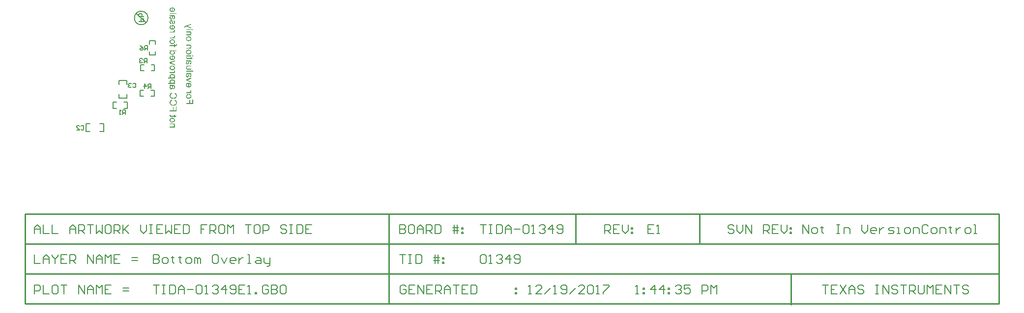
<source format=gbo>
G04 Layer_Color=9218505*
%FSAX25Y25*%
%MOIN*%
G70*
G01*
G75*
%ADD14C,0.00800*%
%ADD16C,0.01000*%
%ADD24C,0.00700*%
%ADD25C,0.00600*%
G36*
X0151087Y0221780D02*
X0151222Y0221767D01*
X0151350Y0221747D01*
X0151471Y0221720D01*
X0151586Y0221686D01*
X0151687Y0221645D01*
X0151788Y0221605D01*
X0151869Y0221565D01*
X0151943Y0221524D01*
X0152011Y0221484D01*
X0152071Y0221443D01*
X0152118Y0221410D01*
X0152152Y0221383D01*
X0152179Y0221362D01*
X0152193Y0221349D01*
X0152199Y0221342D01*
X0152280Y0221255D01*
X0152348Y0221167D01*
X0152415Y0221073D01*
X0152462Y0220978D01*
X0152509Y0220884D01*
X0152543Y0220790D01*
X0152604Y0220607D01*
X0152617Y0220520D01*
X0152631Y0220446D01*
X0152644Y0220378D01*
X0152651Y0220318D01*
X0152658Y0220270D01*
Y0220237D01*
Y0220210D01*
Y0220203D01*
X0152651Y0220089D01*
X0152644Y0219981D01*
X0152597Y0219772D01*
X0152536Y0219590D01*
X0152503Y0219509D01*
X0152469Y0219435D01*
X0152435Y0219367D01*
X0152401Y0219313D01*
X0152368Y0219260D01*
X0152341Y0219219D01*
X0152314Y0219185D01*
X0152294Y0219158D01*
X0152287Y0219145D01*
X0152280Y0219138D01*
X0152193Y0219044D01*
X0152092Y0218970D01*
X0151984Y0218896D01*
X0151876Y0218842D01*
X0151761Y0218788D01*
X0151640Y0218747D01*
X0151525Y0218714D01*
X0151418Y0218687D01*
X0151310Y0218660D01*
X0151215Y0218646D01*
X0151121Y0218633D01*
X0151047Y0218626D01*
X0150979D01*
X0150932Y0218619D01*
X0150892D01*
X0150737Y0218626D01*
X0150588Y0218639D01*
X0150454Y0218660D01*
X0150326Y0218687D01*
X0150211Y0218720D01*
X0150103Y0218754D01*
X0150002Y0218794D01*
X0149914Y0218835D01*
X0149834Y0218875D01*
X0149766Y0218916D01*
X0149712Y0218950D01*
X0149665Y0218983D01*
X0149625Y0219010D01*
X0149598Y0219030D01*
X0149584Y0219044D01*
X0149577Y0219051D01*
X0149497Y0219138D01*
X0149429Y0219226D01*
X0149369Y0219320D01*
X0149315Y0219414D01*
X0149274Y0219509D01*
X0149234Y0219610D01*
X0149180Y0219792D01*
X0149166Y0219873D01*
X0149153Y0219954D01*
X0149139Y0220021D01*
X0149133Y0220082D01*
X0149126Y0220136D01*
Y0220169D01*
Y0220196D01*
Y0220203D01*
X0149133Y0220365D01*
X0149160Y0220513D01*
X0149193Y0220655D01*
X0149227Y0220769D01*
X0149267Y0220870D01*
X0149281Y0220911D01*
X0149294Y0220944D01*
X0149308Y0220978D01*
X0149321Y0220998D01*
X0149328Y0221005D01*
Y0221012D01*
X0149416Y0221147D01*
X0149510Y0221261D01*
X0149604Y0221362D01*
X0149699Y0221443D01*
X0149780Y0221504D01*
X0149847Y0221551D01*
X0149874Y0221565D01*
X0149894Y0221578D01*
X0149901Y0221585D01*
X0149908D01*
X0150063Y0221652D01*
X0150231Y0221699D01*
X0150400Y0221740D01*
X0150568Y0221760D01*
X0150642Y0221774D01*
X0150710D01*
X0150777Y0221780D01*
X0150831Y0221787D01*
X0150939D01*
X0151087Y0221780D01*
D02*
G37*
G36*
X0151532Y0225198D02*
X0151626Y0225191D01*
X0151707D01*
X0151761Y0225184D01*
X0151802Y0225177D01*
X0151829Y0225170D01*
X0151835D01*
X0151923Y0225150D01*
X0152004Y0225117D01*
X0152071Y0225090D01*
X0152139Y0225063D01*
X0152186Y0225029D01*
X0152219Y0225009D01*
X0152246Y0224995D01*
X0152253Y0224989D01*
X0152321Y0224935D01*
X0152374Y0224874D01*
X0152428Y0224813D01*
X0152469Y0224746D01*
X0152503Y0224692D01*
X0152523Y0224645D01*
X0152536Y0224618D01*
X0152543Y0224604D01*
X0152584Y0224510D01*
X0152610Y0224409D01*
X0152631Y0224314D01*
X0152644Y0224227D01*
X0152651Y0224153D01*
X0152658Y0224099D01*
Y0224058D01*
Y0224052D01*
Y0224045D01*
X0152651Y0223917D01*
X0152631Y0223796D01*
X0152604Y0223688D01*
X0152570Y0223580D01*
X0152530Y0223485D01*
X0152482Y0223398D01*
X0152428Y0223317D01*
X0152381Y0223250D01*
X0152327Y0223182D01*
X0152273Y0223128D01*
X0152226Y0223081D01*
X0152186Y0223041D01*
X0152152Y0223014D01*
X0152125Y0222993D01*
X0152105Y0222980D01*
X0152098Y0222973D01*
X0152584D01*
Y0222461D01*
X0149200D01*
Y0223034D01*
X0151155D01*
X0151269Y0223047D01*
X0151364Y0223061D01*
X0151451Y0223074D01*
X0151532Y0223095D01*
X0151606Y0223115D01*
X0151674Y0223142D01*
X0151727Y0223169D01*
X0151775Y0223189D01*
X0151815Y0223216D01*
X0151849Y0223236D01*
X0151876Y0223256D01*
X0151909Y0223283D01*
X0151923Y0223297D01*
X0152004Y0223398D01*
X0152058Y0223506D01*
X0152098Y0223614D01*
X0152132Y0223708D01*
X0152145Y0223796D01*
X0152152Y0223863D01*
X0152159Y0223890D01*
Y0223910D01*
Y0223917D01*
Y0223924D01*
X0152152Y0224005D01*
X0152145Y0224085D01*
X0152125Y0224153D01*
X0152105Y0224207D01*
X0152085Y0224254D01*
X0152071Y0224294D01*
X0152058Y0224314D01*
X0152051Y0224321D01*
X0152011Y0224382D01*
X0151963Y0224436D01*
X0151916Y0224476D01*
X0151876Y0224510D01*
X0151835Y0224530D01*
X0151802Y0224550D01*
X0151781Y0224564D01*
X0151775D01*
X0151700Y0224584D01*
X0151620Y0224604D01*
X0151532Y0224618D01*
X0151444Y0224625D01*
X0151370Y0224631D01*
X0149200D01*
Y0225204D01*
X0151418D01*
X0151532Y0225198D01*
D02*
G37*
G36*
X0153864Y0226074D02*
X0149200D01*
Y0226647D01*
X0153864D01*
Y0226074D01*
D02*
G37*
G36*
Y0208320D02*
X0153210D01*
Y0208893D01*
X0153864D01*
Y0208320D01*
D02*
G37*
G36*
X0151087Y0212715D02*
X0151222Y0212702D01*
X0151350Y0212681D01*
X0151471Y0212654D01*
X0151586Y0212621D01*
X0151687Y0212580D01*
X0151788Y0212540D01*
X0151869Y0212499D01*
X0151943Y0212459D01*
X0152011Y0212418D01*
X0152071Y0212378D01*
X0152118Y0212344D01*
X0152152Y0212317D01*
X0152179Y0212297D01*
X0152193Y0212284D01*
X0152199Y0212277D01*
X0152280Y0212189D01*
X0152348Y0212102D01*
X0152415Y0212007D01*
X0152462Y0211913D01*
X0152509Y0211819D01*
X0152543Y0211724D01*
X0152604Y0211542D01*
X0152617Y0211455D01*
X0152631Y0211381D01*
X0152644Y0211313D01*
X0152651Y0211252D01*
X0152658Y0211205D01*
Y0211172D01*
Y0211145D01*
Y0211138D01*
X0152651Y0211023D01*
X0152644Y0210915D01*
X0152597Y0210706D01*
X0152536Y0210525D01*
X0152503Y0210444D01*
X0152469Y0210369D01*
X0152435Y0210302D01*
X0152401Y0210248D01*
X0152368Y0210194D01*
X0152341Y0210154D01*
X0152314Y0210120D01*
X0152294Y0210093D01*
X0152287Y0210080D01*
X0152280Y0210073D01*
X0152193Y0209979D01*
X0152092Y0209904D01*
X0151984Y0209830D01*
X0151876Y0209776D01*
X0151761Y0209722D01*
X0151640Y0209682D01*
X0151525Y0209648D01*
X0151418Y0209621D01*
X0151310Y0209594D01*
X0151215Y0209581D01*
X0151121Y0209567D01*
X0151047Y0209561D01*
X0150979D01*
X0150932Y0209554D01*
X0150892D01*
X0150737Y0209561D01*
X0150588Y0209574D01*
X0150454Y0209594D01*
X0150326Y0209621D01*
X0150211Y0209655D01*
X0150103Y0209689D01*
X0150002Y0209729D01*
X0149914Y0209770D01*
X0149834Y0209810D01*
X0149766Y0209851D01*
X0149712Y0209884D01*
X0149665Y0209918D01*
X0149625Y0209945D01*
X0149598Y0209965D01*
X0149584Y0209979D01*
X0149577Y0209985D01*
X0149497Y0210073D01*
X0149429Y0210160D01*
X0149369Y0210255D01*
X0149315Y0210349D01*
X0149274Y0210444D01*
X0149234Y0210545D01*
X0149180Y0210727D01*
X0149166Y0210808D01*
X0149153Y0210888D01*
X0149139Y0210956D01*
X0149133Y0211017D01*
X0149126Y0211070D01*
Y0211104D01*
Y0211131D01*
Y0211138D01*
X0149133Y0211300D01*
X0149160Y0211448D01*
X0149193Y0211589D01*
X0149227Y0211704D01*
X0149267Y0211805D01*
X0149281Y0211845D01*
X0149294Y0211879D01*
X0149308Y0211913D01*
X0149321Y0211933D01*
X0149328Y0211940D01*
Y0211947D01*
X0149416Y0212081D01*
X0149510Y0212196D01*
X0149604Y0212297D01*
X0149699Y0212378D01*
X0149780Y0212439D01*
X0149847Y0212486D01*
X0149874Y0212499D01*
X0149894Y0212513D01*
X0149901Y0212520D01*
X0149908D01*
X0150063Y0212587D01*
X0150231Y0212634D01*
X0150400Y0212674D01*
X0150568Y0212695D01*
X0150642Y0212708D01*
X0150710D01*
X0150777Y0212715D01*
X0150831Y0212722D01*
X0150939D01*
X0151087Y0212715D01*
D02*
G37*
G36*
X0151532Y0216132D02*
X0151626Y0216125D01*
X0151707D01*
X0151761Y0216119D01*
X0151802Y0216112D01*
X0151829Y0216105D01*
X0151835D01*
X0151923Y0216085D01*
X0152004Y0216051D01*
X0152071Y0216024D01*
X0152139Y0215997D01*
X0152186Y0215964D01*
X0152219Y0215943D01*
X0152246Y0215930D01*
X0152253Y0215923D01*
X0152321Y0215869D01*
X0152374Y0215809D01*
X0152428Y0215748D01*
X0152469Y0215681D01*
X0152503Y0215627D01*
X0152523Y0215580D01*
X0152536Y0215552D01*
X0152543Y0215539D01*
X0152584Y0215445D01*
X0152610Y0215344D01*
X0152631Y0215249D01*
X0152644Y0215162D01*
X0152651Y0215088D01*
X0152658Y0215034D01*
Y0214993D01*
Y0214986D01*
Y0214980D01*
X0152651Y0214852D01*
X0152631Y0214730D01*
X0152604Y0214622D01*
X0152570Y0214515D01*
X0152530Y0214420D01*
X0152482Y0214333D01*
X0152428Y0214252D01*
X0152381Y0214184D01*
X0152327Y0214117D01*
X0152273Y0214063D01*
X0152226Y0214016D01*
X0152186Y0213975D01*
X0152152Y0213948D01*
X0152125Y0213928D01*
X0152105Y0213915D01*
X0152098Y0213908D01*
X0152584D01*
Y0213396D01*
X0149200D01*
Y0213969D01*
X0151155D01*
X0151269Y0213982D01*
X0151364Y0213996D01*
X0151451Y0214009D01*
X0151532Y0214029D01*
X0151606Y0214050D01*
X0151674Y0214076D01*
X0151727Y0214103D01*
X0151775Y0214124D01*
X0151815Y0214151D01*
X0151849Y0214171D01*
X0151876Y0214191D01*
X0151909Y0214218D01*
X0151923Y0214231D01*
X0152004Y0214333D01*
X0152058Y0214440D01*
X0152098Y0214548D01*
X0152132Y0214643D01*
X0152145Y0214730D01*
X0152152Y0214798D01*
X0152159Y0214825D01*
Y0214845D01*
Y0214852D01*
Y0214858D01*
X0152152Y0214939D01*
X0152145Y0215020D01*
X0152125Y0215088D01*
X0152105Y0215141D01*
X0152085Y0215189D01*
X0152071Y0215229D01*
X0152058Y0215249D01*
X0152051Y0215256D01*
X0152011Y0215317D01*
X0151963Y0215370D01*
X0151916Y0215411D01*
X0151876Y0215445D01*
X0151835Y0215465D01*
X0151802Y0215485D01*
X0151781Y0215499D01*
X0151775D01*
X0151700Y0215519D01*
X0151620Y0215539D01*
X0151532Y0215552D01*
X0151444Y0215559D01*
X0151370Y0215566D01*
X0149200D01*
Y0216139D01*
X0151418D01*
X0151532Y0216132D01*
D02*
G37*
G36*
X0152584Y0229733D02*
X0150609Y0229006D01*
X0150467Y0228952D01*
X0150332Y0228911D01*
X0150198Y0228864D01*
X0150083Y0228830D01*
X0149982Y0228803D01*
X0149941Y0228790D01*
X0149908Y0228783D01*
X0149881Y0228776D01*
X0149861Y0228770D01*
X0149847Y0228763D01*
X0149840D01*
X0149995Y0228723D01*
X0150137Y0228682D01*
X0150272Y0228642D01*
X0150386Y0228601D01*
X0150481Y0228568D01*
X0150521Y0228554D01*
X0150555Y0228540D01*
X0150588Y0228534D01*
X0150609Y0228527D01*
X0150615Y0228520D01*
X0150622D01*
X0152584Y0227813D01*
Y0227206D01*
X0149200Y0228487D01*
X0149139Y0228460D01*
X0149092Y0228446D01*
X0149065Y0228433D01*
X0149058D01*
X0148944Y0228392D01*
X0148849Y0228352D01*
X0148769Y0228325D01*
X0148715Y0228298D01*
X0148674Y0228284D01*
X0148647Y0228271D01*
X0148634Y0228257D01*
X0148627D01*
X0148553Y0228204D01*
X0148499Y0228143D01*
X0148479Y0228116D01*
X0148465Y0228096D01*
X0148452Y0228082D01*
Y0228075D01*
X0148432Y0228028D01*
X0148411Y0227981D01*
X0148391Y0227880D01*
Y0227839D01*
X0148384Y0227806D01*
Y0227779D01*
Y0227772D01*
X0148391Y0227664D01*
X0148411Y0227556D01*
X0148425Y0227516D01*
X0148432Y0227482D01*
X0148438Y0227455D01*
Y0227449D01*
X0147906Y0227509D01*
X0147879Y0227583D01*
X0147865Y0227651D01*
X0147852Y0227712D01*
X0147838Y0227765D01*
Y0227813D01*
X0147832Y0227846D01*
Y0227867D01*
Y0227873D01*
X0147838Y0227974D01*
X0147852Y0228062D01*
X0147872Y0228143D01*
X0147899Y0228210D01*
X0147926Y0228271D01*
X0147946Y0228311D01*
X0147960Y0228338D01*
X0147967Y0228345D01*
X0148021Y0228419D01*
X0148088Y0228480D01*
X0148155Y0228540D01*
X0148223Y0228594D01*
X0148283Y0228635D01*
X0148330Y0228669D01*
X0148364Y0228689D01*
X0148378Y0228696D01*
X0148425Y0228716D01*
X0148472Y0228743D01*
X0148587Y0228797D01*
X0148715Y0228851D01*
X0148843Y0228898D01*
X0148957Y0228945D01*
X0149011Y0228965D01*
X0149058Y0228985D01*
X0149092Y0228999D01*
X0149119Y0229012D01*
X0149139Y0229019D01*
X0149146D01*
X0152584Y0230306D01*
Y0229733D01*
D02*
G37*
G36*
X0142764Y0170879D02*
X0138100D01*
Y0171500D01*
X0140216D01*
Y0173690D01*
X0140769D01*
Y0171500D01*
X0142211D01*
Y0174034D01*
X0142764D01*
Y0170879D01*
D02*
G37*
G36*
X0139731Y0178159D02*
X0139623Y0178132D01*
X0139522Y0178098D01*
X0139428Y0178064D01*
X0139340Y0178031D01*
X0139259Y0177990D01*
X0139192Y0177950D01*
X0139125Y0177902D01*
X0139064Y0177862D01*
X0139010Y0177828D01*
X0138970Y0177788D01*
X0138929Y0177754D01*
X0138895Y0177727D01*
X0138875Y0177700D01*
X0138855Y0177680D01*
X0138848Y0177673D01*
X0138841Y0177667D01*
X0138787Y0177599D01*
X0138747Y0177525D01*
X0138673Y0177377D01*
X0138619Y0177235D01*
X0138585Y0177094D01*
X0138558Y0176972D01*
X0138552Y0176925D01*
Y0176878D01*
X0138545Y0176838D01*
Y0176811D01*
Y0176797D01*
Y0176790D01*
X0138552Y0176635D01*
X0138578Y0176487D01*
X0138612Y0176352D01*
X0138653Y0176231D01*
X0138693Y0176137D01*
X0138713Y0176096D01*
X0138727Y0176063D01*
X0138740Y0176036D01*
X0138754Y0176015D01*
X0138760Y0176002D01*
Y0175995D01*
X0138855Y0175867D01*
X0138956Y0175759D01*
X0139071Y0175665D01*
X0139178Y0175591D01*
X0139273Y0175530D01*
X0139354Y0175490D01*
X0139387Y0175476D01*
X0139408Y0175463D01*
X0139421Y0175456D01*
X0139428D01*
X0139603Y0175402D01*
X0139778Y0175362D01*
X0139953Y0175328D01*
X0140115Y0175308D01*
X0140189Y0175301D01*
X0140257Y0175294D01*
X0140317D01*
X0140365Y0175287D01*
X0140466D01*
X0140641Y0175294D01*
X0140803Y0175308D01*
X0140951Y0175335D01*
X0141086Y0175362D01*
X0141200Y0175382D01*
X0141248Y0175395D01*
X0141288Y0175409D01*
X0141322Y0175416D01*
X0141342Y0175422D01*
X0141355Y0175429D01*
X0141362D01*
X0141517Y0175496D01*
X0141659Y0175570D01*
X0141773Y0175651D01*
X0141874Y0175739D01*
X0141955Y0175813D01*
X0142009Y0175874D01*
X0142043Y0175921D01*
X0142056Y0175928D01*
Y0175935D01*
X0142144Y0176076D01*
X0142211Y0176231D01*
X0142259Y0176379D01*
X0142286Y0176521D01*
X0142306Y0176649D01*
X0142313Y0176703D01*
Y0176750D01*
X0142319Y0176784D01*
Y0176811D01*
Y0176831D01*
Y0176838D01*
X0142313Y0177006D01*
X0142286Y0177161D01*
X0142245Y0177289D01*
X0142205Y0177404D01*
X0142157Y0177491D01*
X0142124Y0177559D01*
X0142097Y0177599D01*
X0142083Y0177613D01*
X0141982Y0177721D01*
X0141868Y0177822D01*
X0141746Y0177902D01*
X0141625Y0177970D01*
X0141517Y0178024D01*
X0141463Y0178044D01*
X0141423Y0178058D01*
X0141389Y0178071D01*
X0141362Y0178085D01*
X0141349Y0178091D01*
X0141342D01*
X0141483Y0178698D01*
X0141605Y0178657D01*
X0141713Y0178617D01*
X0141814Y0178563D01*
X0141915Y0178516D01*
X0142002Y0178462D01*
X0142083Y0178401D01*
X0142164Y0178347D01*
X0142232Y0178294D01*
X0142286Y0178240D01*
X0142340Y0178192D01*
X0142387Y0178145D01*
X0142420Y0178112D01*
X0142454Y0178078D01*
X0142474Y0178051D01*
X0142481Y0178037D01*
X0142488Y0178031D01*
X0142548Y0177936D01*
X0142609Y0177842D01*
X0142656Y0177747D01*
X0142697Y0177646D01*
X0142757Y0177444D01*
X0142798Y0177262D01*
X0142818Y0177175D01*
X0142825Y0177101D01*
X0142832Y0177026D01*
X0142838Y0176966D01*
X0142845Y0176918D01*
Y0176885D01*
Y0176858D01*
Y0176851D01*
X0142832Y0176629D01*
X0142798Y0176413D01*
X0142757Y0176224D01*
X0142730Y0176137D01*
X0142703Y0176056D01*
X0142676Y0175982D01*
X0142649Y0175914D01*
X0142629Y0175860D01*
X0142609Y0175806D01*
X0142589Y0175773D01*
X0142575Y0175746D01*
X0142569Y0175725D01*
X0142562Y0175719D01*
X0142447Y0175537D01*
X0142313Y0175382D01*
X0142178Y0175247D01*
X0142043Y0175132D01*
X0141922Y0175045D01*
X0141868Y0175011D01*
X0141821Y0174984D01*
X0141787Y0174957D01*
X0141760Y0174944D01*
X0141740Y0174937D01*
X0141733Y0174930D01*
X0141524Y0174836D01*
X0141308Y0174768D01*
X0141093Y0174721D01*
X0140897Y0174688D01*
X0140810Y0174674D01*
X0140722Y0174667D01*
X0140655Y0174661D01*
X0140587D01*
X0140540Y0174654D01*
X0140466D01*
X0140223Y0174667D01*
X0139987Y0174694D01*
X0139778Y0174728D01*
X0139677Y0174755D01*
X0139590Y0174775D01*
X0139509Y0174795D01*
X0139435Y0174822D01*
X0139367Y0174843D01*
X0139313Y0174856D01*
X0139273Y0174876D01*
X0139239Y0174883D01*
X0139219Y0174897D01*
X0139212D01*
X0139010Y0174998D01*
X0138828Y0175112D01*
X0138673Y0175233D01*
X0138612Y0175294D01*
X0138552Y0175348D01*
X0138498Y0175402D01*
X0138451Y0175456D01*
X0138410Y0175503D01*
X0138383Y0175543D01*
X0138356Y0175570D01*
X0138336Y0175598D01*
X0138329Y0175611D01*
X0138322Y0175618D01*
X0138268Y0175712D01*
X0138221Y0175806D01*
X0138147Y0176009D01*
X0138093Y0176211D01*
X0138060Y0176406D01*
X0138046Y0176501D01*
X0138033Y0176582D01*
X0138026Y0176656D01*
Y0176716D01*
X0138019Y0176770D01*
Y0176811D01*
Y0176838D01*
Y0176844D01*
X0138026Y0176979D01*
X0138039Y0177107D01*
X0138053Y0177228D01*
X0138080Y0177343D01*
X0138113Y0177451D01*
X0138147Y0177552D01*
X0138181Y0177646D01*
X0138221Y0177734D01*
X0138255Y0177808D01*
X0138289Y0177882D01*
X0138322Y0177936D01*
X0138356Y0177990D01*
X0138383Y0178024D01*
X0138397Y0178058D01*
X0138410Y0178071D01*
X0138417Y0178078D01*
X0138498Y0178172D01*
X0138578Y0178253D01*
X0138673Y0178327D01*
X0138767Y0178401D01*
X0138956Y0178523D01*
X0139145Y0178617D01*
X0139232Y0178657D01*
X0139313Y0178691D01*
X0139387Y0178718D01*
X0139448Y0178738D01*
X0139502Y0178759D01*
X0139542Y0178772D01*
X0139569Y0178779D01*
X0139576D01*
X0139731Y0178159D01*
D02*
G37*
G36*
Y0182863D02*
X0139623Y0182836D01*
X0139522Y0182802D01*
X0139428Y0182769D01*
X0139340Y0182735D01*
X0139259Y0182695D01*
X0139192Y0182654D01*
X0139125Y0182607D01*
X0139064Y0182567D01*
X0139010Y0182533D01*
X0138970Y0182492D01*
X0138929Y0182459D01*
X0138895Y0182432D01*
X0138875Y0182405D01*
X0138855Y0182385D01*
X0138848Y0182378D01*
X0138841Y0182371D01*
X0138787Y0182304D01*
X0138747Y0182230D01*
X0138673Y0182081D01*
X0138619Y0181940D01*
X0138585Y0181798D01*
X0138558Y0181677D01*
X0138552Y0181630D01*
Y0181583D01*
X0138545Y0181542D01*
Y0181515D01*
Y0181502D01*
Y0181495D01*
X0138552Y0181340D01*
X0138578Y0181192D01*
X0138612Y0181057D01*
X0138653Y0180936D01*
X0138693Y0180841D01*
X0138713Y0180801D01*
X0138727Y0180767D01*
X0138740Y0180740D01*
X0138754Y0180720D01*
X0138760Y0180706D01*
Y0180700D01*
X0138855Y0180572D01*
X0138956Y0180464D01*
X0139071Y0180369D01*
X0139178Y0180295D01*
X0139273Y0180235D01*
X0139354Y0180194D01*
X0139387Y0180181D01*
X0139408Y0180167D01*
X0139421Y0180160D01*
X0139428D01*
X0139603Y0180106D01*
X0139778Y0180066D01*
X0139953Y0180032D01*
X0140115Y0180012D01*
X0140189Y0180005D01*
X0140257Y0179999D01*
X0140317D01*
X0140365Y0179992D01*
X0140466D01*
X0140641Y0179999D01*
X0140803Y0180012D01*
X0140951Y0180039D01*
X0141086Y0180066D01*
X0141200Y0180086D01*
X0141248Y0180100D01*
X0141288Y0180113D01*
X0141322Y0180120D01*
X0141342Y0180127D01*
X0141355Y0180133D01*
X0141362D01*
X0141517Y0180201D01*
X0141659Y0180275D01*
X0141773Y0180356D01*
X0141874Y0180444D01*
X0141955Y0180518D01*
X0142009Y0180578D01*
X0142043Y0180625D01*
X0142056Y0180632D01*
Y0180639D01*
X0142144Y0180780D01*
X0142211Y0180936D01*
X0142259Y0181084D01*
X0142286Y0181225D01*
X0142306Y0181353D01*
X0142313Y0181407D01*
Y0181455D01*
X0142319Y0181488D01*
Y0181515D01*
Y0181535D01*
Y0181542D01*
X0142313Y0181711D01*
X0142286Y0181866D01*
X0142245Y0181994D01*
X0142205Y0182108D01*
X0142157Y0182196D01*
X0142124Y0182263D01*
X0142097Y0182304D01*
X0142083Y0182317D01*
X0141982Y0182425D01*
X0141868Y0182526D01*
X0141746Y0182607D01*
X0141625Y0182675D01*
X0141517Y0182728D01*
X0141463Y0182749D01*
X0141423Y0182762D01*
X0141389Y0182776D01*
X0141362Y0182789D01*
X0141349Y0182796D01*
X0141342D01*
X0141483Y0183402D01*
X0141605Y0183362D01*
X0141713Y0183321D01*
X0141814Y0183268D01*
X0141915Y0183220D01*
X0142002Y0183167D01*
X0142083Y0183106D01*
X0142164Y0183052D01*
X0142232Y0182998D01*
X0142286Y0182944D01*
X0142340Y0182897D01*
X0142387Y0182850D01*
X0142420Y0182816D01*
X0142454Y0182782D01*
X0142474Y0182755D01*
X0142481Y0182742D01*
X0142488Y0182735D01*
X0142548Y0182641D01*
X0142609Y0182546D01*
X0142656Y0182452D01*
X0142697Y0182351D01*
X0142757Y0182149D01*
X0142798Y0181967D01*
X0142818Y0181879D01*
X0142825Y0181805D01*
X0142832Y0181731D01*
X0142838Y0181670D01*
X0142845Y0181623D01*
Y0181589D01*
Y0181562D01*
Y0181556D01*
X0142832Y0181333D01*
X0142798Y0181117D01*
X0142757Y0180929D01*
X0142730Y0180841D01*
X0142703Y0180760D01*
X0142676Y0180686D01*
X0142649Y0180619D01*
X0142629Y0180565D01*
X0142609Y0180511D01*
X0142589Y0180477D01*
X0142575Y0180450D01*
X0142569Y0180430D01*
X0142562Y0180423D01*
X0142447Y0180241D01*
X0142313Y0180086D01*
X0142178Y0179952D01*
X0142043Y0179837D01*
X0141922Y0179749D01*
X0141868Y0179716D01*
X0141821Y0179689D01*
X0141787Y0179662D01*
X0141760Y0179648D01*
X0141740Y0179641D01*
X0141733Y0179635D01*
X0141524Y0179540D01*
X0141308Y0179473D01*
X0141093Y0179426D01*
X0140897Y0179392D01*
X0140810Y0179379D01*
X0140722Y0179372D01*
X0140655Y0179365D01*
X0140587D01*
X0140540Y0179358D01*
X0140466D01*
X0140223Y0179372D01*
X0139987Y0179399D01*
X0139778Y0179432D01*
X0139677Y0179460D01*
X0139590Y0179480D01*
X0139509Y0179500D01*
X0139435Y0179527D01*
X0139367Y0179547D01*
X0139313Y0179561D01*
X0139273Y0179581D01*
X0139239Y0179587D01*
X0139219Y0179601D01*
X0139212D01*
X0139010Y0179702D01*
X0138828Y0179817D01*
X0138673Y0179938D01*
X0138612Y0179999D01*
X0138552Y0180053D01*
X0138498Y0180106D01*
X0138451Y0180160D01*
X0138410Y0180208D01*
X0138383Y0180248D01*
X0138356Y0180275D01*
X0138336Y0180302D01*
X0138329Y0180315D01*
X0138322Y0180322D01*
X0138268Y0180417D01*
X0138221Y0180511D01*
X0138147Y0180713D01*
X0138093Y0180915D01*
X0138060Y0181111D01*
X0138046Y0181205D01*
X0138033Y0181286D01*
X0138026Y0181360D01*
Y0181421D01*
X0138019Y0181475D01*
Y0181515D01*
Y0181542D01*
Y0181549D01*
X0138026Y0181684D01*
X0138039Y0181812D01*
X0138053Y0181933D01*
X0138080Y0182048D01*
X0138113Y0182156D01*
X0138147Y0182257D01*
X0138181Y0182351D01*
X0138221Y0182439D01*
X0138255Y0182513D01*
X0138289Y0182587D01*
X0138322Y0182641D01*
X0138356Y0182695D01*
X0138383Y0182728D01*
X0138397Y0182762D01*
X0138410Y0182776D01*
X0138417Y0182782D01*
X0138498Y0182877D01*
X0138578Y0182957D01*
X0138673Y0183032D01*
X0138767Y0183106D01*
X0138956Y0183227D01*
X0139145Y0183321D01*
X0139232Y0183362D01*
X0139313Y0183396D01*
X0139387Y0183423D01*
X0139448Y0183443D01*
X0139502Y0183463D01*
X0139542Y0183476D01*
X0139569Y0183483D01*
X0139576D01*
X0139731Y0182863D01*
D02*
G37*
G36*
X0140432Y0162636D02*
X0140526Y0162630D01*
X0140607D01*
X0140661Y0162623D01*
X0140702Y0162616D01*
X0140729Y0162610D01*
X0140735D01*
X0140823Y0162589D01*
X0140904Y0162556D01*
X0140971Y0162529D01*
X0141039Y0162502D01*
X0141086Y0162468D01*
X0141120Y0162448D01*
X0141147Y0162434D01*
X0141153Y0162427D01*
X0141221Y0162374D01*
X0141274Y0162313D01*
X0141329Y0162252D01*
X0141369Y0162185D01*
X0141403Y0162131D01*
X0141423Y0162084D01*
X0141436Y0162057D01*
X0141443Y0162043D01*
X0141483Y0161949D01*
X0141510Y0161848D01*
X0141531Y0161753D01*
X0141544Y0161666D01*
X0141551Y0161592D01*
X0141558Y0161538D01*
Y0161497D01*
Y0161491D01*
Y0161484D01*
X0141551Y0161356D01*
X0141531Y0161234D01*
X0141504Y0161127D01*
X0141470Y0161019D01*
X0141430Y0160924D01*
X0141382Y0160837D01*
X0141329Y0160756D01*
X0141281Y0160689D01*
X0141227Y0160621D01*
X0141173Y0160567D01*
X0141126Y0160520D01*
X0141086Y0160480D01*
X0141052Y0160453D01*
X0141025Y0160433D01*
X0141005Y0160419D01*
X0140998Y0160412D01*
X0141483D01*
Y0159900D01*
X0138100D01*
Y0160473D01*
X0140055D01*
X0140169Y0160486D01*
X0140263Y0160500D01*
X0140351Y0160513D01*
X0140432Y0160534D01*
X0140506Y0160554D01*
X0140574Y0160581D01*
X0140628Y0160608D01*
X0140675Y0160628D01*
X0140715Y0160655D01*
X0140749Y0160675D01*
X0140776Y0160695D01*
X0140810Y0160722D01*
X0140823Y0160736D01*
X0140904Y0160837D01*
X0140958Y0160945D01*
X0140998Y0161053D01*
X0141032Y0161147D01*
X0141045Y0161234D01*
X0141052Y0161302D01*
X0141059Y0161329D01*
Y0161349D01*
Y0161356D01*
Y0161363D01*
X0141052Y0161443D01*
X0141045Y0161524D01*
X0141025Y0161592D01*
X0141005Y0161646D01*
X0140985Y0161693D01*
X0140971Y0161733D01*
X0140958Y0161753D01*
X0140951Y0161760D01*
X0140911Y0161821D01*
X0140863Y0161875D01*
X0140816Y0161915D01*
X0140776Y0161949D01*
X0140735Y0161969D01*
X0140702Y0161989D01*
X0140681Y0162003D01*
X0140675D01*
X0140601Y0162023D01*
X0140520Y0162043D01*
X0140432Y0162057D01*
X0140344Y0162064D01*
X0140270Y0162070D01*
X0138100D01*
Y0162643D01*
X0140317D01*
X0140432Y0162636D01*
D02*
G37*
G36*
X0139987Y0166472D02*
X0140122Y0166458D01*
X0140250Y0166438D01*
X0140371Y0166411D01*
X0140486Y0166377D01*
X0140587Y0166337D01*
X0140688Y0166296D01*
X0140769Y0166256D01*
X0140843Y0166215D01*
X0140911Y0166175D01*
X0140971Y0166135D01*
X0141018Y0166101D01*
X0141052Y0166074D01*
X0141079Y0166054D01*
X0141093Y0166040D01*
X0141099Y0166033D01*
X0141180Y0165946D01*
X0141248Y0165858D01*
X0141315Y0165764D01*
X0141362Y0165669D01*
X0141409Y0165575D01*
X0141443Y0165481D01*
X0141504Y0165299D01*
X0141517Y0165211D01*
X0141531Y0165137D01*
X0141544Y0165070D01*
X0141551Y0165009D01*
X0141558Y0164962D01*
Y0164928D01*
Y0164901D01*
Y0164894D01*
X0141551Y0164780D01*
X0141544Y0164672D01*
X0141497Y0164463D01*
X0141436Y0164281D01*
X0141403Y0164200D01*
X0141369Y0164126D01*
X0141335Y0164059D01*
X0141302Y0164005D01*
X0141268Y0163951D01*
X0141241Y0163910D01*
X0141214Y0163877D01*
X0141194Y0163850D01*
X0141187Y0163836D01*
X0141180Y0163829D01*
X0141093Y0163735D01*
X0140991Y0163661D01*
X0140884Y0163587D01*
X0140776Y0163533D01*
X0140661Y0163479D01*
X0140540Y0163438D01*
X0140425Y0163405D01*
X0140317Y0163378D01*
X0140210Y0163351D01*
X0140115Y0163337D01*
X0140021Y0163324D01*
X0139947Y0163317D01*
X0139879D01*
X0139832Y0163310D01*
X0139792D01*
X0139637Y0163317D01*
X0139488Y0163331D01*
X0139354Y0163351D01*
X0139226Y0163378D01*
X0139111Y0163411D01*
X0139003Y0163445D01*
X0138902Y0163486D01*
X0138814Y0163526D01*
X0138734Y0163567D01*
X0138666Y0163607D01*
X0138612Y0163641D01*
X0138565Y0163674D01*
X0138525Y0163701D01*
X0138498Y0163722D01*
X0138484Y0163735D01*
X0138477Y0163742D01*
X0138397Y0163829D01*
X0138329Y0163917D01*
X0138268Y0164011D01*
X0138215Y0164106D01*
X0138174Y0164200D01*
X0138134Y0164301D01*
X0138080Y0164483D01*
X0138066Y0164564D01*
X0138053Y0164645D01*
X0138039Y0164712D01*
X0138033Y0164773D01*
X0138026Y0164827D01*
Y0164861D01*
Y0164888D01*
Y0164894D01*
X0138033Y0165056D01*
X0138060Y0165204D01*
X0138093Y0165346D01*
X0138127Y0165461D01*
X0138167Y0165562D01*
X0138181Y0165602D01*
X0138194Y0165636D01*
X0138208Y0165669D01*
X0138221Y0165690D01*
X0138228Y0165696D01*
Y0165703D01*
X0138316Y0165838D01*
X0138410Y0165953D01*
X0138504Y0166054D01*
X0138599Y0166135D01*
X0138680Y0166195D01*
X0138747Y0166242D01*
X0138774Y0166256D01*
X0138794Y0166269D01*
X0138801Y0166276D01*
X0138808D01*
X0138963Y0166343D01*
X0139131Y0166391D01*
X0139300Y0166431D01*
X0139468Y0166451D01*
X0139542Y0166465D01*
X0139610D01*
X0139677Y0166472D01*
X0139731Y0166478D01*
X0139839D01*
X0139987Y0166472D01*
D02*
G37*
G36*
X0138605Y0168399D02*
X0138599Y0168345D01*
X0138592Y0168291D01*
Y0168244D01*
X0138585Y0168210D01*
Y0168184D01*
Y0168163D01*
Y0168150D01*
Y0168143D01*
X0138592Y0168055D01*
X0138605Y0167995D01*
X0138619Y0167961D01*
X0138626Y0167948D01*
X0138659Y0167900D01*
X0138693Y0167873D01*
X0138720Y0167853D01*
X0138734Y0167847D01*
X0138767Y0167840D01*
X0138814Y0167833D01*
X0138922Y0167826D01*
X0138970Y0167819D01*
X0141039D01*
Y0168399D01*
X0141483D01*
Y0167819D01*
X0142663D01*
X0142319Y0167247D01*
X0141483D01*
Y0166822D01*
X0141039D01*
Y0167247D01*
X0138909D01*
X0138835Y0167253D01*
X0138760Y0167260D01*
X0138700D01*
X0138646Y0167267D01*
X0138558Y0167280D01*
X0138491Y0167294D01*
X0138444Y0167300D01*
X0138417Y0167314D01*
X0138410D01*
X0138349Y0167341D01*
X0138302Y0167381D01*
X0138255Y0167422D01*
X0138221Y0167455D01*
X0138188Y0167496D01*
X0138167Y0167523D01*
X0138154Y0167543D01*
X0138147Y0167550D01*
X0138113Y0167624D01*
X0138093Y0167698D01*
X0138073Y0167779D01*
X0138066Y0167860D01*
X0138060Y0167927D01*
X0138053Y0167981D01*
Y0168022D01*
Y0168035D01*
X0138060Y0168184D01*
X0138066Y0168258D01*
X0138080Y0168325D01*
X0138086Y0168386D01*
X0138093Y0168433D01*
X0138100Y0168460D01*
Y0168473D01*
X0138605Y0168399D01*
D02*
G37*
G36*
X0151087Y0182628D02*
X0151222Y0182614D01*
X0151350Y0182594D01*
X0151471Y0182567D01*
X0151586Y0182533D01*
X0151687Y0182493D01*
X0151788Y0182452D01*
X0151869Y0182412D01*
X0151943Y0182371D01*
X0152011Y0182331D01*
X0152071Y0182291D01*
X0152118Y0182257D01*
X0152152Y0182230D01*
X0152179Y0182210D01*
X0152193Y0182196D01*
X0152199Y0182190D01*
X0152280Y0182102D01*
X0152348Y0182014D01*
X0152415Y0181920D01*
X0152462Y0181826D01*
X0152509Y0181731D01*
X0152543Y0181637D01*
X0152604Y0181455D01*
X0152617Y0181367D01*
X0152631Y0181293D01*
X0152644Y0181226D01*
X0152651Y0181165D01*
X0152658Y0181118D01*
Y0181084D01*
Y0181057D01*
Y0181051D01*
X0152651Y0180936D01*
X0152644Y0180828D01*
X0152597Y0180619D01*
X0152536Y0180437D01*
X0152503Y0180356D01*
X0152469Y0180282D01*
X0152435Y0180215D01*
X0152401Y0180161D01*
X0152368Y0180107D01*
X0152341Y0180066D01*
X0152314Y0180033D01*
X0152294Y0180006D01*
X0152287Y0179992D01*
X0152280Y0179985D01*
X0152193Y0179891D01*
X0152092Y0179817D01*
X0151984Y0179743D01*
X0151876Y0179689D01*
X0151761Y0179635D01*
X0151640Y0179595D01*
X0151525Y0179561D01*
X0151418Y0179534D01*
X0151310Y0179507D01*
X0151215Y0179493D01*
X0151121Y0179480D01*
X0151047Y0179473D01*
X0150979D01*
X0150932Y0179467D01*
X0150892D01*
X0150737Y0179473D01*
X0150588Y0179487D01*
X0150454Y0179507D01*
X0150326Y0179534D01*
X0150211Y0179568D01*
X0150103Y0179601D01*
X0150002Y0179642D01*
X0149914Y0179682D01*
X0149834Y0179723D01*
X0149766Y0179763D01*
X0149712Y0179797D01*
X0149665Y0179831D01*
X0149625Y0179858D01*
X0149598Y0179878D01*
X0149584Y0179891D01*
X0149577Y0179898D01*
X0149497Y0179985D01*
X0149429Y0180073D01*
X0149369Y0180167D01*
X0149315Y0180262D01*
X0149274Y0180356D01*
X0149234Y0180457D01*
X0149180Y0180639D01*
X0149166Y0180720D01*
X0149153Y0180801D01*
X0149139Y0180868D01*
X0149133Y0180929D01*
X0149126Y0180983D01*
Y0181017D01*
Y0181044D01*
Y0181051D01*
X0149133Y0181212D01*
X0149160Y0181360D01*
X0149193Y0181502D01*
X0149227Y0181617D01*
X0149267Y0181718D01*
X0149281Y0181758D01*
X0149294Y0181792D01*
X0149308Y0181826D01*
X0149321Y0181846D01*
X0149328Y0181852D01*
Y0181859D01*
X0149416Y0181994D01*
X0149510Y0182109D01*
X0149604Y0182210D01*
X0149699Y0182291D01*
X0149780Y0182351D01*
X0149847Y0182398D01*
X0149874Y0182412D01*
X0149894Y0182425D01*
X0149901Y0182432D01*
X0149908D01*
X0150063Y0182500D01*
X0150231Y0182547D01*
X0150400Y0182587D01*
X0150568Y0182607D01*
X0150642Y0182621D01*
X0150710D01*
X0150777Y0182628D01*
X0150831Y0182634D01*
X0150939D01*
X0151087Y0182628D01*
D02*
G37*
G36*
X0152530Y0185020D02*
X0152577Y0184913D01*
X0152610Y0184818D01*
X0152637Y0184731D01*
X0152651Y0184656D01*
X0152658Y0184596D01*
Y0184562D01*
Y0184548D01*
X0152651Y0184474D01*
X0152637Y0184407D01*
X0152617Y0184340D01*
X0152597Y0184286D01*
X0152577Y0184245D01*
X0152557Y0184205D01*
X0152543Y0184185D01*
X0152536Y0184178D01*
X0152482Y0184117D01*
X0152415Y0184056D01*
X0152334Y0183996D01*
X0152260Y0183942D01*
X0152186Y0183888D01*
X0152125Y0183854D01*
X0152078Y0183827D01*
X0152071Y0183821D01*
X0152584D01*
Y0183302D01*
X0149200D01*
Y0183874D01*
X0150966D01*
X0151101Y0183881D01*
X0151222Y0183888D01*
X0151337Y0183902D01*
X0151438Y0183922D01*
X0151519Y0183942D01*
X0151579Y0183955D01*
X0151620Y0183962D01*
X0151633Y0183969D01*
X0151707Y0183996D01*
X0151768Y0184029D01*
X0151822Y0184063D01*
X0151869Y0184097D01*
X0151903Y0184131D01*
X0151930Y0184151D01*
X0151943Y0184171D01*
X0151950Y0184178D01*
X0151990Y0184232D01*
X0152017Y0184292D01*
X0152038Y0184353D01*
X0152051Y0184400D01*
X0152058Y0184447D01*
X0152065Y0184481D01*
Y0184508D01*
Y0184515D01*
X0152058Y0184589D01*
X0152044Y0184663D01*
X0152024Y0184737D01*
X0152004Y0184798D01*
X0151984Y0184852D01*
X0151963Y0184892D01*
X0151950Y0184919D01*
X0151943Y0184926D01*
X0152469Y0185135D01*
X0152530Y0185020D01*
D02*
G37*
G36*
X0151047Y0190210D02*
X0151188Y0190197D01*
X0151323Y0190176D01*
X0151451Y0190149D01*
X0151566Y0190116D01*
X0151674Y0190082D01*
X0151768Y0190042D01*
X0151856Y0190001D01*
X0151936Y0189961D01*
X0152004Y0189920D01*
X0152058Y0189887D01*
X0152105Y0189853D01*
X0152145Y0189826D01*
X0152172Y0189806D01*
X0152186Y0189792D01*
X0152193Y0189786D01*
X0152273Y0189705D01*
X0152348Y0189617D01*
X0152408Y0189523D01*
X0152462Y0189428D01*
X0152509Y0189334D01*
X0152543Y0189246D01*
X0152577Y0189152D01*
X0152597Y0189071D01*
X0152617Y0188983D01*
X0152631Y0188909D01*
X0152644Y0188842D01*
X0152651Y0188788D01*
X0152658Y0188741D01*
Y0188700D01*
Y0188680D01*
Y0188673D01*
X0152651Y0188545D01*
X0152637Y0188424D01*
X0152617Y0188309D01*
X0152584Y0188202D01*
X0152550Y0188101D01*
X0152509Y0188006D01*
X0152469Y0187918D01*
X0152422Y0187844D01*
X0152381Y0187770D01*
X0152334Y0187710D01*
X0152294Y0187656D01*
X0152260Y0187615D01*
X0152226Y0187582D01*
X0152206Y0187555D01*
X0152193Y0187541D01*
X0152186Y0187534D01*
X0152092Y0187460D01*
X0151990Y0187393D01*
X0151889Y0187332D01*
X0151781Y0187278D01*
X0151667Y0187238D01*
X0151559Y0187204D01*
X0151343Y0187150D01*
X0151249Y0187130D01*
X0151155Y0187117D01*
X0151074Y0187110D01*
X0151000Y0187103D01*
X0150939Y0187096D01*
X0150858D01*
X0150710Y0187103D01*
X0150568Y0187117D01*
X0150433Y0187137D01*
X0150312Y0187164D01*
X0150198Y0187197D01*
X0150090Y0187231D01*
X0149995Y0187271D01*
X0149908Y0187312D01*
X0149834Y0187352D01*
X0149766Y0187393D01*
X0149712Y0187426D01*
X0149665Y0187460D01*
X0149625Y0187487D01*
X0149598Y0187507D01*
X0149584Y0187521D01*
X0149577Y0187528D01*
X0149497Y0187615D01*
X0149429Y0187703D01*
X0149369Y0187797D01*
X0149315Y0187898D01*
X0149274Y0187993D01*
X0149234Y0188094D01*
X0149180Y0188283D01*
X0149166Y0188370D01*
X0149153Y0188451D01*
X0149139Y0188525D01*
X0149133Y0188586D01*
X0149126Y0188633D01*
Y0188673D01*
Y0188700D01*
Y0188707D01*
X0149139Y0188916D01*
X0149173Y0189105D01*
X0149214Y0189273D01*
X0149240Y0189341D01*
X0149267Y0189408D01*
X0149294Y0189469D01*
X0149321Y0189523D01*
X0149341Y0189563D01*
X0149362Y0189603D01*
X0149382Y0189630D01*
X0149396Y0189651D01*
X0149409Y0189664D01*
Y0189671D01*
X0149530Y0189806D01*
X0149658Y0189914D01*
X0149793Y0190008D01*
X0149921Y0190075D01*
X0150036Y0190129D01*
X0150090Y0190149D01*
X0150130Y0190170D01*
X0150171Y0190183D01*
X0150198Y0190190D01*
X0150211Y0190197D01*
X0150218D01*
X0150292Y0189603D01*
X0150164Y0189550D01*
X0150056Y0189489D01*
X0149962Y0189428D01*
X0149888Y0189374D01*
X0149834Y0189327D01*
X0149793Y0189287D01*
X0149766Y0189253D01*
X0149759Y0189246D01*
X0149706Y0189159D01*
X0149665Y0189071D01*
X0149638Y0188977D01*
X0149618Y0188896D01*
X0149604Y0188822D01*
X0149598Y0188761D01*
Y0188721D01*
Y0188714D01*
Y0188707D01*
X0149604Y0188626D01*
X0149611Y0188552D01*
X0149645Y0188417D01*
X0149692Y0188296D01*
X0149746Y0188188D01*
X0149793Y0188107D01*
X0149840Y0188047D01*
X0149874Y0188006D01*
X0149888Y0187999D01*
Y0187993D01*
X0150009Y0187898D01*
X0150144Y0187824D01*
X0150292Y0187770D01*
X0150427Y0187730D01*
X0150548Y0187710D01*
X0150602Y0187696D01*
X0150649Y0187689D01*
X0150689D01*
X0150716Y0187683D01*
X0150743D01*
Y0190210D01*
X0150811Y0190217D01*
X0150892D01*
X0151047Y0190210D01*
D02*
G37*
G36*
X0119630Y0234270D02*
X0119780Y0234248D01*
X0119902Y0234209D01*
X0120013Y0234170D01*
X0120057Y0234148D01*
X0120096Y0234126D01*
X0120129Y0234109D01*
X0120163Y0234087D01*
X0120185Y0234076D01*
X0120202Y0234065D01*
X0120207Y0234054D01*
X0120213D01*
X0120312Y0233965D01*
X0120396Y0233876D01*
X0120462Y0233782D01*
X0120512Y0233699D01*
X0120546Y0233621D01*
X0120573Y0233560D01*
X0120579Y0233538D01*
X0120584Y0233521D01*
X0120590Y0233510D01*
Y0233504D01*
X0120601Y0233460D01*
X0120612Y0233404D01*
X0120618Y0233338D01*
X0120623Y0233271D01*
X0120634Y0233116D01*
X0120645Y0232961D01*
Y0232888D01*
Y0232816D01*
X0120651Y0232755D01*
Y0232694D01*
Y0232650D01*
Y0232616D01*
Y0232589D01*
Y0232583D01*
Y0231340D01*
X0116810D01*
Y0232117D01*
X0118259D01*
Y0232622D01*
Y0232716D01*
Y0232805D01*
X0118265Y0232888D01*
Y0232966D01*
X0118270Y0233038D01*
X0118276Y0233105D01*
X0118281Y0233166D01*
X0118287Y0233216D01*
Y0233266D01*
X0118292Y0233305D01*
X0118298Y0233343D01*
X0118303Y0233371D01*
Y0233393D01*
X0118309Y0233410D01*
Y0233416D01*
Y0233421D01*
X0118331Y0233499D01*
X0118359Y0233571D01*
X0118387Y0233638D01*
X0118420Y0233699D01*
X0118448Y0233749D01*
X0118470Y0233787D01*
X0118487Y0233810D01*
X0118492Y0233821D01*
X0118548Y0233893D01*
X0118609Y0233954D01*
X0118675Y0234015D01*
X0118731Y0234059D01*
X0118786Y0234098D01*
X0118831Y0234126D01*
X0118858Y0234143D01*
X0118869Y0234148D01*
X0118964Y0234193D01*
X0119064Y0234226D01*
X0119169Y0234248D01*
X0119264Y0234265D01*
X0119341Y0234276D01*
X0119380D01*
X0119408Y0234281D01*
X0119469D01*
X0119630Y0234270D01*
D02*
G37*
G36*
X0118359Y0237600D02*
X0118475Y0237589D01*
X0118586Y0237573D01*
X0118686Y0237556D01*
X0118781Y0237528D01*
X0118869Y0237500D01*
X0118947Y0237467D01*
X0119019Y0237439D01*
X0119080Y0237406D01*
X0119136Y0237373D01*
X0119180Y0237345D01*
X0119219Y0237323D01*
X0119247Y0237301D01*
X0119269Y0237284D01*
X0119280Y0237273D01*
X0119286Y0237267D01*
X0119352Y0237201D01*
X0119408Y0237134D01*
X0119458Y0237068D01*
X0119502Y0236995D01*
X0119536Y0236923D01*
X0119569Y0236857D01*
X0119613Y0236723D01*
X0119624Y0236657D01*
X0119635Y0236601D01*
X0119647Y0236551D01*
X0119652Y0236507D01*
X0119658Y0236474D01*
Y0236446D01*
Y0236429D01*
Y0236424D01*
X0119652Y0236340D01*
X0119641Y0236257D01*
X0119624Y0236174D01*
X0119597Y0236102D01*
X0119536Y0235963D01*
X0119463Y0235846D01*
X0119430Y0235796D01*
X0119391Y0235752D01*
X0119358Y0235713D01*
X0119330Y0235680D01*
X0119302Y0235652D01*
X0119286Y0235636D01*
X0119275Y0235625D01*
X0119269Y0235619D01*
X0120651D01*
Y0234881D01*
X0116810D01*
Y0235563D01*
X0117216D01*
X0117132Y0235630D01*
X0117060Y0235697D01*
X0117005Y0235763D01*
X0116955Y0235824D01*
X0116916Y0235880D01*
X0116888Y0235924D01*
X0116872Y0235952D01*
X0116866Y0235963D01*
X0116827Y0236052D01*
X0116799Y0236135D01*
X0116777Y0236213D01*
X0116766Y0236285D01*
X0116755Y0236346D01*
X0116749Y0236396D01*
Y0236424D01*
Y0236435D01*
X0116755Y0236524D01*
X0116766Y0236612D01*
X0116783Y0236690D01*
X0116810Y0236768D01*
X0116872Y0236912D01*
X0116905Y0236973D01*
X0116944Y0237034D01*
X0116977Y0237084D01*
X0117010Y0237128D01*
X0117044Y0237167D01*
X0117071Y0237201D01*
X0117099Y0237228D01*
X0117116Y0237245D01*
X0117127Y0237256D01*
X0117132Y0237262D01*
X0117210Y0237323D01*
X0117288Y0237373D01*
X0117376Y0237423D01*
X0117465Y0237461D01*
X0117560Y0237495D01*
X0117648Y0237523D01*
X0117826Y0237561D01*
X0117909Y0237578D01*
X0117987Y0237589D01*
X0118054Y0237595D01*
X0118115Y0237600D01*
X0118165Y0237606D01*
X0118231D01*
X0118359Y0237600D01*
D02*
G37*
G36*
X0153864Y0175800D02*
X0149200D01*
Y0176420D01*
X0151316D01*
Y0178611D01*
X0151869D01*
Y0176420D01*
X0153311D01*
Y0178954D01*
X0153864D01*
Y0175800D01*
D02*
G37*
G36*
X0152584Y0193075D02*
X0150514Y0192326D01*
X0150380Y0192279D01*
X0150258Y0192232D01*
X0150144Y0192198D01*
X0150056Y0192165D01*
X0149975Y0192145D01*
X0149921Y0192124D01*
X0149888Y0192118D01*
X0149874Y0192111D01*
X0150002Y0192070D01*
X0150130Y0192037D01*
X0150245Y0191996D01*
X0150346Y0191963D01*
X0150433Y0191936D01*
X0150501Y0191915D01*
X0150521Y0191909D01*
X0150541Y0191902D01*
X0150548Y0191895D01*
X0150555D01*
X0152584Y0191167D01*
Y0190561D01*
X0149200Y0191834D01*
Y0192380D01*
X0152584Y0193668D01*
Y0193075D01*
D02*
G37*
G36*
X0149274Y0205766D02*
X0149348Y0205732D01*
X0149416Y0205705D01*
X0149476Y0205692D01*
X0149530Y0205672D01*
X0149571Y0205665D01*
X0149598Y0205658D01*
X0149604D01*
X0149652Y0205651D01*
X0149712Y0205645D01*
X0149780D01*
X0149854Y0205638D01*
X0150022Y0205631D01*
X0150191D01*
X0150353Y0205625D01*
X0151512D01*
X0151626Y0205618D01*
X0151714Y0205611D01*
X0151788D01*
X0151842Y0205604D01*
X0151883Y0205597D01*
X0151903Y0205591D01*
X0151909D01*
X0151997Y0205571D01*
X0152071Y0205544D01*
X0152132Y0205517D01*
X0152193Y0205483D01*
X0152233Y0205456D01*
X0152267Y0205436D01*
X0152287Y0205422D01*
X0152294Y0205416D01*
X0152348Y0205362D01*
X0152401Y0205301D01*
X0152442Y0205234D01*
X0152482Y0205166D01*
X0152509Y0205105D01*
X0152530Y0205058D01*
X0152543Y0205025D01*
X0152550Y0205011D01*
X0152584Y0204903D01*
X0152610Y0204789D01*
X0152631Y0204674D01*
X0152644Y0204560D01*
X0152651Y0204458D01*
X0152658Y0204384D01*
Y0204351D01*
Y0204330D01*
Y0204317D01*
Y0204310D01*
X0152651Y0204148D01*
X0152637Y0204007D01*
X0152617Y0203872D01*
X0152597Y0203764D01*
X0152577Y0203670D01*
X0152557Y0203603D01*
X0152550Y0203575D01*
X0152543Y0203555D01*
X0152536Y0203549D01*
Y0203542D01*
X0152489Y0203427D01*
X0152428Y0203326D01*
X0152374Y0203239D01*
X0152321Y0203164D01*
X0152267Y0203111D01*
X0152226Y0203070D01*
X0152199Y0203043D01*
X0152193Y0203036D01*
X0152105Y0202976D01*
X0152011Y0202922D01*
X0151916Y0202881D01*
X0151829Y0202848D01*
X0151741Y0202821D01*
X0151680Y0202800D01*
X0151653Y0202794D01*
X0151633D01*
X0151626Y0202787D01*
X0151620D01*
X0151546Y0203346D01*
X0151667Y0203387D01*
X0151775Y0203427D01*
X0151862Y0203474D01*
X0151930Y0203515D01*
X0151984Y0203555D01*
X0152017Y0203589D01*
X0152038Y0203616D01*
X0152044Y0203623D01*
X0152092Y0203704D01*
X0152125Y0203798D01*
X0152152Y0203899D01*
X0152166Y0203993D01*
X0152179Y0204088D01*
X0152186Y0204155D01*
Y0204182D01*
Y0204202D01*
Y0204216D01*
Y0204223D01*
X0152179Y0204378D01*
X0152159Y0204512D01*
X0152125Y0204620D01*
X0152092Y0204715D01*
X0152051Y0204782D01*
X0152024Y0204836D01*
X0151997Y0204870D01*
X0151990Y0204876D01*
X0151930Y0204930D01*
X0151856Y0204971D01*
X0151775Y0205004D01*
X0151694Y0205025D01*
X0151620Y0205038D01*
X0151552Y0205045D01*
X0151411D01*
X0151370Y0205038D01*
X0151350D01*
X0151330Y0204971D01*
X0151310Y0204897D01*
X0151269Y0204742D01*
X0151235Y0204566D01*
X0151202Y0204405D01*
X0151188Y0204324D01*
X0151182Y0204250D01*
X0151168Y0204182D01*
X0151161Y0204128D01*
X0151155Y0204081D01*
Y0204047D01*
X0151148Y0204020D01*
Y0204014D01*
X0151134Y0203892D01*
X0151114Y0203791D01*
X0151101Y0203704D01*
X0151087Y0203636D01*
X0151081Y0203582D01*
X0151067Y0203542D01*
X0151060Y0203515D01*
Y0203508D01*
X0151033Y0203420D01*
X0151006Y0203346D01*
X0150973Y0203272D01*
X0150946Y0203212D01*
X0150919Y0203158D01*
X0150892Y0203124D01*
X0150878Y0203097D01*
X0150872Y0203090D01*
X0150824Y0203023D01*
X0150770Y0202969D01*
X0150716Y0202915D01*
X0150663Y0202875D01*
X0150615Y0202841D01*
X0150575Y0202814D01*
X0150548Y0202800D01*
X0150541Y0202794D01*
X0150467Y0202760D01*
X0150386Y0202733D01*
X0150312Y0202713D01*
X0150238Y0202699D01*
X0150177Y0202693D01*
X0150130Y0202686D01*
X0150090D01*
X0150009Y0202693D01*
X0149941Y0202699D01*
X0149800Y0202733D01*
X0149685Y0202780D01*
X0149584Y0202834D01*
X0149503Y0202888D01*
X0149443Y0202935D01*
X0149409Y0202969D01*
X0149396Y0202982D01*
X0149308Y0203104D01*
X0149240Y0203239D01*
X0149193Y0203387D01*
X0149160Y0203522D01*
X0149139Y0203643D01*
X0149133Y0203697D01*
Y0203744D01*
X0149126Y0203784D01*
Y0203811D01*
Y0203832D01*
Y0203838D01*
X0149133Y0203960D01*
X0149146Y0204081D01*
X0149160Y0204189D01*
X0149180Y0204283D01*
X0149200Y0204357D01*
X0149220Y0204418D01*
X0149227Y0204458D01*
X0149234Y0204472D01*
X0149281Y0204587D01*
X0149341Y0204694D01*
X0149409Y0204796D01*
X0149470Y0204897D01*
X0149530Y0204977D01*
X0149577Y0205038D01*
X0149611Y0205079D01*
X0149625Y0205085D01*
Y0205092D01*
X0149537Y0205105D01*
X0149456Y0205119D01*
X0149382Y0205133D01*
X0149321Y0205153D01*
X0149267Y0205173D01*
X0149234Y0205186D01*
X0149207Y0205193D01*
X0149200Y0205200D01*
Y0205800D01*
X0149274Y0205766D01*
D02*
G37*
G36*
X0149706Y0207754D02*
X0149699Y0207700D01*
X0149692Y0207646D01*
Y0207599D01*
X0149685Y0207566D01*
Y0207539D01*
Y0207518D01*
Y0207505D01*
Y0207498D01*
X0149692Y0207411D01*
X0149706Y0207350D01*
X0149719Y0207316D01*
X0149726Y0207303D01*
X0149759Y0207256D01*
X0149793Y0207229D01*
X0149820Y0207208D01*
X0149834Y0207202D01*
X0149867Y0207195D01*
X0149914Y0207188D01*
X0150022Y0207181D01*
X0150069Y0207175D01*
X0152139D01*
Y0207754D01*
X0152584D01*
Y0207175D01*
X0153763D01*
X0153419Y0206602D01*
X0152584D01*
Y0206177D01*
X0152139D01*
Y0206602D01*
X0150009D01*
X0149935Y0206609D01*
X0149861Y0206615D01*
X0149800D01*
X0149746Y0206622D01*
X0149658Y0206635D01*
X0149591Y0206649D01*
X0149544Y0206656D01*
X0149517Y0206669D01*
X0149510D01*
X0149449Y0206696D01*
X0149402Y0206737D01*
X0149355Y0206777D01*
X0149321Y0206811D01*
X0149288Y0206851D01*
X0149267Y0206878D01*
X0149254Y0206898D01*
X0149247Y0206905D01*
X0149214Y0206979D01*
X0149193Y0207053D01*
X0149173Y0207134D01*
X0149166Y0207215D01*
X0149160Y0207282D01*
X0149153Y0207336D01*
Y0207377D01*
Y0207390D01*
X0149160Y0207539D01*
X0149166Y0207613D01*
X0149180Y0207680D01*
X0149187Y0207741D01*
X0149193Y0207788D01*
X0149200Y0207815D01*
Y0207828D01*
X0149706Y0207754D01*
D02*
G37*
G36*
X0152584Y0208320D02*
X0149200D01*
Y0208893D01*
X0152584D01*
Y0208320D01*
D02*
G37*
G36*
X0149274Y0197065D02*
X0149348Y0197031D01*
X0149416Y0197004D01*
X0149476Y0196991D01*
X0149530Y0196970D01*
X0149571Y0196964D01*
X0149598Y0196957D01*
X0149604D01*
X0149652Y0196950D01*
X0149712Y0196943D01*
X0149780D01*
X0149854Y0196937D01*
X0150022Y0196930D01*
X0150191D01*
X0150353Y0196923D01*
X0151512D01*
X0151626Y0196916D01*
X0151714Y0196910D01*
X0151788D01*
X0151842Y0196903D01*
X0151883Y0196896D01*
X0151903Y0196889D01*
X0151909D01*
X0151997Y0196869D01*
X0152071Y0196842D01*
X0152132Y0196815D01*
X0152193Y0196782D01*
X0152233Y0196755D01*
X0152267Y0196734D01*
X0152287Y0196721D01*
X0152294Y0196714D01*
X0152348Y0196660D01*
X0152401Y0196600D01*
X0152442Y0196532D01*
X0152482Y0196465D01*
X0152509Y0196404D01*
X0152530Y0196357D01*
X0152543Y0196323D01*
X0152550Y0196310D01*
X0152584Y0196202D01*
X0152610Y0196087D01*
X0152631Y0195973D01*
X0152644Y0195858D01*
X0152651Y0195757D01*
X0152658Y0195683D01*
Y0195649D01*
Y0195629D01*
Y0195616D01*
Y0195609D01*
X0152651Y0195447D01*
X0152637Y0195306D01*
X0152617Y0195171D01*
X0152597Y0195063D01*
X0152577Y0194969D01*
X0152557Y0194901D01*
X0152550Y0194874D01*
X0152543Y0194854D01*
X0152536Y0194847D01*
Y0194841D01*
X0152489Y0194726D01*
X0152428Y0194625D01*
X0152374Y0194537D01*
X0152321Y0194463D01*
X0152267Y0194409D01*
X0152226Y0194369D01*
X0152199Y0194342D01*
X0152193Y0194335D01*
X0152105Y0194274D01*
X0152011Y0194220D01*
X0151916Y0194180D01*
X0151829Y0194146D01*
X0151741Y0194119D01*
X0151680Y0194099D01*
X0151653Y0194092D01*
X0151633D01*
X0151626Y0194086D01*
X0151620D01*
X0151546Y0194645D01*
X0151667Y0194685D01*
X0151775Y0194726D01*
X0151862Y0194773D01*
X0151930Y0194814D01*
X0151984Y0194854D01*
X0152017Y0194888D01*
X0152038Y0194915D01*
X0152044Y0194921D01*
X0152092Y0195002D01*
X0152125Y0195097D01*
X0152152Y0195198D01*
X0152166Y0195292D01*
X0152179Y0195386D01*
X0152186Y0195454D01*
Y0195481D01*
Y0195501D01*
Y0195515D01*
Y0195521D01*
X0152179Y0195676D01*
X0152159Y0195811D01*
X0152125Y0195919D01*
X0152092Y0196013D01*
X0152051Y0196081D01*
X0152024Y0196135D01*
X0151997Y0196168D01*
X0151990Y0196175D01*
X0151930Y0196229D01*
X0151856Y0196269D01*
X0151775Y0196303D01*
X0151694Y0196323D01*
X0151620Y0196337D01*
X0151552Y0196344D01*
X0151411D01*
X0151370Y0196337D01*
X0151350D01*
X0151330Y0196269D01*
X0151310Y0196195D01*
X0151269Y0196040D01*
X0151235Y0195865D01*
X0151202Y0195703D01*
X0151188Y0195622D01*
X0151182Y0195548D01*
X0151168Y0195481D01*
X0151161Y0195427D01*
X0151155Y0195380D01*
Y0195346D01*
X0151148Y0195319D01*
Y0195312D01*
X0151134Y0195191D01*
X0151114Y0195090D01*
X0151101Y0195002D01*
X0151087Y0194935D01*
X0151081Y0194881D01*
X0151067Y0194841D01*
X0151060Y0194814D01*
Y0194807D01*
X0151033Y0194719D01*
X0151006Y0194645D01*
X0150973Y0194571D01*
X0150946Y0194510D01*
X0150919Y0194456D01*
X0150892Y0194423D01*
X0150878Y0194396D01*
X0150872Y0194389D01*
X0150824Y0194322D01*
X0150770Y0194268D01*
X0150716Y0194214D01*
X0150663Y0194173D01*
X0150615Y0194140D01*
X0150575Y0194113D01*
X0150548Y0194099D01*
X0150541Y0194092D01*
X0150467Y0194059D01*
X0150386Y0194032D01*
X0150312Y0194011D01*
X0150238Y0193998D01*
X0150177Y0193991D01*
X0150130Y0193984D01*
X0150090D01*
X0150009Y0193991D01*
X0149941Y0193998D01*
X0149800Y0194032D01*
X0149685Y0194079D01*
X0149584Y0194133D01*
X0149503Y0194187D01*
X0149443Y0194234D01*
X0149409Y0194268D01*
X0149396Y0194281D01*
X0149308Y0194402D01*
X0149240Y0194537D01*
X0149193Y0194685D01*
X0149160Y0194820D01*
X0149139Y0194942D01*
X0149133Y0194995D01*
Y0195043D01*
X0149126Y0195083D01*
Y0195110D01*
Y0195130D01*
Y0195137D01*
X0149133Y0195258D01*
X0149146Y0195380D01*
X0149160Y0195487D01*
X0149180Y0195582D01*
X0149200Y0195656D01*
X0149220Y0195717D01*
X0149227Y0195757D01*
X0149234Y0195771D01*
X0149281Y0195885D01*
X0149341Y0195993D01*
X0149409Y0196094D01*
X0149470Y0196195D01*
X0149530Y0196276D01*
X0149577Y0196337D01*
X0149611Y0196377D01*
X0149625Y0196384D01*
Y0196391D01*
X0149537Y0196404D01*
X0149456Y0196418D01*
X0149382Y0196431D01*
X0149321Y0196451D01*
X0149267Y0196472D01*
X0149234Y0196485D01*
X0149207Y0196492D01*
X0149200Y0196499D01*
Y0197098D01*
X0149274Y0197065D01*
D02*
G37*
G36*
X0153864Y0197793D02*
X0149200D01*
Y0198365D01*
X0153864D01*
Y0197793D01*
D02*
G37*
G36*
X0152584Y0201412D02*
X0150770D01*
X0150615Y0201405D01*
X0150481Y0201398D01*
X0150366Y0201385D01*
X0150272Y0201365D01*
X0150198Y0201345D01*
X0150144Y0201331D01*
X0150117Y0201324D01*
X0150103Y0201318D01*
X0150022Y0201277D01*
X0149955Y0201230D01*
X0149894Y0201176D01*
X0149840Y0201122D01*
X0149800Y0201075D01*
X0149773Y0201035D01*
X0149753Y0201008D01*
X0149746Y0200994D01*
X0149706Y0200906D01*
X0149672Y0200819D01*
X0149652Y0200738D01*
X0149631Y0200664D01*
X0149625Y0200603D01*
X0149618Y0200556D01*
Y0200522D01*
Y0200509D01*
X0149625Y0200414D01*
X0149638Y0200334D01*
X0149658Y0200259D01*
X0149685Y0200199D01*
X0149706Y0200145D01*
X0149726Y0200111D01*
X0149739Y0200084D01*
X0149746Y0200078D01*
X0149800Y0200017D01*
X0149854Y0199970D01*
X0149914Y0199929D01*
X0149968Y0199896D01*
X0150022Y0199875D01*
X0150063Y0199862D01*
X0150090Y0199848D01*
X0150096D01*
X0150171Y0199835D01*
X0150258Y0199828D01*
X0150359Y0199821D01*
X0150460D01*
X0150555Y0199815D01*
X0152584D01*
Y0199242D01*
X0150359D01*
X0150245Y0199249D01*
X0150157Y0199255D01*
X0150076Y0199262D01*
X0150022D01*
X0149982Y0199269D01*
X0149955Y0199275D01*
X0149948D01*
X0149861Y0199296D01*
X0149780Y0199323D01*
X0149706Y0199350D01*
X0149645Y0199383D01*
X0149591Y0199410D01*
X0149557Y0199430D01*
X0149530Y0199444D01*
X0149523Y0199451D01*
X0149463Y0199505D01*
X0149409Y0199565D01*
X0149362Y0199626D01*
X0149321Y0199693D01*
X0149288Y0199747D01*
X0149261Y0199794D01*
X0149247Y0199821D01*
X0149240Y0199835D01*
X0149200Y0199936D01*
X0149173Y0200030D01*
X0149153Y0200125D01*
X0149139Y0200212D01*
X0149133Y0200286D01*
X0149126Y0200347D01*
Y0200381D01*
Y0200394D01*
X0149133Y0200516D01*
X0149153Y0200637D01*
X0149180Y0200745D01*
X0149214Y0200853D01*
X0149261Y0200947D01*
X0149308Y0201035D01*
X0149355Y0201115D01*
X0149409Y0201190D01*
X0149463Y0201257D01*
X0149510Y0201311D01*
X0149564Y0201358D01*
X0149604Y0201398D01*
X0149638Y0201432D01*
X0149665Y0201452D01*
X0149685Y0201466D01*
X0149692Y0201473D01*
X0149200D01*
Y0201985D01*
X0152584D01*
Y0201412D01*
D02*
G37*
G36*
X0138174Y0188868D02*
X0138248Y0188835D01*
X0138316Y0188808D01*
X0138376Y0188794D01*
X0138430Y0188774D01*
X0138471Y0188767D01*
X0138498Y0188761D01*
X0138504D01*
X0138552Y0188754D01*
X0138612Y0188747D01*
X0138680D01*
X0138754Y0188741D01*
X0138922Y0188734D01*
X0139091D01*
X0139252Y0188727D01*
X0140412D01*
X0140526Y0188720D01*
X0140614Y0188714D01*
X0140688D01*
X0140742Y0188707D01*
X0140782Y0188700D01*
X0140803Y0188693D01*
X0140810D01*
X0140897Y0188673D01*
X0140971Y0188646D01*
X0141032Y0188619D01*
X0141093Y0188585D01*
X0141133Y0188558D01*
X0141167Y0188538D01*
X0141187Y0188525D01*
X0141194Y0188518D01*
X0141248Y0188464D01*
X0141302Y0188403D01*
X0141342Y0188336D01*
X0141382Y0188269D01*
X0141409Y0188208D01*
X0141430Y0188161D01*
X0141443Y0188127D01*
X0141450Y0188114D01*
X0141483Y0188006D01*
X0141510Y0187891D01*
X0141531Y0187777D01*
X0141544Y0187662D01*
X0141551Y0187561D01*
X0141558Y0187487D01*
Y0187453D01*
Y0187433D01*
Y0187419D01*
Y0187413D01*
X0141551Y0187251D01*
X0141537Y0187109D01*
X0141517Y0186975D01*
X0141497Y0186867D01*
X0141477Y0186772D01*
X0141456Y0186705D01*
X0141450Y0186678D01*
X0141443Y0186658D01*
X0141436Y0186651D01*
Y0186644D01*
X0141389Y0186530D01*
X0141329Y0186429D01*
X0141274Y0186341D01*
X0141221Y0186267D01*
X0141167Y0186213D01*
X0141126Y0186172D01*
X0141099Y0186146D01*
X0141093Y0186139D01*
X0141005Y0186078D01*
X0140911Y0186024D01*
X0140816Y0185984D01*
X0140729Y0185950D01*
X0140641Y0185923D01*
X0140580Y0185903D01*
X0140553Y0185896D01*
X0140533D01*
X0140526Y0185889D01*
X0140520D01*
X0140445Y0186449D01*
X0140567Y0186489D01*
X0140675Y0186530D01*
X0140762Y0186577D01*
X0140830Y0186617D01*
X0140884Y0186658D01*
X0140917Y0186691D01*
X0140937Y0186718D01*
X0140944Y0186725D01*
X0140991Y0186806D01*
X0141025Y0186900D01*
X0141052Y0187002D01*
X0141066Y0187096D01*
X0141079Y0187190D01*
X0141086Y0187258D01*
Y0187285D01*
Y0187305D01*
Y0187318D01*
Y0187325D01*
X0141079Y0187480D01*
X0141059Y0187615D01*
X0141025Y0187723D01*
X0140991Y0187817D01*
X0140951Y0187884D01*
X0140924Y0187938D01*
X0140897Y0187972D01*
X0140890Y0187979D01*
X0140830Y0188033D01*
X0140756Y0188073D01*
X0140675Y0188107D01*
X0140594Y0188127D01*
X0140520Y0188141D01*
X0140452Y0188147D01*
X0140311D01*
X0140270Y0188141D01*
X0140250D01*
X0140230Y0188073D01*
X0140210Y0187999D01*
X0140169Y0187844D01*
X0140136Y0187669D01*
X0140102Y0187507D01*
X0140088Y0187426D01*
X0140082Y0187352D01*
X0140068Y0187285D01*
X0140061Y0187231D01*
X0140055Y0187183D01*
Y0187150D01*
X0140048Y0187123D01*
Y0187116D01*
X0140034Y0186995D01*
X0140014Y0186894D01*
X0140001Y0186806D01*
X0139987Y0186739D01*
X0139980Y0186685D01*
X0139967Y0186644D01*
X0139960Y0186617D01*
Y0186611D01*
X0139933Y0186523D01*
X0139906Y0186449D01*
X0139873Y0186375D01*
X0139846Y0186314D01*
X0139819Y0186260D01*
X0139792Y0186226D01*
X0139778Y0186199D01*
X0139771Y0186193D01*
X0139724Y0186125D01*
X0139670Y0186071D01*
X0139617Y0186018D01*
X0139563Y0185977D01*
X0139515Y0185943D01*
X0139475Y0185916D01*
X0139448Y0185903D01*
X0139441Y0185896D01*
X0139367Y0185863D01*
X0139286Y0185836D01*
X0139212Y0185815D01*
X0139138Y0185802D01*
X0139077Y0185795D01*
X0139030Y0185788D01*
X0138990D01*
X0138909Y0185795D01*
X0138841Y0185802D01*
X0138700Y0185836D01*
X0138585Y0185883D01*
X0138484Y0185937D01*
X0138403Y0185991D01*
X0138343Y0186038D01*
X0138309Y0186071D01*
X0138295Y0186085D01*
X0138208Y0186206D01*
X0138140Y0186341D01*
X0138093Y0186489D01*
X0138060Y0186624D01*
X0138039Y0186745D01*
X0138033Y0186799D01*
Y0186846D01*
X0138026Y0186887D01*
Y0186914D01*
Y0186934D01*
Y0186941D01*
X0138033Y0187062D01*
X0138046Y0187183D01*
X0138060Y0187291D01*
X0138080Y0187386D01*
X0138100Y0187460D01*
X0138120Y0187521D01*
X0138127Y0187561D01*
X0138134Y0187574D01*
X0138181Y0187689D01*
X0138242Y0187797D01*
X0138309Y0187898D01*
X0138370Y0187999D01*
X0138430Y0188080D01*
X0138477Y0188141D01*
X0138511Y0188181D01*
X0138525Y0188188D01*
Y0188195D01*
X0138437Y0188208D01*
X0138356Y0188222D01*
X0138282Y0188235D01*
X0138221Y0188255D01*
X0138167Y0188275D01*
X0138134Y0188289D01*
X0138107Y0188296D01*
X0138100Y0188302D01*
Y0188902D01*
X0138174Y0188868D01*
D02*
G37*
G36*
X0139987Y0219744D02*
X0140122Y0219731D01*
X0140250Y0219711D01*
X0140371Y0219684D01*
X0140486Y0219650D01*
X0140587Y0219610D01*
X0140688Y0219569D01*
X0140769Y0219529D01*
X0140843Y0219488D01*
X0140911Y0219448D01*
X0140971Y0219408D01*
X0141018Y0219374D01*
X0141052Y0219347D01*
X0141079Y0219327D01*
X0141093Y0219313D01*
X0141099Y0219306D01*
X0141180Y0219219D01*
X0141248Y0219131D01*
X0141315Y0219037D01*
X0141362Y0218942D01*
X0141409Y0218848D01*
X0141443Y0218754D01*
X0141504Y0218572D01*
X0141517Y0218484D01*
X0141531Y0218410D01*
X0141544Y0218342D01*
X0141551Y0218282D01*
X0141558Y0218235D01*
Y0218201D01*
Y0218174D01*
Y0218167D01*
X0141551Y0218053D01*
X0141544Y0217945D01*
X0141497Y0217736D01*
X0141436Y0217554D01*
X0141403Y0217473D01*
X0141369Y0217399D01*
X0141335Y0217332D01*
X0141302Y0217278D01*
X0141268Y0217224D01*
X0141241Y0217183D01*
X0141214Y0217150D01*
X0141194Y0217123D01*
X0141187Y0217109D01*
X0141180Y0217102D01*
X0141093Y0217008D01*
X0140991Y0216934D01*
X0140884Y0216860D01*
X0140776Y0216806D01*
X0140661Y0216752D01*
X0140540Y0216711D01*
X0140425Y0216678D01*
X0140317Y0216651D01*
X0140210Y0216624D01*
X0140115Y0216610D01*
X0140021Y0216597D01*
X0139947Y0216590D01*
X0139879D01*
X0139832Y0216583D01*
X0139792D01*
X0139637Y0216590D01*
X0139488Y0216604D01*
X0139354Y0216624D01*
X0139226Y0216651D01*
X0139111Y0216685D01*
X0139003Y0216718D01*
X0138902Y0216759D01*
X0138814Y0216799D01*
X0138734Y0216840D01*
X0138666Y0216880D01*
X0138612Y0216914D01*
X0138565Y0216947D01*
X0138525Y0216974D01*
X0138498Y0216995D01*
X0138484Y0217008D01*
X0138477Y0217015D01*
X0138397Y0217102D01*
X0138329Y0217190D01*
X0138268Y0217284D01*
X0138215Y0217379D01*
X0138174Y0217473D01*
X0138134Y0217574D01*
X0138080Y0217756D01*
X0138066Y0217837D01*
X0138053Y0217918D01*
X0138039Y0217985D01*
X0138033Y0218046D01*
X0138026Y0218100D01*
Y0218134D01*
Y0218161D01*
Y0218167D01*
X0138033Y0218329D01*
X0138060Y0218477D01*
X0138093Y0218619D01*
X0138127Y0218734D01*
X0138167Y0218835D01*
X0138181Y0218875D01*
X0138194Y0218909D01*
X0138208Y0218942D01*
X0138221Y0218963D01*
X0138228Y0218969D01*
Y0218976D01*
X0138316Y0219111D01*
X0138410Y0219226D01*
X0138504Y0219327D01*
X0138599Y0219408D01*
X0138680Y0219468D01*
X0138747Y0219515D01*
X0138774Y0219529D01*
X0138794Y0219542D01*
X0138801Y0219549D01*
X0138808D01*
X0138963Y0219616D01*
X0139131Y0219664D01*
X0139300Y0219704D01*
X0139468Y0219724D01*
X0139542Y0219738D01*
X0139610D01*
X0139677Y0219744D01*
X0139731Y0219751D01*
X0139839D01*
X0139987Y0219744D01*
D02*
G37*
G36*
X0141430Y0222137D02*
X0141477Y0222029D01*
X0141510Y0221935D01*
X0141537Y0221847D01*
X0141551Y0221773D01*
X0141558Y0221712D01*
Y0221679D01*
Y0221665D01*
X0141551Y0221591D01*
X0141537Y0221524D01*
X0141517Y0221456D01*
X0141497Y0221403D01*
X0141477Y0221362D01*
X0141456Y0221322D01*
X0141443Y0221301D01*
X0141436Y0221295D01*
X0141382Y0221234D01*
X0141315Y0221173D01*
X0141234Y0221113D01*
X0141160Y0221059D01*
X0141086Y0221005D01*
X0141025Y0220971D01*
X0140978Y0220944D01*
X0140971Y0220937D01*
X0141483D01*
Y0220419D01*
X0138100D01*
Y0220991D01*
X0139866D01*
X0140001Y0220998D01*
X0140122Y0221005D01*
X0140237Y0221018D01*
X0140338Y0221039D01*
X0140419Y0221059D01*
X0140479Y0221072D01*
X0140520Y0221079D01*
X0140533Y0221086D01*
X0140607Y0221113D01*
X0140668Y0221146D01*
X0140722Y0221180D01*
X0140769Y0221214D01*
X0140803Y0221248D01*
X0140830Y0221268D01*
X0140843Y0221288D01*
X0140850Y0221295D01*
X0140890Y0221349D01*
X0140917Y0221409D01*
X0140937Y0221470D01*
X0140951Y0221517D01*
X0140958Y0221564D01*
X0140964Y0221598D01*
Y0221625D01*
Y0221632D01*
X0140958Y0221706D01*
X0140944Y0221780D01*
X0140924Y0221854D01*
X0140904Y0221915D01*
X0140884Y0221969D01*
X0140863Y0222009D01*
X0140850Y0222036D01*
X0140843Y0222043D01*
X0141369Y0222252D01*
X0141430Y0222137D01*
D02*
G37*
G36*
X0142805Y0216482D02*
X0142818Y0216388D01*
X0142832Y0216294D01*
X0142838Y0216213D01*
X0142845Y0216152D01*
Y0216098D01*
Y0216071D01*
Y0216058D01*
X0142838Y0215923D01*
X0142825Y0215808D01*
X0142798Y0215707D01*
X0142778Y0215626D01*
X0142751Y0215559D01*
X0142724Y0215512D01*
X0142710Y0215478D01*
X0142703Y0215471D01*
X0142649Y0215397D01*
X0142589Y0215336D01*
X0142528Y0215289D01*
X0142474Y0215249D01*
X0142427Y0215215D01*
X0142387Y0215195D01*
X0142353Y0215188D01*
X0142346Y0215181D01*
X0142279Y0215161D01*
X0142198Y0215148D01*
X0142110Y0215134D01*
X0142029Y0215128D01*
X0141955D01*
X0141895Y0215121D01*
X0141483D01*
Y0214615D01*
X0141039D01*
Y0215121D01*
X0138100D01*
Y0215694D01*
X0141039D01*
Y0216348D01*
X0141483D01*
Y0215694D01*
X0141794D01*
X0141901Y0215701D01*
X0141989Y0215714D01*
X0142056Y0215727D01*
X0142110Y0215748D01*
X0142157Y0215768D01*
X0142184Y0215788D01*
X0142198Y0215795D01*
X0142205Y0215802D01*
X0142245Y0215849D01*
X0142272Y0215903D01*
X0142292Y0215963D01*
X0142306Y0216024D01*
X0142313Y0216078D01*
X0142319Y0216125D01*
Y0216152D01*
Y0216165D01*
X0142313Y0216287D01*
X0142306Y0216341D01*
Y0216395D01*
X0142299Y0216442D01*
X0142292Y0216476D01*
X0142286Y0216496D01*
Y0216502D01*
X0142784Y0216590D01*
X0142805Y0216482D01*
D02*
G37*
G36*
X0139947Y0208839D02*
X0140088Y0208826D01*
X0140223Y0208805D01*
X0140351Y0208779D01*
X0140466Y0208745D01*
X0140574Y0208711D01*
X0140668Y0208671D01*
X0140756Y0208630D01*
X0140836Y0208590D01*
X0140904Y0208549D01*
X0140958Y0208516D01*
X0141005Y0208482D01*
X0141045Y0208455D01*
X0141072Y0208435D01*
X0141086Y0208421D01*
X0141093Y0208415D01*
X0141173Y0208334D01*
X0141248Y0208246D01*
X0141308Y0208152D01*
X0141362Y0208057D01*
X0141409Y0207963D01*
X0141443Y0207875D01*
X0141477Y0207781D01*
X0141497Y0207700D01*
X0141517Y0207612D01*
X0141531Y0207538D01*
X0141544Y0207471D01*
X0141551Y0207417D01*
X0141558Y0207370D01*
Y0207329D01*
Y0207309D01*
Y0207302D01*
X0141551Y0207174D01*
X0141537Y0207053D01*
X0141517Y0206939D01*
X0141483Y0206831D01*
X0141450Y0206730D01*
X0141409Y0206635D01*
X0141369Y0206547D01*
X0141322Y0206473D01*
X0141281Y0206399D01*
X0141234Y0206339D01*
X0141194Y0206285D01*
X0141160Y0206244D01*
X0141126Y0206210D01*
X0141106Y0206184D01*
X0141093Y0206170D01*
X0141086Y0206163D01*
X0140991Y0206089D01*
X0140890Y0206022D01*
X0140789Y0205961D01*
X0140681Y0205907D01*
X0140567Y0205867D01*
X0140459Y0205833D01*
X0140243Y0205779D01*
X0140149Y0205759D01*
X0140055Y0205746D01*
X0139974Y0205739D01*
X0139900Y0205732D01*
X0139839Y0205725D01*
X0139758D01*
X0139610Y0205732D01*
X0139468Y0205746D01*
X0139333Y0205766D01*
X0139212Y0205793D01*
X0139097Y0205826D01*
X0138990Y0205860D01*
X0138895Y0205901D01*
X0138808Y0205941D01*
X0138734Y0205981D01*
X0138666Y0206022D01*
X0138612Y0206055D01*
X0138565Y0206089D01*
X0138525Y0206116D01*
X0138498Y0206136D01*
X0138484Y0206150D01*
X0138477Y0206157D01*
X0138397Y0206244D01*
X0138329Y0206332D01*
X0138268Y0206426D01*
X0138215Y0206527D01*
X0138174Y0206622D01*
X0138134Y0206723D01*
X0138080Y0206911D01*
X0138066Y0206999D01*
X0138053Y0207080D01*
X0138039Y0207154D01*
X0138033Y0207215D01*
X0138026Y0207262D01*
Y0207302D01*
Y0207329D01*
Y0207336D01*
X0138039Y0207545D01*
X0138073Y0207734D01*
X0138113Y0207902D01*
X0138140Y0207970D01*
X0138167Y0208037D01*
X0138194Y0208098D01*
X0138221Y0208152D01*
X0138242Y0208192D01*
X0138262Y0208232D01*
X0138282Y0208260D01*
X0138295Y0208280D01*
X0138309Y0208293D01*
Y0208300D01*
X0138430Y0208435D01*
X0138558Y0208543D01*
X0138693Y0208637D01*
X0138821Y0208704D01*
X0138936Y0208758D01*
X0138990Y0208779D01*
X0139030Y0208799D01*
X0139071Y0208812D01*
X0139097Y0208819D01*
X0139111Y0208826D01*
X0139118D01*
X0139192Y0208232D01*
X0139064Y0208179D01*
X0138956Y0208118D01*
X0138862Y0208057D01*
X0138787Y0208003D01*
X0138734Y0207956D01*
X0138693Y0207916D01*
X0138666Y0207882D01*
X0138659Y0207875D01*
X0138605Y0207788D01*
X0138565Y0207700D01*
X0138538Y0207606D01*
X0138518Y0207525D01*
X0138504Y0207451D01*
X0138498Y0207390D01*
Y0207350D01*
Y0207343D01*
Y0207336D01*
X0138504Y0207255D01*
X0138511Y0207181D01*
X0138545Y0207046D01*
X0138592Y0206925D01*
X0138646Y0206817D01*
X0138693Y0206736D01*
X0138740Y0206676D01*
X0138774Y0206635D01*
X0138787Y0206628D01*
Y0206622D01*
X0138909Y0206527D01*
X0139044Y0206453D01*
X0139192Y0206399D01*
X0139327Y0206359D01*
X0139448Y0206339D01*
X0139502Y0206325D01*
X0139549Y0206318D01*
X0139590D01*
X0139617Y0206312D01*
X0139644D01*
Y0208839D01*
X0139711Y0208846D01*
X0139792D01*
X0139947Y0208839D01*
D02*
G37*
G36*
X0142764Y0211690D02*
X0141093D01*
X0141167Y0211630D01*
X0141227Y0211562D01*
X0141288Y0211501D01*
X0141335Y0211434D01*
X0141369Y0211380D01*
X0141403Y0211340D01*
X0141416Y0211313D01*
X0141423Y0211299D01*
X0141470Y0211212D01*
X0141504Y0211117D01*
X0141524Y0211023D01*
X0141544Y0210935D01*
X0141551Y0210861D01*
X0141558Y0210807D01*
Y0210767D01*
Y0210760D01*
Y0210753D01*
X0141551Y0210605D01*
X0141524Y0210464D01*
X0141490Y0210335D01*
X0141450Y0210228D01*
X0141403Y0210133D01*
X0141369Y0210066D01*
X0141355Y0210039D01*
X0141342Y0210019D01*
X0141335Y0210012D01*
Y0210005D01*
X0141248Y0209884D01*
X0141140Y0209783D01*
X0141039Y0209695D01*
X0140937Y0209628D01*
X0140843Y0209574D01*
X0140769Y0209533D01*
X0140742Y0209520D01*
X0140722Y0209506D01*
X0140708Y0209500D01*
X0140702D01*
X0140547Y0209446D01*
X0140385Y0209405D01*
X0140230Y0209372D01*
X0140088Y0209351D01*
X0139967Y0209338D01*
X0139913D01*
X0139873Y0209331D01*
X0139785D01*
X0139596Y0209338D01*
X0139421Y0209358D01*
X0139266Y0209392D01*
X0139131Y0209425D01*
X0139071Y0209439D01*
X0139023Y0209453D01*
X0138976Y0209473D01*
X0138936Y0209486D01*
X0138909Y0209500D01*
X0138889Y0209506D01*
X0138875Y0209513D01*
X0138868D01*
X0138727Y0209587D01*
X0138605Y0209675D01*
X0138498Y0209763D01*
X0138410Y0209850D01*
X0138343Y0209924D01*
X0138289Y0209985D01*
X0138262Y0210025D01*
X0138248Y0210032D01*
Y0210039D01*
X0138174Y0210167D01*
X0138120Y0210295D01*
X0138080Y0210423D01*
X0138053Y0210538D01*
X0138039Y0210632D01*
X0138033Y0210713D01*
X0138026Y0210740D01*
Y0210760D01*
Y0210773D01*
Y0210780D01*
X0138033Y0210895D01*
X0138046Y0211003D01*
X0138073Y0211104D01*
X0138107Y0211191D01*
X0138140Y0211279D01*
X0138181Y0211360D01*
X0138228Y0211427D01*
X0138275Y0211488D01*
X0138322Y0211549D01*
X0138370Y0211596D01*
X0138410Y0211636D01*
X0138444Y0211670D01*
X0138477Y0211697D01*
X0138504Y0211717D01*
X0138518Y0211724D01*
X0138525Y0211731D01*
X0138100D01*
Y0212263D01*
X0142764D01*
Y0211690D01*
D02*
G37*
G36*
X0141430Y0226120D02*
X0141477Y0226013D01*
X0141510Y0225918D01*
X0141537Y0225831D01*
X0141551Y0225757D01*
X0141558Y0225696D01*
Y0225662D01*
Y0225649D01*
X0141551Y0225575D01*
X0141537Y0225507D01*
X0141517Y0225440D01*
X0141497Y0225386D01*
X0141477Y0225345D01*
X0141456Y0225305D01*
X0141443Y0225285D01*
X0141436Y0225278D01*
X0141382Y0225217D01*
X0141315Y0225157D01*
X0141234Y0225096D01*
X0141160Y0225042D01*
X0141086Y0224988D01*
X0141025Y0224955D01*
X0140978Y0224927D01*
X0140971Y0224921D01*
X0141483D01*
Y0224402D01*
X0138100D01*
Y0224975D01*
X0139866D01*
X0140001Y0224981D01*
X0140122Y0224988D01*
X0140237Y0225002D01*
X0140338Y0225022D01*
X0140419Y0225042D01*
X0140479Y0225056D01*
X0140520Y0225062D01*
X0140533Y0225069D01*
X0140607Y0225096D01*
X0140668Y0225130D01*
X0140722Y0225163D01*
X0140769Y0225197D01*
X0140803Y0225231D01*
X0140830Y0225251D01*
X0140843Y0225271D01*
X0140850Y0225278D01*
X0140890Y0225332D01*
X0140917Y0225393D01*
X0140937Y0225453D01*
X0140951Y0225500D01*
X0140958Y0225548D01*
X0140964Y0225581D01*
Y0225608D01*
Y0225615D01*
X0140958Y0225689D01*
X0140944Y0225763D01*
X0140924Y0225837D01*
X0140904Y0225898D01*
X0140884Y0225952D01*
X0140863Y0225992D01*
X0140850Y0226019D01*
X0140843Y0226026D01*
X0141369Y0226235D01*
X0141430Y0226120D01*
D02*
G37*
G36*
X0142764Y0237080D02*
X0138100D01*
Y0237653D01*
X0142764D01*
Y0237080D01*
D02*
G37*
G36*
X0139947Y0241461D02*
X0140088Y0241447D01*
X0140223Y0241427D01*
X0140351Y0241400D01*
X0140466Y0241366D01*
X0140574Y0241333D01*
X0140668Y0241292D01*
X0140756Y0241252D01*
X0140836Y0241211D01*
X0140904Y0241171D01*
X0140958Y0241137D01*
X0141005Y0241104D01*
X0141045Y0241077D01*
X0141072Y0241056D01*
X0141086Y0241043D01*
X0141093Y0241036D01*
X0141173Y0240955D01*
X0141248Y0240868D01*
X0141308Y0240773D01*
X0141362Y0240679D01*
X0141409Y0240584D01*
X0141443Y0240497D01*
X0141477Y0240403D01*
X0141497Y0240322D01*
X0141517Y0240234D01*
X0141531Y0240160D01*
X0141544Y0240092D01*
X0141551Y0240039D01*
X0141558Y0239991D01*
Y0239951D01*
Y0239931D01*
Y0239924D01*
X0141551Y0239796D01*
X0141537Y0239675D01*
X0141517Y0239560D01*
X0141483Y0239452D01*
X0141450Y0239351D01*
X0141409Y0239257D01*
X0141369Y0239169D01*
X0141322Y0239095D01*
X0141281Y0239021D01*
X0141234Y0238960D01*
X0141194Y0238906D01*
X0141160Y0238866D01*
X0141126Y0238832D01*
X0141106Y0238805D01*
X0141093Y0238792D01*
X0141086Y0238785D01*
X0140991Y0238711D01*
X0140890Y0238643D01*
X0140789Y0238583D01*
X0140681Y0238529D01*
X0140567Y0238488D01*
X0140459Y0238455D01*
X0140243Y0238401D01*
X0140149Y0238381D01*
X0140055Y0238367D01*
X0139974Y0238360D01*
X0139900Y0238354D01*
X0139839Y0238347D01*
X0139758D01*
X0139610Y0238354D01*
X0139468Y0238367D01*
X0139333Y0238387D01*
X0139212Y0238414D01*
X0139097Y0238448D01*
X0138990Y0238482D01*
X0138895Y0238522D01*
X0138808Y0238562D01*
X0138734Y0238603D01*
X0138666Y0238643D01*
X0138612Y0238677D01*
X0138565Y0238711D01*
X0138525Y0238738D01*
X0138498Y0238758D01*
X0138484Y0238772D01*
X0138477Y0238778D01*
X0138397Y0238866D01*
X0138329Y0238953D01*
X0138268Y0239048D01*
X0138215Y0239149D01*
X0138174Y0239243D01*
X0138134Y0239344D01*
X0138080Y0239533D01*
X0138066Y0239621D01*
X0138053Y0239702D01*
X0138039Y0239776D01*
X0138033Y0239836D01*
X0138026Y0239884D01*
Y0239924D01*
Y0239951D01*
Y0239958D01*
X0138039Y0240167D01*
X0138073Y0240355D01*
X0138113Y0240524D01*
X0138140Y0240591D01*
X0138167Y0240659D01*
X0138194Y0240719D01*
X0138221Y0240773D01*
X0138242Y0240814D01*
X0138262Y0240854D01*
X0138282Y0240881D01*
X0138295Y0240901D01*
X0138309Y0240915D01*
Y0240921D01*
X0138430Y0241056D01*
X0138558Y0241164D01*
X0138693Y0241259D01*
X0138821Y0241326D01*
X0138936Y0241380D01*
X0138990Y0241400D01*
X0139030Y0241420D01*
X0139071Y0241434D01*
X0139097Y0241441D01*
X0139111Y0241447D01*
X0139118D01*
X0139192Y0240854D01*
X0139064Y0240800D01*
X0138956Y0240740D01*
X0138862Y0240679D01*
X0138787Y0240625D01*
X0138734Y0240578D01*
X0138693Y0240537D01*
X0138666Y0240504D01*
X0138659Y0240497D01*
X0138605Y0240409D01*
X0138565Y0240322D01*
X0138538Y0240227D01*
X0138518Y0240146D01*
X0138504Y0240072D01*
X0138498Y0240012D01*
Y0239971D01*
Y0239965D01*
Y0239958D01*
X0138504Y0239877D01*
X0138511Y0239803D01*
X0138545Y0239668D01*
X0138592Y0239547D01*
X0138646Y0239439D01*
X0138693Y0239358D01*
X0138740Y0239297D01*
X0138774Y0239257D01*
X0138787Y0239250D01*
Y0239243D01*
X0138909Y0239149D01*
X0139044Y0239075D01*
X0139192Y0239021D01*
X0139327Y0238980D01*
X0139448Y0238960D01*
X0139502Y0238947D01*
X0139549Y0238940D01*
X0139590D01*
X0139617Y0238933D01*
X0139644D01*
Y0241461D01*
X0139711Y0241467D01*
X0139792D01*
X0139947Y0241461D01*
D02*
G37*
G36*
X0138174Y0236352D02*
X0138248Y0236318D01*
X0138316Y0236291D01*
X0138376Y0236278D01*
X0138430Y0236258D01*
X0138471Y0236251D01*
X0138498Y0236244D01*
X0138504D01*
X0138552Y0236237D01*
X0138612Y0236230D01*
X0138680D01*
X0138754Y0236224D01*
X0138922Y0236217D01*
X0139091D01*
X0139252Y0236210D01*
X0140412D01*
X0140526Y0236204D01*
X0140614Y0236197D01*
X0140688D01*
X0140742Y0236190D01*
X0140782Y0236183D01*
X0140803Y0236177D01*
X0140810D01*
X0140897Y0236156D01*
X0140971Y0236129D01*
X0141032Y0236102D01*
X0141093Y0236069D01*
X0141133Y0236042D01*
X0141167Y0236022D01*
X0141187Y0236008D01*
X0141194Y0236001D01*
X0141248Y0235947D01*
X0141302Y0235887D01*
X0141342Y0235819D01*
X0141382Y0235752D01*
X0141409Y0235691D01*
X0141430Y0235644D01*
X0141443Y0235610D01*
X0141450Y0235597D01*
X0141483Y0235489D01*
X0141510Y0235374D01*
X0141531Y0235260D01*
X0141544Y0235145D01*
X0141551Y0235044D01*
X0141558Y0234970D01*
Y0234936D01*
Y0234916D01*
Y0234903D01*
Y0234896D01*
X0141551Y0234734D01*
X0141537Y0234593D01*
X0141517Y0234458D01*
X0141497Y0234350D01*
X0141477Y0234256D01*
X0141456Y0234188D01*
X0141450Y0234161D01*
X0141443Y0234141D01*
X0141436Y0234134D01*
Y0234128D01*
X0141389Y0234013D01*
X0141329Y0233912D01*
X0141274Y0233824D01*
X0141221Y0233750D01*
X0141167Y0233696D01*
X0141126Y0233656D01*
X0141099Y0233629D01*
X0141093Y0233622D01*
X0141005Y0233561D01*
X0140911Y0233507D01*
X0140816Y0233467D01*
X0140729Y0233433D01*
X0140641Y0233406D01*
X0140580Y0233386D01*
X0140553Y0233380D01*
X0140533D01*
X0140526Y0233373D01*
X0140520D01*
X0140445Y0233932D01*
X0140567Y0233973D01*
X0140675Y0234013D01*
X0140762Y0234060D01*
X0140830Y0234101D01*
X0140884Y0234141D01*
X0140917Y0234175D01*
X0140937Y0234202D01*
X0140944Y0234208D01*
X0140991Y0234289D01*
X0141025Y0234384D01*
X0141052Y0234485D01*
X0141066Y0234579D01*
X0141079Y0234674D01*
X0141086Y0234741D01*
Y0234768D01*
Y0234788D01*
Y0234802D01*
Y0234808D01*
X0141079Y0234963D01*
X0141059Y0235098D01*
X0141025Y0235206D01*
X0140991Y0235300D01*
X0140951Y0235368D01*
X0140924Y0235422D01*
X0140897Y0235455D01*
X0140890Y0235462D01*
X0140830Y0235516D01*
X0140756Y0235557D01*
X0140675Y0235590D01*
X0140594Y0235610D01*
X0140520Y0235624D01*
X0140452Y0235631D01*
X0140311D01*
X0140270Y0235624D01*
X0140250D01*
X0140230Y0235557D01*
X0140210Y0235482D01*
X0140169Y0235327D01*
X0140136Y0235152D01*
X0140102Y0234990D01*
X0140088Y0234910D01*
X0140082Y0234835D01*
X0140068Y0234768D01*
X0140061Y0234714D01*
X0140055Y0234667D01*
Y0234633D01*
X0140048Y0234606D01*
Y0234599D01*
X0140034Y0234478D01*
X0140014Y0234377D01*
X0140001Y0234289D01*
X0139987Y0234222D01*
X0139980Y0234168D01*
X0139967Y0234128D01*
X0139960Y0234101D01*
Y0234094D01*
X0139933Y0234006D01*
X0139906Y0233932D01*
X0139873Y0233858D01*
X0139846Y0233797D01*
X0139819Y0233743D01*
X0139792Y0233710D01*
X0139778Y0233683D01*
X0139771Y0233676D01*
X0139724Y0233609D01*
X0139670Y0233555D01*
X0139617Y0233501D01*
X0139563Y0233460D01*
X0139515Y0233427D01*
X0139475Y0233400D01*
X0139448Y0233386D01*
X0139441Y0233380D01*
X0139367Y0233346D01*
X0139286Y0233319D01*
X0139212Y0233299D01*
X0139138Y0233285D01*
X0139077Y0233278D01*
X0139030Y0233272D01*
X0138990D01*
X0138909Y0233278D01*
X0138841Y0233285D01*
X0138700Y0233319D01*
X0138585Y0233366D01*
X0138484Y0233420D01*
X0138403Y0233474D01*
X0138343Y0233521D01*
X0138309Y0233555D01*
X0138295Y0233568D01*
X0138208Y0233689D01*
X0138140Y0233824D01*
X0138093Y0233973D01*
X0138060Y0234107D01*
X0138039Y0234229D01*
X0138033Y0234283D01*
Y0234330D01*
X0138026Y0234370D01*
Y0234397D01*
Y0234417D01*
Y0234424D01*
X0138033Y0234545D01*
X0138046Y0234667D01*
X0138060Y0234775D01*
X0138080Y0234869D01*
X0138100Y0234943D01*
X0138120Y0235004D01*
X0138127Y0235044D01*
X0138134Y0235058D01*
X0138181Y0235172D01*
X0138242Y0235280D01*
X0138309Y0235381D01*
X0138370Y0235482D01*
X0138430Y0235563D01*
X0138477Y0235624D01*
X0138511Y0235664D01*
X0138525Y0235671D01*
Y0235678D01*
X0138437Y0235691D01*
X0138356Y0235705D01*
X0138282Y0235718D01*
X0138221Y0235738D01*
X0138167Y0235759D01*
X0138134Y0235772D01*
X0138107Y0235779D01*
X0138100Y0235786D01*
Y0236385D01*
X0138174Y0236352D01*
D02*
G37*
G36*
X0139947Y0229497D02*
X0140088Y0229484D01*
X0140223Y0229464D01*
X0140351Y0229437D01*
X0140466Y0229403D01*
X0140574Y0229369D01*
X0140668Y0229329D01*
X0140756Y0229288D01*
X0140836Y0229248D01*
X0140904Y0229207D01*
X0140958Y0229174D01*
X0141005Y0229140D01*
X0141045Y0229113D01*
X0141072Y0229093D01*
X0141086Y0229079D01*
X0141093Y0229073D01*
X0141173Y0228992D01*
X0141248Y0228904D01*
X0141308Y0228810D01*
X0141362Y0228715D01*
X0141409Y0228621D01*
X0141443Y0228533D01*
X0141477Y0228439D01*
X0141497Y0228358D01*
X0141517Y0228271D01*
X0141531Y0228196D01*
X0141544Y0228129D01*
X0141551Y0228075D01*
X0141558Y0228028D01*
Y0227988D01*
Y0227967D01*
Y0227960D01*
X0141551Y0227833D01*
X0141537Y0227711D01*
X0141517Y0227597D01*
X0141483Y0227489D01*
X0141450Y0227388D01*
X0141409Y0227293D01*
X0141369Y0227206D01*
X0141322Y0227132D01*
X0141281Y0227057D01*
X0141234Y0226997D01*
X0141194Y0226943D01*
X0141160Y0226902D01*
X0141126Y0226869D01*
X0141106Y0226842D01*
X0141093Y0226828D01*
X0141086Y0226821D01*
X0140991Y0226747D01*
X0140890Y0226680D01*
X0140789Y0226619D01*
X0140681Y0226565D01*
X0140567Y0226525D01*
X0140459Y0226491D01*
X0140243Y0226437D01*
X0140149Y0226417D01*
X0140055Y0226404D01*
X0139974Y0226397D01*
X0139900Y0226390D01*
X0139839Y0226383D01*
X0139758D01*
X0139610Y0226390D01*
X0139468Y0226404D01*
X0139333Y0226424D01*
X0139212Y0226451D01*
X0139097Y0226484D01*
X0138990Y0226518D01*
X0138895Y0226559D01*
X0138808Y0226599D01*
X0138734Y0226640D01*
X0138666Y0226680D01*
X0138612Y0226714D01*
X0138565Y0226747D01*
X0138525Y0226774D01*
X0138498Y0226795D01*
X0138484Y0226808D01*
X0138477Y0226815D01*
X0138397Y0226902D01*
X0138329Y0226990D01*
X0138268Y0227084D01*
X0138215Y0227185D01*
X0138174Y0227280D01*
X0138134Y0227381D01*
X0138080Y0227570D01*
X0138066Y0227657D01*
X0138053Y0227738D01*
X0138039Y0227812D01*
X0138033Y0227873D01*
X0138026Y0227920D01*
Y0227960D01*
Y0227988D01*
Y0227994D01*
X0138039Y0228203D01*
X0138073Y0228392D01*
X0138113Y0228560D01*
X0138140Y0228628D01*
X0138167Y0228695D01*
X0138194Y0228756D01*
X0138221Y0228810D01*
X0138242Y0228850D01*
X0138262Y0228891D01*
X0138282Y0228918D01*
X0138295Y0228938D01*
X0138309Y0228951D01*
Y0228958D01*
X0138430Y0229093D01*
X0138558Y0229201D01*
X0138693Y0229295D01*
X0138821Y0229362D01*
X0138936Y0229416D01*
X0138990Y0229437D01*
X0139030Y0229457D01*
X0139071Y0229470D01*
X0139097Y0229477D01*
X0139111Y0229484D01*
X0139118D01*
X0139192Y0228891D01*
X0139064Y0228837D01*
X0138956Y0228776D01*
X0138862Y0228715D01*
X0138787Y0228661D01*
X0138734Y0228614D01*
X0138693Y0228574D01*
X0138666Y0228540D01*
X0138659Y0228533D01*
X0138605Y0228446D01*
X0138565Y0228358D01*
X0138538Y0228264D01*
X0138518Y0228183D01*
X0138504Y0228109D01*
X0138498Y0228048D01*
Y0228008D01*
Y0228001D01*
Y0227994D01*
X0138504Y0227913D01*
X0138511Y0227839D01*
X0138545Y0227704D01*
X0138592Y0227583D01*
X0138646Y0227475D01*
X0138693Y0227394D01*
X0138740Y0227334D01*
X0138774Y0227293D01*
X0138787Y0227287D01*
Y0227280D01*
X0138909Y0227185D01*
X0139044Y0227111D01*
X0139192Y0227057D01*
X0139327Y0227017D01*
X0139448Y0226997D01*
X0139502Y0226983D01*
X0139549Y0226976D01*
X0139590D01*
X0139617Y0226970D01*
X0139644D01*
Y0229497D01*
X0139711Y0229504D01*
X0139792D01*
X0139947Y0229497D01*
D02*
G37*
G36*
X0139199Y0232780D02*
X0139293Y0232766D01*
X0139374Y0232739D01*
X0139448Y0232719D01*
X0139509Y0232692D01*
X0139549Y0232665D01*
X0139576Y0232652D01*
X0139583Y0232645D01*
X0139650Y0232591D01*
X0139711Y0232530D01*
X0139765Y0232470D01*
X0139805Y0232409D01*
X0139839Y0232348D01*
X0139859Y0232308D01*
X0139873Y0232281D01*
X0139879Y0232267D01*
X0139900Y0232220D01*
X0139920Y0232166D01*
X0139967Y0232038D01*
X0140014Y0231897D01*
X0140055Y0231755D01*
X0140095Y0231627D01*
X0140109Y0231566D01*
X0140122Y0231519D01*
X0140136Y0231479D01*
X0140142Y0231445D01*
X0140149Y0231425D01*
Y0231418D01*
X0140169Y0231344D01*
X0140189Y0231277D01*
X0140203Y0231216D01*
X0140223Y0231162D01*
X0140243Y0231074D01*
X0140263Y0231007D01*
X0140284Y0230960D01*
X0140290Y0230933D01*
X0140297Y0230919D01*
Y0230913D01*
X0140324Y0230859D01*
X0140344Y0230812D01*
X0140371Y0230771D01*
X0140392Y0230744D01*
X0140412Y0230717D01*
X0140432Y0230704D01*
X0140439Y0230697D01*
X0140445Y0230690D01*
X0140513Y0230650D01*
X0140580Y0230630D01*
X0140607D01*
X0140628Y0230623D01*
X0140648D01*
X0140708Y0230630D01*
X0140769Y0230650D01*
X0140823Y0230677D01*
X0140863Y0230710D01*
X0140904Y0230737D01*
X0140931Y0230764D01*
X0140944Y0230785D01*
X0140951Y0230791D01*
X0140998Y0230866D01*
X0141032Y0230953D01*
X0141052Y0231047D01*
X0141072Y0231135D01*
X0141079Y0231223D01*
X0141086Y0231290D01*
Y0231317D01*
Y0231337D01*
Y0231351D01*
Y0231358D01*
X0141079Y0231472D01*
X0141066Y0231580D01*
X0141039Y0231667D01*
X0141012Y0231735D01*
X0140985Y0231796D01*
X0140958Y0231836D01*
X0140944Y0231863D01*
X0140937Y0231870D01*
X0140877Y0231937D01*
X0140810Y0231984D01*
X0140742Y0232025D01*
X0140681Y0232058D01*
X0140621Y0232079D01*
X0140574Y0232092D01*
X0140547Y0232099D01*
X0140533D01*
X0140607Y0232658D01*
X0140722Y0232631D01*
X0140823Y0232604D01*
X0140911Y0232571D01*
X0140991Y0232537D01*
X0141045Y0232503D01*
X0141093Y0232476D01*
X0141120Y0232463D01*
X0141126Y0232456D01*
X0141194Y0232395D01*
X0141254Y0232328D01*
X0141308Y0232254D01*
X0141355Y0232180D01*
X0141389Y0232112D01*
X0141416Y0232058D01*
X0141430Y0232025D01*
X0141436Y0232018D01*
Y0232011D01*
X0141477Y0231897D01*
X0141504Y0231775D01*
X0141531Y0231661D01*
X0141544Y0231553D01*
X0141551Y0231452D01*
X0141558Y0231378D01*
Y0231351D01*
Y0231330D01*
Y0231317D01*
Y0231310D01*
Y0231216D01*
X0141544Y0231122D01*
X0141537Y0231041D01*
X0141524Y0230967D01*
X0141510Y0230906D01*
X0141497Y0230859D01*
X0141490Y0230832D01*
X0141483Y0230818D01*
X0141456Y0230737D01*
X0141430Y0230663D01*
X0141403Y0230603D01*
X0141376Y0230549D01*
X0141355Y0230508D01*
X0141335Y0230481D01*
X0141329Y0230461D01*
X0141322Y0230454D01*
X0141274Y0230387D01*
X0141221Y0230333D01*
X0141160Y0230286D01*
X0141113Y0230245D01*
X0141066Y0230212D01*
X0141032Y0230191D01*
X0141005Y0230178D01*
X0140998Y0230171D01*
X0140924Y0230137D01*
X0140857Y0230111D01*
X0140782Y0230097D01*
X0140722Y0230084D01*
X0140661Y0230077D01*
X0140621Y0230070D01*
X0140580D01*
X0140486Y0230077D01*
X0140405Y0230090D01*
X0140324Y0230111D01*
X0140257Y0230131D01*
X0140203Y0230151D01*
X0140156Y0230171D01*
X0140129Y0230185D01*
X0140122Y0230191D01*
X0140048Y0230245D01*
X0139987Y0230306D01*
X0139933Y0230367D01*
X0139886Y0230427D01*
X0139852Y0230481D01*
X0139825Y0230522D01*
X0139812Y0230549D01*
X0139805Y0230562D01*
X0139785Y0230609D01*
X0139758Y0230670D01*
X0139711Y0230805D01*
X0139670Y0230946D01*
X0139623Y0231095D01*
X0139590Y0231223D01*
X0139569Y0231283D01*
X0139556Y0231337D01*
X0139542Y0231378D01*
X0139536Y0231411D01*
X0139529Y0231432D01*
Y0231438D01*
X0139509Y0231526D01*
X0139488Y0231600D01*
X0139468Y0231667D01*
X0139448Y0231728D01*
X0139435Y0231782D01*
X0139414Y0231829D01*
X0139387Y0231910D01*
X0139367Y0231964D01*
X0139347Y0231998D01*
X0139340Y0232018D01*
X0139333Y0232025D01*
X0139293Y0232085D01*
X0139239Y0232126D01*
X0139192Y0232159D01*
X0139145Y0232180D01*
X0139097Y0232193D01*
X0139064Y0232200D01*
X0139030D01*
X0138949Y0232193D01*
X0138882Y0232173D01*
X0138814Y0232139D01*
X0138760Y0232106D01*
X0138713Y0232065D01*
X0138680Y0232038D01*
X0138659Y0232011D01*
X0138653Y0232004D01*
X0138599Y0231924D01*
X0138565Y0231836D01*
X0138538Y0231735D01*
X0138518Y0231641D01*
X0138504Y0231553D01*
X0138498Y0231486D01*
Y0231459D01*
Y0231438D01*
Y0231425D01*
Y0231418D01*
X0138504Y0231277D01*
X0138525Y0231155D01*
X0138552Y0231054D01*
X0138585Y0230967D01*
X0138619Y0230899D01*
X0138646Y0230845D01*
X0138666Y0230818D01*
X0138673Y0230805D01*
X0138747Y0230731D01*
X0138835Y0230670D01*
X0138922Y0230630D01*
X0139003Y0230596D01*
X0139077Y0230569D01*
X0139145Y0230555D01*
X0139185Y0230542D01*
X0139199D01*
X0139111Y0229976D01*
X0138922Y0230023D01*
X0138754Y0230084D01*
X0138619Y0230158D01*
X0138504Y0230232D01*
X0138410Y0230299D01*
X0138349Y0230360D01*
X0138309Y0230400D01*
X0138302Y0230407D01*
X0138295Y0230414D01*
X0138248Y0230481D01*
X0138208Y0230555D01*
X0138140Y0230717D01*
X0138093Y0230886D01*
X0138060Y0231047D01*
X0138046Y0231122D01*
X0138039Y0231189D01*
X0138033Y0231256D01*
Y0231310D01*
X0138026Y0231358D01*
Y0231391D01*
Y0231411D01*
Y0231418D01*
X0138033Y0231566D01*
X0138046Y0231695D01*
X0138066Y0231816D01*
X0138093Y0231924D01*
X0138120Y0232011D01*
X0138140Y0232079D01*
X0138154Y0232119D01*
X0138161Y0232126D01*
Y0232133D01*
X0138221Y0232247D01*
X0138282Y0232342D01*
X0138349Y0232422D01*
X0138410Y0232497D01*
X0138464Y0232551D01*
X0138511Y0232584D01*
X0138538Y0232611D01*
X0138552Y0232618D01*
X0138646Y0232672D01*
X0138747Y0232712D01*
X0138835Y0232746D01*
X0138916Y0232766D01*
X0138990Y0232780D01*
X0139044Y0232786D01*
X0139091D01*
X0139199Y0232780D01*
D02*
G37*
G36*
X0139987Y0201978D02*
X0140122Y0201964D01*
X0140250Y0201944D01*
X0140371Y0201917D01*
X0140486Y0201884D01*
X0140587Y0201843D01*
X0140688Y0201803D01*
X0140769Y0201762D01*
X0140843Y0201722D01*
X0140911Y0201681D01*
X0140971Y0201641D01*
X0141018Y0201607D01*
X0141052Y0201580D01*
X0141079Y0201560D01*
X0141093Y0201547D01*
X0141099Y0201540D01*
X0141180Y0201452D01*
X0141248Y0201364D01*
X0141315Y0201270D01*
X0141362Y0201176D01*
X0141409Y0201081D01*
X0141443Y0200987D01*
X0141504Y0200805D01*
X0141517Y0200717D01*
X0141531Y0200643D01*
X0141544Y0200576D01*
X0141551Y0200515D01*
X0141558Y0200468D01*
Y0200434D01*
Y0200407D01*
Y0200401D01*
X0141551Y0200286D01*
X0141544Y0200178D01*
X0141497Y0199969D01*
X0141436Y0199787D01*
X0141403Y0199706D01*
X0141369Y0199632D01*
X0141335Y0199565D01*
X0141302Y0199511D01*
X0141268Y0199457D01*
X0141241Y0199417D01*
X0141214Y0199383D01*
X0141194Y0199356D01*
X0141187Y0199343D01*
X0141180Y0199336D01*
X0141093Y0199241D01*
X0140991Y0199167D01*
X0140884Y0199093D01*
X0140776Y0199039D01*
X0140661Y0198985D01*
X0140540Y0198945D01*
X0140425Y0198911D01*
X0140317Y0198884D01*
X0140210Y0198857D01*
X0140115Y0198844D01*
X0140021Y0198830D01*
X0139947Y0198823D01*
X0139879D01*
X0139832Y0198817D01*
X0139792D01*
X0139637Y0198823D01*
X0139488Y0198837D01*
X0139354Y0198857D01*
X0139226Y0198884D01*
X0139111Y0198918D01*
X0139003Y0198952D01*
X0138902Y0198992D01*
X0138814Y0199032D01*
X0138734Y0199073D01*
X0138666Y0199113D01*
X0138612Y0199147D01*
X0138565Y0199181D01*
X0138525Y0199208D01*
X0138498Y0199228D01*
X0138484Y0199241D01*
X0138477Y0199248D01*
X0138397Y0199336D01*
X0138329Y0199423D01*
X0138268Y0199518D01*
X0138215Y0199612D01*
X0138174Y0199706D01*
X0138134Y0199808D01*
X0138080Y0199989D01*
X0138066Y0200070D01*
X0138053Y0200151D01*
X0138039Y0200219D01*
X0138033Y0200279D01*
X0138026Y0200333D01*
Y0200367D01*
Y0200394D01*
Y0200401D01*
X0138033Y0200562D01*
X0138060Y0200711D01*
X0138093Y0200852D01*
X0138127Y0200967D01*
X0138167Y0201068D01*
X0138181Y0201108D01*
X0138194Y0201142D01*
X0138208Y0201176D01*
X0138221Y0201196D01*
X0138228Y0201203D01*
Y0201209D01*
X0138316Y0201344D01*
X0138410Y0201459D01*
X0138504Y0201560D01*
X0138599Y0201641D01*
X0138680Y0201701D01*
X0138747Y0201749D01*
X0138774Y0201762D01*
X0138794Y0201776D01*
X0138801Y0201782D01*
X0138808D01*
X0138963Y0201850D01*
X0139131Y0201897D01*
X0139300Y0201937D01*
X0139468Y0201958D01*
X0139542Y0201971D01*
X0139610D01*
X0139677Y0201978D01*
X0139731Y0201985D01*
X0139839D01*
X0139987Y0201978D01*
D02*
G37*
G36*
Y0192535D02*
X0140156Y0192515D01*
X0140304Y0192488D01*
X0140439Y0192454D01*
X0140547Y0192420D01*
X0140594Y0192407D01*
X0140634Y0192394D01*
X0140661Y0192380D01*
X0140681Y0192373D01*
X0140695Y0192367D01*
X0140702D01*
X0140843Y0192299D01*
X0140971Y0192218D01*
X0141079Y0192137D01*
X0141167Y0192057D01*
X0141234Y0191982D01*
X0141288Y0191922D01*
X0141315Y0191881D01*
X0141329Y0191875D01*
Y0191868D01*
X0141403Y0191740D01*
X0141463Y0191612D01*
X0141504Y0191484D01*
X0141531Y0191362D01*
X0141544Y0191261D01*
X0141551Y0191214D01*
X0141558Y0191180D01*
Y0191147D01*
Y0191126D01*
Y0191113D01*
Y0191106D01*
X0141551Y0190985D01*
X0141537Y0190877D01*
X0141517Y0190783D01*
X0141490Y0190702D01*
X0141463Y0190634D01*
X0141443Y0190580D01*
X0141430Y0190553D01*
X0141423Y0190540D01*
X0141369Y0190459D01*
X0141308Y0190378D01*
X0141248Y0190311D01*
X0141180Y0190250D01*
X0141126Y0190196D01*
X0141079Y0190163D01*
X0141052Y0190136D01*
X0141039Y0190129D01*
X0141483D01*
Y0189610D01*
X0136806D01*
Y0190183D01*
X0138451D01*
X0138383Y0190237D01*
X0138322Y0190297D01*
X0138268Y0190365D01*
X0138228Y0190419D01*
X0138188Y0190473D01*
X0138161Y0190513D01*
X0138147Y0190547D01*
X0138140Y0190553D01*
X0138100Y0190641D01*
X0138073Y0190729D01*
X0138053Y0190816D01*
X0138039Y0190897D01*
X0138033Y0190965D01*
X0138026Y0191019D01*
Y0191052D01*
Y0191066D01*
X0138033Y0191207D01*
X0138060Y0191349D01*
X0138093Y0191470D01*
X0138134Y0191585D01*
X0138174Y0191679D01*
X0138208Y0191746D01*
X0138221Y0191773D01*
X0138235Y0191794D01*
X0138242Y0191800D01*
Y0191807D01*
X0138336Y0191935D01*
X0138437Y0192043D01*
X0138538Y0192137D01*
X0138639Y0192212D01*
X0138734Y0192272D01*
X0138808Y0192319D01*
X0138835Y0192333D01*
X0138855Y0192346D01*
X0138868Y0192353D01*
X0138875D01*
X0139037Y0192414D01*
X0139199Y0192461D01*
X0139354Y0192495D01*
X0139502Y0192522D01*
X0139623Y0192535D01*
X0139677D01*
X0139724Y0192542D01*
X0139812D01*
X0139987Y0192535D01*
D02*
G37*
G36*
Y0196161D02*
X0140156Y0196141D01*
X0140304Y0196114D01*
X0140439Y0196080D01*
X0140547Y0196047D01*
X0140594Y0196033D01*
X0140634Y0196020D01*
X0140661Y0196006D01*
X0140681Y0195999D01*
X0140695Y0195993D01*
X0140702D01*
X0140843Y0195925D01*
X0140971Y0195844D01*
X0141079Y0195764D01*
X0141167Y0195683D01*
X0141234Y0195608D01*
X0141288Y0195548D01*
X0141315Y0195507D01*
X0141329Y0195501D01*
Y0195494D01*
X0141403Y0195366D01*
X0141463Y0195238D01*
X0141504Y0195110D01*
X0141531Y0194988D01*
X0141544Y0194887D01*
X0141551Y0194840D01*
X0141558Y0194807D01*
Y0194773D01*
Y0194753D01*
Y0194739D01*
Y0194732D01*
X0141551Y0194611D01*
X0141537Y0194503D01*
X0141517Y0194409D01*
X0141490Y0194328D01*
X0141463Y0194261D01*
X0141443Y0194207D01*
X0141430Y0194180D01*
X0141423Y0194166D01*
X0141369Y0194085D01*
X0141308Y0194004D01*
X0141248Y0193937D01*
X0141180Y0193876D01*
X0141126Y0193822D01*
X0141079Y0193789D01*
X0141052Y0193762D01*
X0141039Y0193755D01*
X0141483D01*
Y0193236D01*
X0136806D01*
Y0193809D01*
X0138451D01*
X0138383Y0193863D01*
X0138322Y0193923D01*
X0138268Y0193991D01*
X0138228Y0194045D01*
X0138188Y0194099D01*
X0138161Y0194139D01*
X0138147Y0194173D01*
X0138140Y0194180D01*
X0138100Y0194267D01*
X0138073Y0194355D01*
X0138053Y0194442D01*
X0138039Y0194523D01*
X0138033Y0194591D01*
X0138026Y0194645D01*
Y0194678D01*
Y0194692D01*
X0138033Y0194833D01*
X0138060Y0194975D01*
X0138093Y0195096D01*
X0138134Y0195211D01*
X0138174Y0195305D01*
X0138208Y0195373D01*
X0138221Y0195400D01*
X0138235Y0195420D01*
X0138242Y0195426D01*
Y0195433D01*
X0138336Y0195561D01*
X0138437Y0195669D01*
X0138538Y0195764D01*
X0138639Y0195838D01*
X0138734Y0195898D01*
X0138808Y0195946D01*
X0138835Y0195959D01*
X0138855Y0195973D01*
X0138868Y0195979D01*
X0138875D01*
X0139037Y0196040D01*
X0139199Y0196087D01*
X0139354Y0196121D01*
X0139502Y0196148D01*
X0139623Y0196161D01*
X0139677D01*
X0139724Y0196168D01*
X0139812D01*
X0139987Y0196161D01*
D02*
G37*
G36*
X0141430Y0198574D02*
X0141477Y0198466D01*
X0141510Y0198372D01*
X0141537Y0198284D01*
X0141551Y0198210D01*
X0141558Y0198150D01*
Y0198116D01*
Y0198102D01*
X0141551Y0198028D01*
X0141537Y0197961D01*
X0141517Y0197893D01*
X0141497Y0197839D01*
X0141477Y0197799D01*
X0141456Y0197759D01*
X0141443Y0197738D01*
X0141436Y0197732D01*
X0141382Y0197671D01*
X0141315Y0197610D01*
X0141234Y0197550D01*
X0141160Y0197496D01*
X0141086Y0197442D01*
X0141025Y0197408D01*
X0140978Y0197381D01*
X0140971Y0197374D01*
X0141483D01*
Y0196855D01*
X0138100D01*
Y0197428D01*
X0139866D01*
X0140001Y0197435D01*
X0140122Y0197442D01*
X0140237Y0197455D01*
X0140338Y0197476D01*
X0140419Y0197496D01*
X0140479Y0197509D01*
X0140520Y0197516D01*
X0140533Y0197523D01*
X0140607Y0197550D01*
X0140668Y0197583D01*
X0140722Y0197617D01*
X0140769Y0197651D01*
X0140803Y0197684D01*
X0140830Y0197705D01*
X0140843Y0197725D01*
X0140850Y0197732D01*
X0140890Y0197785D01*
X0140917Y0197846D01*
X0140937Y0197907D01*
X0140951Y0197954D01*
X0140958Y0198001D01*
X0140964Y0198035D01*
Y0198062D01*
Y0198069D01*
X0140958Y0198143D01*
X0140944Y0198217D01*
X0140924Y0198291D01*
X0140904Y0198352D01*
X0140884Y0198406D01*
X0140863Y0198446D01*
X0140850Y0198473D01*
X0140843Y0198480D01*
X0141369Y0198689D01*
X0141430Y0198574D01*
D02*
G37*
G36*
X0141483Y0204815D02*
X0139414Y0204067D01*
X0139279Y0204020D01*
X0139158Y0203973D01*
X0139044Y0203939D01*
X0138956Y0203906D01*
X0138875Y0203885D01*
X0138821Y0203865D01*
X0138787Y0203858D01*
X0138774Y0203852D01*
X0138902Y0203811D01*
X0139030Y0203777D01*
X0139145Y0203737D01*
X0139246Y0203703D01*
X0139333Y0203676D01*
X0139401Y0203656D01*
X0139421Y0203649D01*
X0139441Y0203643D01*
X0139448Y0203636D01*
X0139455D01*
X0141483Y0202908D01*
Y0202301D01*
X0138100Y0203575D01*
Y0204121D01*
X0141483Y0205409D01*
Y0204815D01*
D02*
G37*
%LPC*%
G36*
X0150973Y0221201D02*
X0150791D01*
X0150676Y0221187D01*
X0150575Y0221174D01*
X0150474Y0221153D01*
X0150386Y0221133D01*
X0150305Y0221106D01*
X0150231Y0221086D01*
X0150164Y0221059D01*
X0150110Y0221032D01*
X0150056Y0221005D01*
X0150015Y0220978D01*
X0149982Y0220958D01*
X0149955Y0220938D01*
X0149935Y0220924D01*
X0149928Y0220918D01*
X0149921Y0220911D01*
X0149867Y0220857D01*
X0149813Y0220796D01*
X0149732Y0220682D01*
X0149679Y0220560D01*
X0149638Y0220452D01*
X0149618Y0220351D01*
X0149604Y0220277D01*
X0149598Y0220244D01*
Y0220223D01*
Y0220210D01*
Y0220203D01*
X0149604Y0220122D01*
X0149611Y0220048D01*
X0149645Y0219907D01*
X0149699Y0219785D01*
X0149759Y0219684D01*
X0149813Y0219603D01*
X0149867Y0219543D01*
X0149901Y0219502D01*
X0149914Y0219495D01*
Y0219489D01*
X0149982Y0219442D01*
X0150049Y0219394D01*
X0150204Y0219327D01*
X0150366Y0219273D01*
X0150528Y0219239D01*
X0150669Y0219219D01*
X0150730Y0219212D01*
X0150784D01*
X0150831Y0219206D01*
X0150892D01*
X0151006Y0219212D01*
X0151121Y0219219D01*
X0151222Y0219233D01*
X0151316Y0219253D01*
X0151404Y0219273D01*
X0151485Y0219293D01*
X0151552Y0219320D01*
X0151620Y0219347D01*
X0151674Y0219374D01*
X0151727Y0219401D01*
X0151768Y0219421D01*
X0151802Y0219442D01*
X0151829Y0219462D01*
X0151849Y0219475D01*
X0151856Y0219489D01*
X0151862D01*
X0151916Y0219543D01*
X0151970Y0219603D01*
X0152051Y0219718D01*
X0152105Y0219839D01*
X0152145Y0219954D01*
X0152172Y0220055D01*
X0152179Y0220129D01*
X0152186Y0220163D01*
Y0220183D01*
Y0220196D01*
Y0220203D01*
X0152179Y0220284D01*
X0152172Y0220358D01*
X0152139Y0220493D01*
X0152085Y0220614D01*
X0152024Y0220715D01*
X0151963Y0220796D01*
X0151916Y0220857D01*
X0151876Y0220897D01*
X0151869Y0220911D01*
X0151862D01*
X0151802Y0220965D01*
X0151727Y0221005D01*
X0151579Y0221079D01*
X0151418Y0221133D01*
X0151269Y0221167D01*
X0151128Y0221187D01*
X0151067Y0221194D01*
X0151013D01*
X0150973Y0221201D01*
D02*
G37*
G36*
Y0212135D02*
X0150791D01*
X0150676Y0212122D01*
X0150575Y0212108D01*
X0150474Y0212088D01*
X0150386Y0212068D01*
X0150305Y0212041D01*
X0150231Y0212021D01*
X0150164Y0211994D01*
X0150110Y0211967D01*
X0150056Y0211940D01*
X0150015Y0211913D01*
X0149982Y0211893D01*
X0149955Y0211873D01*
X0149935Y0211859D01*
X0149928Y0211852D01*
X0149921Y0211845D01*
X0149867Y0211792D01*
X0149813Y0211731D01*
X0149732Y0211616D01*
X0149679Y0211495D01*
X0149638Y0211387D01*
X0149618Y0211286D01*
X0149604Y0211212D01*
X0149598Y0211178D01*
Y0211158D01*
Y0211145D01*
Y0211138D01*
X0149604Y0211057D01*
X0149611Y0210983D01*
X0149645Y0210841D01*
X0149699Y0210720D01*
X0149759Y0210619D01*
X0149813Y0210538D01*
X0149867Y0210477D01*
X0149901Y0210437D01*
X0149914Y0210430D01*
Y0210423D01*
X0149982Y0210376D01*
X0150049Y0210329D01*
X0150204Y0210262D01*
X0150366Y0210208D01*
X0150528Y0210174D01*
X0150669Y0210154D01*
X0150730Y0210147D01*
X0150784D01*
X0150831Y0210140D01*
X0150892D01*
X0151006Y0210147D01*
X0151121Y0210154D01*
X0151222Y0210167D01*
X0151316Y0210188D01*
X0151404Y0210208D01*
X0151485Y0210228D01*
X0151552Y0210255D01*
X0151620Y0210282D01*
X0151674Y0210309D01*
X0151727Y0210336D01*
X0151768Y0210356D01*
X0151802Y0210376D01*
X0151829Y0210396D01*
X0151849Y0210410D01*
X0151856Y0210423D01*
X0151862D01*
X0151916Y0210477D01*
X0151970Y0210538D01*
X0152051Y0210652D01*
X0152105Y0210774D01*
X0152145Y0210888D01*
X0152172Y0210989D01*
X0152179Y0211064D01*
X0152186Y0211097D01*
Y0211118D01*
Y0211131D01*
Y0211138D01*
X0152179Y0211219D01*
X0152172Y0211293D01*
X0152139Y0211428D01*
X0152085Y0211549D01*
X0152024Y0211650D01*
X0151963Y0211731D01*
X0151916Y0211792D01*
X0151876Y0211832D01*
X0151869Y0211845D01*
X0151862D01*
X0151802Y0211899D01*
X0151727Y0211940D01*
X0151579Y0212014D01*
X0151418Y0212068D01*
X0151269Y0212102D01*
X0151128Y0212122D01*
X0151067Y0212129D01*
X0151013D01*
X0150973Y0212135D01*
D02*
G37*
G36*
X0139873Y0165892D02*
X0139691D01*
X0139576Y0165878D01*
X0139475Y0165865D01*
X0139374Y0165845D01*
X0139286Y0165824D01*
X0139205Y0165797D01*
X0139131Y0165777D01*
X0139064Y0165750D01*
X0139010Y0165723D01*
X0138956Y0165696D01*
X0138916Y0165669D01*
X0138882Y0165649D01*
X0138855Y0165629D01*
X0138835Y0165615D01*
X0138828Y0165609D01*
X0138821Y0165602D01*
X0138767Y0165548D01*
X0138713Y0165488D01*
X0138633Y0165373D01*
X0138578Y0165252D01*
X0138538Y0165144D01*
X0138518Y0165043D01*
X0138504Y0164969D01*
X0138498Y0164935D01*
Y0164915D01*
Y0164901D01*
Y0164894D01*
X0138504Y0164813D01*
X0138511Y0164739D01*
X0138545Y0164598D01*
X0138599Y0164477D01*
X0138659Y0164375D01*
X0138713Y0164295D01*
X0138767Y0164234D01*
X0138801Y0164193D01*
X0138814Y0164187D01*
Y0164180D01*
X0138882Y0164133D01*
X0138949Y0164085D01*
X0139104Y0164018D01*
X0139266Y0163964D01*
X0139428Y0163930D01*
X0139569Y0163910D01*
X0139630Y0163904D01*
X0139684D01*
X0139731Y0163897D01*
X0139792D01*
X0139906Y0163904D01*
X0140021Y0163910D01*
X0140122Y0163924D01*
X0140216Y0163944D01*
X0140304Y0163964D01*
X0140385Y0163984D01*
X0140452Y0164011D01*
X0140520Y0164038D01*
X0140574Y0164065D01*
X0140628Y0164092D01*
X0140668Y0164112D01*
X0140702Y0164133D01*
X0140729Y0164153D01*
X0140749Y0164166D01*
X0140756Y0164180D01*
X0140762D01*
X0140816Y0164234D01*
X0140870Y0164295D01*
X0140951Y0164409D01*
X0141005Y0164530D01*
X0141045Y0164645D01*
X0141072Y0164746D01*
X0141079Y0164820D01*
X0141086Y0164854D01*
Y0164874D01*
Y0164888D01*
Y0164894D01*
X0141079Y0164975D01*
X0141072Y0165049D01*
X0141039Y0165184D01*
X0140985Y0165305D01*
X0140924Y0165407D01*
X0140863Y0165488D01*
X0140816Y0165548D01*
X0140776Y0165589D01*
X0140769Y0165602D01*
X0140762D01*
X0140702Y0165656D01*
X0140628Y0165696D01*
X0140479Y0165770D01*
X0140317Y0165824D01*
X0140169Y0165858D01*
X0140028Y0165878D01*
X0139967Y0165885D01*
X0139913D01*
X0139873Y0165892D01*
D02*
G37*
G36*
X0150973Y0182048D02*
X0150791D01*
X0150676Y0182035D01*
X0150575Y0182021D01*
X0150474Y0182001D01*
X0150386Y0181981D01*
X0150305Y0181954D01*
X0150231Y0181933D01*
X0150164Y0181906D01*
X0150110Y0181879D01*
X0150056Y0181852D01*
X0150015Y0181826D01*
X0149982Y0181805D01*
X0149955Y0181785D01*
X0149935Y0181772D01*
X0149928Y0181765D01*
X0149921Y0181758D01*
X0149867Y0181704D01*
X0149813Y0181644D01*
X0149732Y0181529D01*
X0149679Y0181408D01*
X0149638Y0181300D01*
X0149618Y0181199D01*
X0149604Y0181125D01*
X0149598Y0181091D01*
Y0181071D01*
Y0181057D01*
Y0181051D01*
X0149604Y0180970D01*
X0149611Y0180895D01*
X0149645Y0180754D01*
X0149699Y0180633D01*
X0149759Y0180532D01*
X0149813Y0180451D01*
X0149867Y0180390D01*
X0149901Y0180350D01*
X0149914Y0180343D01*
Y0180336D01*
X0149982Y0180289D01*
X0150049Y0180242D01*
X0150204Y0180174D01*
X0150366Y0180120D01*
X0150528Y0180087D01*
X0150669Y0180066D01*
X0150730Y0180060D01*
X0150784D01*
X0150831Y0180053D01*
X0150892D01*
X0151006Y0180060D01*
X0151121Y0180066D01*
X0151222Y0180080D01*
X0151316Y0180100D01*
X0151404Y0180120D01*
X0151485Y0180141D01*
X0151552Y0180167D01*
X0151620Y0180194D01*
X0151674Y0180221D01*
X0151727Y0180248D01*
X0151768Y0180269D01*
X0151802Y0180289D01*
X0151829Y0180309D01*
X0151849Y0180323D01*
X0151856Y0180336D01*
X0151862D01*
X0151916Y0180390D01*
X0151970Y0180451D01*
X0152051Y0180565D01*
X0152105Y0180686D01*
X0152145Y0180801D01*
X0152172Y0180902D01*
X0152179Y0180976D01*
X0152186Y0181010D01*
Y0181030D01*
Y0181044D01*
Y0181051D01*
X0152179Y0181131D01*
X0152172Y0181205D01*
X0152139Y0181340D01*
X0152085Y0181462D01*
X0152024Y0181563D01*
X0151963Y0181644D01*
X0151916Y0181704D01*
X0151876Y0181745D01*
X0151869Y0181758D01*
X0151862D01*
X0151802Y0181812D01*
X0151727Y0181852D01*
X0151579Y0181927D01*
X0151418Y0181981D01*
X0151269Y0182014D01*
X0151128Y0182035D01*
X0151067Y0182041D01*
X0151013D01*
X0150973Y0182048D01*
D02*
G37*
G36*
X0151235Y0189610D02*
X0151215D01*
Y0187716D01*
X0151370Y0187736D01*
X0151512Y0187777D01*
X0151633Y0187824D01*
X0151727Y0187878D01*
X0151808Y0187925D01*
X0151869Y0187972D01*
X0151903Y0187999D01*
X0151916Y0188013D01*
X0152004Y0188121D01*
X0152071Y0188229D01*
X0152118Y0188343D01*
X0152152Y0188451D01*
X0152172Y0188539D01*
X0152179Y0188613D01*
X0152186Y0188640D01*
Y0188660D01*
Y0188673D01*
Y0188680D01*
X0152179Y0188761D01*
X0152172Y0188835D01*
X0152132Y0188977D01*
X0152078Y0189098D01*
X0152017Y0189199D01*
X0151957Y0189280D01*
X0151903Y0189341D01*
X0151862Y0189374D01*
X0151856Y0189388D01*
X0151849D01*
X0151761Y0189448D01*
X0151660Y0189502D01*
X0151559Y0189536D01*
X0151451Y0189570D01*
X0151364Y0189590D01*
X0151283Y0189603D01*
X0151256D01*
X0151235Y0189610D01*
D02*
G37*
G36*
X0119485Y0233482D02*
X0119452D01*
X0119391Y0233477D01*
X0119336Y0233471D01*
X0119286Y0233454D01*
X0119241Y0233438D01*
X0119202Y0233421D01*
X0119175Y0233410D01*
X0119158Y0233399D01*
X0119152Y0233393D01*
X0119108Y0233360D01*
X0119069Y0233316D01*
X0119036Y0233277D01*
X0119008Y0233238D01*
X0118992Y0233205D01*
X0118975Y0233177D01*
X0118969Y0233155D01*
X0118964Y0233149D01*
X0118953Y0233116D01*
X0118947Y0233077D01*
X0118930Y0232988D01*
X0118920Y0232888D01*
X0118914Y0232788D01*
Y0232688D01*
X0118908Y0232650D01*
Y0232611D01*
Y0232583D01*
Y0232561D01*
Y0232544D01*
Y0232539D01*
Y0232117D01*
X0120002D01*
Y0232489D01*
Y0232566D01*
Y0232633D01*
Y0232694D01*
X0119996Y0232750D01*
Y0232800D01*
X0119991Y0232850D01*
Y0232922D01*
X0119985Y0232977D01*
X0119980Y0233016D01*
X0119974Y0233038D01*
Y0233044D01*
X0119957Y0233110D01*
X0119935Y0233171D01*
X0119907Y0233227D01*
X0119874Y0233271D01*
X0119846Y0233305D01*
X0119824Y0233332D01*
X0119807Y0233349D01*
X0119802Y0233355D01*
X0119746Y0233399D01*
X0119691Y0233427D01*
X0119630Y0233449D01*
X0119574Y0233466D01*
X0119524Y0233477D01*
X0119485Y0233482D01*
D02*
G37*
G36*
X0118270Y0236851D02*
X0118109D01*
X0118037Y0236845D01*
X0117965Y0236834D01*
X0117898Y0236823D01*
X0117787Y0236796D01*
X0117699Y0236762D01*
X0117626Y0236729D01*
X0117576Y0236701D01*
X0117549Y0236679D01*
X0117537Y0236673D01*
X0117471Y0236607D01*
X0117421Y0236535D01*
X0117382Y0236468D01*
X0117360Y0236402D01*
X0117343Y0236346D01*
X0117338Y0236296D01*
X0117332Y0236268D01*
Y0236263D01*
Y0236257D01*
X0117338Y0236196D01*
X0117343Y0236141D01*
X0117376Y0236041D01*
X0117421Y0235952D01*
X0117476Y0235880D01*
X0117532Y0235819D01*
X0117576Y0235774D01*
X0117610Y0235752D01*
X0117615Y0235741D01*
X0117621D01*
X0117710Y0235697D01*
X0117809Y0235663D01*
X0117915Y0235641D01*
X0118015Y0235625D01*
X0118109Y0235613D01*
X0118154D01*
X0118187Y0235608D01*
X0118259D01*
X0118409Y0235613D01*
X0118536Y0235636D01*
X0118642Y0235663D01*
X0118731Y0235697D01*
X0118797Y0235724D01*
X0118847Y0235752D01*
X0118875Y0235774D01*
X0118886Y0235780D01*
X0118953Y0235852D01*
X0119003Y0235924D01*
X0119042Y0236002D01*
X0119064Y0236074D01*
X0119080Y0236135D01*
X0119086Y0236185D01*
X0119091Y0236218D01*
Y0236224D01*
Y0236229D01*
X0119080Y0236329D01*
X0119058Y0236413D01*
X0119025Y0236490D01*
X0118986Y0236551D01*
X0118947Y0236607D01*
X0118914Y0236640D01*
X0118892Y0236668D01*
X0118881Y0236673D01*
X0118836Y0236707D01*
X0118792Y0236735D01*
X0118686Y0236779D01*
X0118570Y0236807D01*
X0118459Y0236829D01*
X0118353Y0236840D01*
X0118309Y0236845D01*
X0118270Y0236851D01*
D02*
G37*
G36*
X0150899Y0205045D02*
X0150683Y0205038D01*
X0150548Y0205031D01*
X0150433Y0205025D01*
X0150339Y0205011D01*
X0150258Y0204991D01*
X0150198Y0204971D01*
X0150150Y0204957D01*
X0150123Y0204950D01*
X0150117Y0204944D01*
X0150029Y0204890D01*
X0149948Y0204836D01*
X0149881Y0204768D01*
X0149827Y0204708D01*
X0149780Y0204654D01*
X0149746Y0204607D01*
X0149726Y0204580D01*
X0149719Y0204566D01*
X0149672Y0204465D01*
X0149638Y0204364D01*
X0149611Y0204270D01*
X0149598Y0204175D01*
X0149584Y0204101D01*
X0149577Y0204034D01*
Y0203993D01*
Y0203987D01*
Y0203980D01*
X0149584Y0203859D01*
X0149598Y0203758D01*
X0149625Y0203670D01*
X0149652Y0203596D01*
X0149679Y0203542D01*
X0149706Y0203501D01*
X0149719Y0203474D01*
X0149726Y0203468D01*
X0149786Y0203414D01*
X0149854Y0203373D01*
X0149914Y0203340D01*
X0149975Y0203319D01*
X0150029Y0203306D01*
X0150069Y0203299D01*
X0150110D01*
X0150164Y0203306D01*
X0150218Y0203313D01*
X0150258Y0203326D01*
X0150299Y0203340D01*
X0150332Y0203353D01*
X0150359Y0203360D01*
X0150373Y0203373D01*
X0150380D01*
X0150460Y0203441D01*
X0150514Y0203522D01*
X0150534Y0203549D01*
X0150548Y0203575D01*
X0150561Y0203596D01*
Y0203603D01*
X0150588Y0203670D01*
X0150609Y0203744D01*
X0150629Y0203825D01*
X0150642Y0203906D01*
X0150656Y0203980D01*
X0150669Y0204047D01*
X0150676Y0204088D01*
Y0204095D01*
Y0204101D01*
X0150696Y0204216D01*
X0150710Y0204324D01*
X0150730Y0204418D01*
X0150750Y0204512D01*
X0150770Y0204600D01*
X0150791Y0204674D01*
X0150804Y0204748D01*
X0150824Y0204809D01*
X0150838Y0204863D01*
X0150851Y0204910D01*
X0150865Y0204950D01*
X0150878Y0204984D01*
X0150885Y0205011D01*
X0150892Y0205031D01*
X0150899Y0205038D01*
Y0205045D01*
D02*
G37*
G36*
Y0196344D02*
X0150683Y0196337D01*
X0150548Y0196330D01*
X0150433Y0196323D01*
X0150339Y0196310D01*
X0150258Y0196290D01*
X0150198Y0196269D01*
X0150150Y0196256D01*
X0150123Y0196249D01*
X0150117Y0196242D01*
X0150029Y0196188D01*
X0149948Y0196135D01*
X0149881Y0196067D01*
X0149827Y0196007D01*
X0149780Y0195953D01*
X0149746Y0195905D01*
X0149726Y0195879D01*
X0149719Y0195865D01*
X0149672Y0195764D01*
X0149638Y0195663D01*
X0149611Y0195568D01*
X0149598Y0195474D01*
X0149584Y0195400D01*
X0149577Y0195333D01*
Y0195292D01*
Y0195285D01*
Y0195279D01*
X0149584Y0195157D01*
X0149598Y0195056D01*
X0149625Y0194969D01*
X0149652Y0194894D01*
X0149679Y0194841D01*
X0149706Y0194800D01*
X0149719Y0194773D01*
X0149726Y0194766D01*
X0149786Y0194712D01*
X0149854Y0194672D01*
X0149914Y0194638D01*
X0149975Y0194618D01*
X0150029Y0194605D01*
X0150069Y0194598D01*
X0150110D01*
X0150164Y0194605D01*
X0150218Y0194611D01*
X0150258Y0194625D01*
X0150299Y0194638D01*
X0150332Y0194652D01*
X0150359Y0194659D01*
X0150373Y0194672D01*
X0150380D01*
X0150460Y0194739D01*
X0150514Y0194820D01*
X0150534Y0194847D01*
X0150548Y0194874D01*
X0150561Y0194894D01*
Y0194901D01*
X0150588Y0194969D01*
X0150609Y0195043D01*
X0150629Y0195124D01*
X0150642Y0195204D01*
X0150656Y0195279D01*
X0150669Y0195346D01*
X0150676Y0195386D01*
Y0195393D01*
Y0195400D01*
X0150696Y0195515D01*
X0150710Y0195622D01*
X0150730Y0195717D01*
X0150750Y0195811D01*
X0150770Y0195899D01*
X0150791Y0195973D01*
X0150804Y0196047D01*
X0150824Y0196108D01*
X0150838Y0196161D01*
X0150851Y0196209D01*
X0150865Y0196249D01*
X0150878Y0196283D01*
X0150885Y0196310D01*
X0150892Y0196330D01*
X0150899Y0196337D01*
Y0196344D01*
D02*
G37*
G36*
X0139798Y0188147D02*
X0139583Y0188141D01*
X0139448Y0188134D01*
X0139333Y0188127D01*
X0139239Y0188114D01*
X0139158Y0188093D01*
X0139097Y0188073D01*
X0139050Y0188060D01*
X0139023Y0188053D01*
X0139017Y0188046D01*
X0138929Y0187992D01*
X0138848Y0187938D01*
X0138781Y0187871D01*
X0138727Y0187810D01*
X0138680Y0187756D01*
X0138646Y0187709D01*
X0138626Y0187682D01*
X0138619Y0187669D01*
X0138572Y0187568D01*
X0138538Y0187467D01*
X0138511Y0187372D01*
X0138498Y0187278D01*
X0138484Y0187204D01*
X0138477Y0187136D01*
Y0187096D01*
Y0187089D01*
Y0187082D01*
X0138484Y0186961D01*
X0138498Y0186860D01*
X0138525Y0186772D01*
X0138552Y0186698D01*
X0138578Y0186644D01*
X0138605Y0186604D01*
X0138619Y0186577D01*
X0138626Y0186570D01*
X0138686Y0186516D01*
X0138754Y0186476D01*
X0138814Y0186442D01*
X0138875Y0186422D01*
X0138929Y0186408D01*
X0138970Y0186402D01*
X0139010D01*
X0139064Y0186408D01*
X0139118Y0186415D01*
X0139158Y0186429D01*
X0139199Y0186442D01*
X0139232Y0186456D01*
X0139259Y0186462D01*
X0139273Y0186476D01*
X0139279D01*
X0139360Y0186543D01*
X0139414Y0186624D01*
X0139435Y0186651D01*
X0139448Y0186678D01*
X0139462Y0186698D01*
Y0186705D01*
X0139488Y0186772D01*
X0139509Y0186846D01*
X0139529Y0186927D01*
X0139542Y0187008D01*
X0139556Y0187082D01*
X0139569Y0187150D01*
X0139576Y0187190D01*
Y0187197D01*
Y0187204D01*
X0139596Y0187318D01*
X0139610Y0187426D01*
X0139630Y0187521D01*
X0139650Y0187615D01*
X0139670Y0187703D01*
X0139691Y0187777D01*
X0139704Y0187851D01*
X0139724Y0187911D01*
X0139738Y0187965D01*
X0139751Y0188013D01*
X0139765Y0188053D01*
X0139778Y0188087D01*
X0139785Y0188114D01*
X0139792Y0188134D01*
X0139798Y0188141D01*
Y0188147D01*
D02*
G37*
G36*
X0139873Y0219165D02*
X0139691D01*
X0139576Y0219151D01*
X0139475Y0219138D01*
X0139374Y0219118D01*
X0139286Y0219097D01*
X0139205Y0219071D01*
X0139131Y0219050D01*
X0139064Y0219023D01*
X0139010Y0218996D01*
X0138956Y0218969D01*
X0138916Y0218942D01*
X0138882Y0218922D01*
X0138855Y0218902D01*
X0138835Y0218888D01*
X0138828Y0218882D01*
X0138821Y0218875D01*
X0138767Y0218821D01*
X0138713Y0218760D01*
X0138633Y0218646D01*
X0138578Y0218525D01*
X0138538Y0218417D01*
X0138518Y0218316D01*
X0138504Y0218241D01*
X0138498Y0218208D01*
Y0218187D01*
Y0218174D01*
Y0218167D01*
X0138504Y0218086D01*
X0138511Y0218012D01*
X0138545Y0217871D01*
X0138599Y0217749D01*
X0138659Y0217648D01*
X0138713Y0217567D01*
X0138767Y0217507D01*
X0138801Y0217466D01*
X0138814Y0217460D01*
Y0217453D01*
X0138882Y0217406D01*
X0138949Y0217358D01*
X0139104Y0217291D01*
X0139266Y0217237D01*
X0139428Y0217203D01*
X0139569Y0217183D01*
X0139630Y0217177D01*
X0139684D01*
X0139731Y0217170D01*
X0139792D01*
X0139906Y0217177D01*
X0140021Y0217183D01*
X0140122Y0217197D01*
X0140216Y0217217D01*
X0140304Y0217237D01*
X0140385Y0217257D01*
X0140452Y0217284D01*
X0140520Y0217311D01*
X0140574Y0217338D01*
X0140628Y0217365D01*
X0140668Y0217386D01*
X0140702Y0217406D01*
X0140729Y0217426D01*
X0140749Y0217439D01*
X0140756Y0217453D01*
X0140762D01*
X0140816Y0217507D01*
X0140870Y0217567D01*
X0140951Y0217682D01*
X0141005Y0217803D01*
X0141045Y0217918D01*
X0141072Y0218019D01*
X0141079Y0218093D01*
X0141086Y0218127D01*
Y0218147D01*
Y0218161D01*
Y0218167D01*
X0141079Y0218248D01*
X0141072Y0218322D01*
X0141039Y0218457D01*
X0140985Y0218578D01*
X0140924Y0218679D01*
X0140863Y0218760D01*
X0140816Y0218821D01*
X0140776Y0218862D01*
X0140769Y0218875D01*
X0140762D01*
X0140702Y0218929D01*
X0140628Y0218969D01*
X0140479Y0219043D01*
X0140317Y0219097D01*
X0140169Y0219131D01*
X0140028Y0219151D01*
X0139967Y0219158D01*
X0139913D01*
X0139873Y0219165D01*
D02*
G37*
G36*
X0140136Y0208239D02*
X0140115D01*
Y0206345D01*
X0140270Y0206366D01*
X0140412Y0206406D01*
X0140533Y0206453D01*
X0140628Y0206507D01*
X0140708Y0206554D01*
X0140769Y0206602D01*
X0140803Y0206628D01*
X0140816Y0206642D01*
X0140904Y0206750D01*
X0140971Y0206858D01*
X0141018Y0206972D01*
X0141052Y0207080D01*
X0141072Y0207168D01*
X0141079Y0207242D01*
X0141086Y0207269D01*
Y0207289D01*
Y0207302D01*
Y0207309D01*
X0141079Y0207390D01*
X0141072Y0207464D01*
X0141032Y0207606D01*
X0140978Y0207727D01*
X0140917Y0207828D01*
X0140857Y0207909D01*
X0140803Y0207970D01*
X0140762Y0208003D01*
X0140756Y0208017D01*
X0140749D01*
X0140661Y0208078D01*
X0140560Y0208131D01*
X0140459Y0208165D01*
X0140351Y0208199D01*
X0140263Y0208219D01*
X0140183Y0208232D01*
X0140156D01*
X0140136Y0208239D01*
D02*
G37*
G36*
X0139805Y0211744D02*
X0139623D01*
X0139515Y0211731D01*
X0139421Y0211717D01*
X0139327Y0211704D01*
X0139246Y0211683D01*
X0139165Y0211656D01*
X0139097Y0211636D01*
X0139037Y0211609D01*
X0138983Y0211582D01*
X0138929Y0211562D01*
X0138895Y0211535D01*
X0138862Y0211515D01*
X0138835Y0211501D01*
X0138814Y0211488D01*
X0138808Y0211474D01*
X0138801D01*
X0138747Y0211427D01*
X0138700Y0211373D01*
X0138626Y0211265D01*
X0138572Y0211158D01*
X0138538Y0211057D01*
X0138511Y0210969D01*
X0138504Y0210895D01*
X0138498Y0210868D01*
Y0210854D01*
Y0210841D01*
Y0210834D01*
X0138504Y0210767D01*
X0138511Y0210699D01*
X0138545Y0210578D01*
X0138599Y0210464D01*
X0138659Y0210369D01*
X0138713Y0210295D01*
X0138767Y0210234D01*
X0138801Y0210201D01*
X0138814Y0210194D01*
Y0210187D01*
X0138882Y0210140D01*
X0138949Y0210100D01*
X0139104Y0210032D01*
X0139266Y0209985D01*
X0139421Y0209951D01*
X0139563Y0209931D01*
X0139623Y0209924D01*
X0139677D01*
X0139724Y0209917D01*
X0139906D01*
X0140021Y0209931D01*
X0140129Y0209945D01*
X0140223Y0209958D01*
X0140311Y0209978D01*
X0140392Y0209998D01*
X0140466Y0210019D01*
X0140533Y0210046D01*
X0140587Y0210073D01*
X0140634Y0210093D01*
X0140675Y0210113D01*
X0140708Y0210133D01*
X0140735Y0210153D01*
X0140756Y0210160D01*
X0140762Y0210174D01*
X0140769D01*
X0140823Y0210221D01*
X0140877Y0210275D01*
X0140951Y0210383D01*
X0141012Y0210490D01*
X0141045Y0210592D01*
X0141072Y0210679D01*
X0141079Y0210753D01*
X0141086Y0210780D01*
Y0210801D01*
Y0210807D01*
Y0210814D01*
X0141079Y0210888D01*
X0141072Y0210956D01*
X0141032Y0211084D01*
X0140985Y0211198D01*
X0140924Y0211293D01*
X0140863Y0211367D01*
X0140810Y0211427D01*
X0140769Y0211461D01*
X0140762Y0211474D01*
X0140756D01*
X0140688Y0211522D01*
X0140621Y0211562D01*
X0140459Y0211630D01*
X0140290Y0211677D01*
X0140129Y0211710D01*
X0140048Y0211724D01*
X0139974Y0211731D01*
X0139906Y0211737D01*
X0139852D01*
X0139805Y0211744D01*
D02*
G37*
G36*
X0140136Y0240861D02*
X0140115D01*
Y0238967D01*
X0140270Y0238987D01*
X0140412Y0239028D01*
X0140533Y0239075D01*
X0140628Y0239129D01*
X0140708Y0239176D01*
X0140769Y0239223D01*
X0140803Y0239250D01*
X0140816Y0239264D01*
X0140904Y0239371D01*
X0140971Y0239479D01*
X0141018Y0239594D01*
X0141052Y0239702D01*
X0141072Y0239789D01*
X0141079Y0239863D01*
X0141086Y0239890D01*
Y0239911D01*
Y0239924D01*
Y0239931D01*
X0141079Y0240012D01*
X0141072Y0240086D01*
X0141032Y0240227D01*
X0140978Y0240349D01*
X0140917Y0240450D01*
X0140857Y0240531D01*
X0140803Y0240591D01*
X0140762Y0240625D01*
X0140756Y0240638D01*
X0140749D01*
X0140661Y0240699D01*
X0140560Y0240753D01*
X0140459Y0240787D01*
X0140351Y0240820D01*
X0140263Y0240841D01*
X0140183Y0240854D01*
X0140156D01*
X0140136Y0240861D01*
D02*
G37*
G36*
X0139798Y0235631D02*
X0139583Y0235624D01*
X0139448Y0235617D01*
X0139333Y0235610D01*
X0139239Y0235597D01*
X0139158Y0235577D01*
X0139097Y0235557D01*
X0139050Y0235543D01*
X0139023Y0235536D01*
X0139017Y0235529D01*
X0138929Y0235476D01*
X0138848Y0235422D01*
X0138781Y0235354D01*
X0138727Y0235294D01*
X0138680Y0235240D01*
X0138646Y0235192D01*
X0138626Y0235166D01*
X0138619Y0235152D01*
X0138572Y0235051D01*
X0138538Y0234950D01*
X0138511Y0234856D01*
X0138498Y0234761D01*
X0138484Y0234687D01*
X0138477Y0234620D01*
Y0234579D01*
Y0234573D01*
Y0234566D01*
X0138484Y0234444D01*
X0138498Y0234343D01*
X0138525Y0234256D01*
X0138552Y0234181D01*
X0138578Y0234128D01*
X0138605Y0234087D01*
X0138619Y0234060D01*
X0138626Y0234053D01*
X0138686Y0234000D01*
X0138754Y0233959D01*
X0138814Y0233925D01*
X0138875Y0233905D01*
X0138929Y0233892D01*
X0138970Y0233885D01*
X0139010D01*
X0139064Y0233892D01*
X0139118Y0233898D01*
X0139158Y0233912D01*
X0139199Y0233925D01*
X0139232Y0233939D01*
X0139259Y0233946D01*
X0139273Y0233959D01*
X0139279D01*
X0139360Y0234027D01*
X0139414Y0234107D01*
X0139435Y0234134D01*
X0139448Y0234161D01*
X0139462Y0234181D01*
Y0234188D01*
X0139488Y0234256D01*
X0139509Y0234330D01*
X0139529Y0234411D01*
X0139542Y0234492D01*
X0139556Y0234566D01*
X0139569Y0234633D01*
X0139576Y0234674D01*
Y0234680D01*
Y0234687D01*
X0139596Y0234802D01*
X0139610Y0234910D01*
X0139630Y0235004D01*
X0139650Y0235098D01*
X0139670Y0235186D01*
X0139691Y0235260D01*
X0139704Y0235334D01*
X0139724Y0235395D01*
X0139738Y0235449D01*
X0139751Y0235496D01*
X0139765Y0235536D01*
X0139778Y0235570D01*
X0139785Y0235597D01*
X0139792Y0235617D01*
X0139798Y0235624D01*
Y0235631D01*
D02*
G37*
G36*
X0140136Y0228897D02*
X0140115D01*
Y0227003D01*
X0140270Y0227024D01*
X0140412Y0227064D01*
X0140533Y0227111D01*
X0140628Y0227165D01*
X0140708Y0227212D01*
X0140769Y0227260D01*
X0140803Y0227287D01*
X0140816Y0227300D01*
X0140904Y0227408D01*
X0140971Y0227516D01*
X0141018Y0227630D01*
X0141052Y0227738D01*
X0141072Y0227826D01*
X0141079Y0227900D01*
X0141086Y0227927D01*
Y0227947D01*
Y0227960D01*
Y0227967D01*
X0141079Y0228048D01*
X0141072Y0228122D01*
X0141032Y0228264D01*
X0140978Y0228385D01*
X0140917Y0228486D01*
X0140857Y0228567D01*
X0140803Y0228628D01*
X0140762Y0228661D01*
X0140756Y0228675D01*
X0140749D01*
X0140661Y0228736D01*
X0140560Y0228789D01*
X0140459Y0228823D01*
X0140351Y0228857D01*
X0140263Y0228877D01*
X0140183Y0228891D01*
X0140156D01*
X0140136Y0228897D01*
D02*
G37*
G36*
X0139873Y0201398D02*
X0139691D01*
X0139576Y0201385D01*
X0139475Y0201371D01*
X0139374Y0201351D01*
X0139286Y0201331D01*
X0139205Y0201304D01*
X0139131Y0201284D01*
X0139064Y0201257D01*
X0139010Y0201230D01*
X0138956Y0201203D01*
X0138916Y0201176D01*
X0138882Y0201155D01*
X0138855Y0201135D01*
X0138835Y0201122D01*
X0138828Y0201115D01*
X0138821Y0201108D01*
X0138767Y0201054D01*
X0138713Y0200994D01*
X0138633Y0200879D01*
X0138578Y0200758D01*
X0138538Y0200650D01*
X0138518Y0200549D01*
X0138504Y0200475D01*
X0138498Y0200441D01*
Y0200421D01*
Y0200407D01*
Y0200401D01*
X0138504Y0200320D01*
X0138511Y0200246D01*
X0138545Y0200104D01*
X0138599Y0199983D01*
X0138659Y0199882D01*
X0138713Y0199801D01*
X0138767Y0199740D01*
X0138801Y0199700D01*
X0138814Y0199693D01*
Y0199686D01*
X0138882Y0199639D01*
X0138949Y0199592D01*
X0139104Y0199524D01*
X0139266Y0199470D01*
X0139428Y0199437D01*
X0139569Y0199417D01*
X0139630Y0199410D01*
X0139684D01*
X0139731Y0199403D01*
X0139792D01*
X0139906Y0199410D01*
X0140021Y0199417D01*
X0140122Y0199430D01*
X0140216Y0199450D01*
X0140304Y0199470D01*
X0140385Y0199491D01*
X0140452Y0199518D01*
X0140520Y0199545D01*
X0140574Y0199572D01*
X0140628Y0199599D01*
X0140668Y0199619D01*
X0140702Y0199639D01*
X0140729Y0199659D01*
X0140749Y0199673D01*
X0140756Y0199686D01*
X0140762D01*
X0140816Y0199740D01*
X0140870Y0199801D01*
X0140951Y0199915D01*
X0141005Y0200037D01*
X0141045Y0200151D01*
X0141072Y0200252D01*
X0141079Y0200326D01*
X0141086Y0200360D01*
Y0200380D01*
Y0200394D01*
Y0200401D01*
X0141079Y0200482D01*
X0141072Y0200556D01*
X0141039Y0200691D01*
X0140985Y0200812D01*
X0140924Y0200913D01*
X0140863Y0200994D01*
X0140816Y0201054D01*
X0140776Y0201095D01*
X0140769Y0201108D01*
X0140762D01*
X0140702Y0201162D01*
X0140628Y0201203D01*
X0140479Y0201277D01*
X0140317Y0201331D01*
X0140169Y0201364D01*
X0140028Y0201385D01*
X0139967Y0201391D01*
X0139913D01*
X0139873Y0201398D01*
D02*
G37*
G36*
X0139879Y0191955D02*
X0139697D01*
X0139583Y0191942D01*
X0139475Y0191929D01*
X0139374Y0191915D01*
X0139286Y0191895D01*
X0139205Y0191868D01*
X0139125Y0191841D01*
X0139064Y0191821D01*
X0139003Y0191794D01*
X0138956Y0191767D01*
X0138909Y0191746D01*
X0138875Y0191719D01*
X0138848Y0191706D01*
X0138828Y0191693D01*
X0138821Y0191679D01*
X0138814D01*
X0138760Y0191625D01*
X0138713Y0191571D01*
X0138633Y0191463D01*
X0138578Y0191356D01*
X0138538Y0191254D01*
X0138518Y0191160D01*
X0138504Y0191093D01*
X0138498Y0191066D01*
Y0191045D01*
Y0191032D01*
Y0191025D01*
X0138504Y0190958D01*
X0138511Y0190891D01*
X0138545Y0190769D01*
X0138599Y0190661D01*
X0138653Y0190567D01*
X0138707Y0190493D01*
X0138760Y0190439D01*
X0138794Y0190405D01*
X0138808Y0190392D01*
X0138868Y0190345D01*
X0138936Y0190304D01*
X0139091Y0190237D01*
X0139246Y0190196D01*
X0139408Y0190163D01*
X0139549Y0190142D01*
X0139610Y0190136D01*
X0139664D01*
X0139711Y0190129D01*
X0139893D01*
X0140001Y0190142D01*
X0140102Y0190156D01*
X0140203Y0190169D01*
X0140290Y0190196D01*
X0140371Y0190217D01*
X0140445Y0190243D01*
X0140513Y0190270D01*
X0140567Y0190291D01*
X0140621Y0190318D01*
X0140661Y0190345D01*
X0140702Y0190365D01*
X0140729Y0190378D01*
X0140749Y0190392D01*
X0140756Y0190405D01*
X0140762D01*
X0140823Y0190459D01*
X0140877Y0190513D01*
X0140924Y0190567D01*
X0140964Y0190628D01*
X0141025Y0190735D01*
X0141066Y0190837D01*
X0141086Y0190924D01*
X0141099Y0190992D01*
X0141106Y0191019D01*
Y0191039D01*
Y0191045D01*
Y0191052D01*
X0141099Y0191120D01*
X0141093Y0191187D01*
X0141059Y0191308D01*
X0141005Y0191416D01*
X0140944Y0191511D01*
X0140884Y0191585D01*
X0140836Y0191639D01*
X0140796Y0191672D01*
X0140789Y0191686D01*
X0140782D01*
X0140722Y0191733D01*
X0140648Y0191773D01*
X0140493Y0191841D01*
X0140338Y0191888D01*
X0140183Y0191922D01*
X0140041Y0191942D01*
X0139980Y0191949D01*
X0139927D01*
X0139879Y0191955D01*
D02*
G37*
G36*
Y0195582D02*
X0139697D01*
X0139583Y0195568D01*
X0139475Y0195555D01*
X0139374Y0195541D01*
X0139286Y0195521D01*
X0139205Y0195494D01*
X0139125Y0195467D01*
X0139064Y0195447D01*
X0139003Y0195420D01*
X0138956Y0195393D01*
X0138909Y0195373D01*
X0138875Y0195346D01*
X0138848Y0195332D01*
X0138828Y0195319D01*
X0138821Y0195305D01*
X0138814D01*
X0138760Y0195251D01*
X0138713Y0195197D01*
X0138633Y0195089D01*
X0138578Y0194982D01*
X0138538Y0194881D01*
X0138518Y0194786D01*
X0138504Y0194719D01*
X0138498Y0194692D01*
Y0194672D01*
Y0194658D01*
Y0194651D01*
X0138504Y0194584D01*
X0138511Y0194517D01*
X0138545Y0194395D01*
X0138599Y0194288D01*
X0138653Y0194193D01*
X0138707Y0194119D01*
X0138760Y0194065D01*
X0138794Y0194031D01*
X0138808Y0194018D01*
X0138868Y0193971D01*
X0138936Y0193930D01*
X0139091Y0193863D01*
X0139246Y0193822D01*
X0139408Y0193789D01*
X0139549Y0193769D01*
X0139610Y0193762D01*
X0139664D01*
X0139711Y0193755D01*
X0139893D01*
X0140001Y0193769D01*
X0140102Y0193782D01*
X0140203Y0193796D01*
X0140290Y0193822D01*
X0140371Y0193843D01*
X0140445Y0193870D01*
X0140513Y0193897D01*
X0140567Y0193917D01*
X0140621Y0193944D01*
X0140661Y0193971D01*
X0140702Y0193991D01*
X0140729Y0194004D01*
X0140749Y0194018D01*
X0140756Y0194031D01*
X0140762D01*
X0140823Y0194085D01*
X0140877Y0194139D01*
X0140924Y0194193D01*
X0140964Y0194254D01*
X0141025Y0194362D01*
X0141066Y0194463D01*
X0141086Y0194550D01*
X0141099Y0194618D01*
X0141106Y0194645D01*
Y0194665D01*
Y0194672D01*
Y0194678D01*
X0141099Y0194746D01*
X0141093Y0194813D01*
X0141059Y0194934D01*
X0141005Y0195042D01*
X0140944Y0195137D01*
X0140884Y0195211D01*
X0140836Y0195265D01*
X0140796Y0195299D01*
X0140789Y0195312D01*
X0140782D01*
X0140722Y0195359D01*
X0140648Y0195400D01*
X0140493Y0195467D01*
X0140338Y0195514D01*
X0140183Y0195548D01*
X0140041Y0195568D01*
X0139980Y0195575D01*
X0139927D01*
X0139879Y0195582D01*
D02*
G37*
%LPD*%
G54D14*
X0123300Y0234300D02*
G03*
X0123300Y0234300I-0004600J0000000D01*
G01*
X0115447Y0237553D02*
X0121953Y0231047D01*
X0126900Y0073549D02*
Y0067551D01*
X0129899D01*
X0130899Y0068550D01*
Y0069550D01*
X0129899Y0070550D01*
X0126900D01*
X0129899D01*
X0130899Y0071549D01*
Y0072549D01*
X0129899Y0073549D01*
X0126900D01*
X0133898Y0067551D02*
X0135897D01*
X0136897Y0068550D01*
Y0070550D01*
X0135897Y0071549D01*
X0133898D01*
X0132898Y0070550D01*
Y0068550D01*
X0133898Y0067551D01*
X0139896Y0072549D02*
Y0071549D01*
X0138896D01*
X0140895D01*
X0139896D01*
Y0068550D01*
X0140895Y0067551D01*
X0144894Y0072549D02*
Y0071549D01*
X0143895D01*
X0145894D01*
X0144894D01*
Y0068550D01*
X0145894Y0067551D01*
X0149893D02*
X0151892D01*
X0152892Y0068550D01*
Y0070550D01*
X0151892Y0071549D01*
X0149893D01*
X0148893Y0070550D01*
Y0068550D01*
X0149893Y0067551D01*
X0154891D02*
Y0071549D01*
X0155891D01*
X0156890Y0070550D01*
Y0067551D01*
Y0070550D01*
X0157890Y0071549D01*
X0158890Y0070550D01*
Y0067551D01*
X0169886Y0073549D02*
X0167887D01*
X0166887Y0072549D01*
Y0068550D01*
X0167887Y0067551D01*
X0169886D01*
X0170886Y0068550D01*
Y0072549D01*
X0169886Y0073549D01*
X0172885Y0071549D02*
X0174884Y0067551D01*
X0176884Y0071549D01*
X0181882Y0067551D02*
X0179883D01*
X0178883Y0068550D01*
Y0070550D01*
X0179883Y0071549D01*
X0181882D01*
X0182882Y0070550D01*
Y0069550D01*
X0178883D01*
X0184881Y0071549D02*
Y0067551D01*
Y0069550D01*
X0185881Y0070550D01*
X0186881Y0071549D01*
X0187880D01*
X0190879Y0067551D02*
X0192879D01*
X0191879D01*
Y0073549D01*
X0190879D01*
X0196877Y0071549D02*
X0198877D01*
X0199876Y0070550D01*
Y0067551D01*
X0196877D01*
X0195878Y0068550D01*
X0196877Y0069550D01*
X0199876D01*
X0201876Y0071549D02*
Y0068550D01*
X0202875Y0067551D01*
X0205874D01*
Y0066551D01*
X0204875Y0065551D01*
X0203875D01*
X0205874Y0067551D02*
Y0071549D01*
X0567400Y0087833D02*
Y0093831D01*
X0571399Y0087833D01*
Y0093831D01*
X0574398Y0087833D02*
X0576397D01*
X0577397Y0088833D01*
Y0090832D01*
X0576397Y0091832D01*
X0574398D01*
X0573398Y0090832D01*
Y0088833D01*
X0574398Y0087833D01*
X0580396Y0092832D02*
Y0091832D01*
X0579396D01*
X0581395D01*
X0580396D01*
Y0088833D01*
X0581395Y0087833D01*
X0590393Y0093831D02*
X0592392D01*
X0591392D01*
Y0087833D01*
X0590393D01*
X0592392D01*
X0595391D02*
Y0091832D01*
X0598390D01*
X0599390Y0090832D01*
Y0087833D01*
X0607387Y0093831D02*
Y0089833D01*
X0609386Y0087833D01*
X0611386Y0089833D01*
Y0093831D01*
X0616384Y0087833D02*
X0614385D01*
X0613385Y0088833D01*
Y0090832D01*
X0614385Y0091832D01*
X0616384D01*
X0617384Y0090832D01*
Y0089833D01*
X0613385D01*
X0619383Y0091832D02*
Y0087833D01*
Y0089833D01*
X0620383Y0090832D01*
X0621383Y0091832D01*
X0622382D01*
X0625381Y0087833D02*
X0628380D01*
X0629380Y0088833D01*
X0628380Y0089833D01*
X0626381D01*
X0625381Y0090832D01*
X0626381Y0091832D01*
X0629380D01*
X0631379Y0087833D02*
X0633379D01*
X0632379D01*
Y0091832D01*
X0631379D01*
X0637377Y0087833D02*
X0639377D01*
X0640376Y0088833D01*
Y0090832D01*
X0639377Y0091832D01*
X0637377D01*
X0636378Y0090832D01*
Y0088833D01*
X0637377Y0087833D01*
X0642376D02*
Y0091832D01*
X0645375D01*
X0646374Y0090832D01*
Y0087833D01*
X0652373Y0092832D02*
X0651373Y0093831D01*
X0649373D01*
X0648374Y0092832D01*
Y0088833D01*
X0649373Y0087833D01*
X0651373D01*
X0652373Y0088833D01*
X0655372Y0087833D02*
X0657371D01*
X0658371Y0088833D01*
Y0090832D01*
X0657371Y0091832D01*
X0655372D01*
X0654372Y0090832D01*
Y0088833D01*
X0655372Y0087833D01*
X0660370D02*
Y0091832D01*
X0663369D01*
X0664369Y0090832D01*
Y0087833D01*
X0667368Y0092832D02*
Y0091832D01*
X0666368D01*
X0668367D01*
X0667368D01*
Y0088833D01*
X0668367Y0087833D01*
X0671366Y0091832D02*
Y0087833D01*
Y0089833D01*
X0672366Y0090832D01*
X0673366Y0091832D01*
X0674365D01*
X0678364Y0087833D02*
X0680364D01*
X0681363Y0088833D01*
Y0090832D01*
X0680364Y0091832D01*
X0678364D01*
X0677364Y0090832D01*
Y0088833D01*
X0678364Y0087833D01*
X0683362D02*
X0685362D01*
X0684362D01*
Y0093831D01*
X0683362D01*
X0520799Y0092832D02*
X0519799Y0093831D01*
X0517800D01*
X0516800Y0092832D01*
Y0091832D01*
X0517800Y0090832D01*
X0519799D01*
X0520799Y0089833D01*
Y0088833D01*
X0519799Y0087833D01*
X0517800D01*
X0516800Y0088833D01*
X0522798Y0093831D02*
Y0089833D01*
X0524797Y0087833D01*
X0526797Y0089833D01*
Y0093831D01*
X0528796Y0087833D02*
Y0093831D01*
X0532795Y0087833D01*
Y0093831D01*
X0540792Y0087833D02*
Y0093831D01*
X0543791D01*
X0544791Y0092832D01*
Y0090832D01*
X0543791Y0089833D01*
X0540792D01*
X0542792D02*
X0544791Y0087833D01*
X0550789Y0093831D02*
X0546790D01*
Y0087833D01*
X0550789D01*
X0546790Y0090832D02*
X0548790D01*
X0552788Y0093831D02*
Y0089833D01*
X0554788Y0087833D01*
X0556787Y0089833D01*
Y0093831D01*
X0558786Y0091832D02*
X0559786D01*
Y0090832D01*
X0558786D01*
Y0091832D01*
Y0088833D02*
X0559786D01*
Y0087833D01*
X0558786D01*
Y0088833D01*
X0433000Y0087833D02*
Y0093831D01*
X0435999D01*
X0436999Y0092832D01*
Y0090832D01*
X0435999Y0089833D01*
X0433000D01*
X0434999D02*
X0436999Y0087833D01*
X0442997Y0093831D02*
X0438998D01*
Y0087833D01*
X0442997D01*
X0438998Y0090832D02*
X0440997D01*
X0444996Y0093831D02*
Y0089833D01*
X0446995Y0087833D01*
X0448995Y0089833D01*
Y0093831D01*
X0450994Y0091832D02*
X0451994D01*
Y0090832D01*
X0450994D01*
Y0091832D01*
Y0088833D02*
X0451994D01*
Y0087833D01*
X0450994D01*
Y0088833D01*
X0126900Y0052965D02*
X0130899D01*
X0128899D01*
Y0046966D01*
X0132898Y0052965D02*
X0134897D01*
X0133898D01*
Y0046966D01*
X0132898D01*
X0134897D01*
X0137896Y0052965D02*
Y0046966D01*
X0140895D01*
X0141895Y0047966D01*
Y0051965D01*
X0140895Y0052965D01*
X0137896D01*
X0143895Y0046966D02*
Y0050965D01*
X0145894Y0052965D01*
X0147893Y0050965D01*
Y0046966D01*
Y0049966D01*
X0143895D01*
X0149893D02*
X0153891D01*
X0155891Y0051965D02*
X0156890Y0052965D01*
X0158890D01*
X0159889Y0051965D01*
Y0047966D01*
X0158890Y0046966D01*
X0156890D01*
X0155891Y0047966D01*
Y0051965D01*
X0161889Y0046966D02*
X0163888D01*
X0162888D01*
Y0052965D01*
X0161889Y0051965D01*
X0166887D02*
X0167887Y0052965D01*
X0169886D01*
X0170886Y0051965D01*
Y0050965D01*
X0169886Y0049966D01*
X0168886D01*
X0169886D01*
X0170886Y0048966D01*
Y0047966D01*
X0169886Y0046966D01*
X0167887D01*
X0166887Y0047966D01*
X0175884Y0046966D02*
Y0052965D01*
X0172885Y0049966D01*
X0176884D01*
X0178883Y0047966D02*
X0179883Y0046966D01*
X0181882D01*
X0182882Y0047966D01*
Y0051965D01*
X0181882Y0052965D01*
X0179883D01*
X0178883Y0051965D01*
Y0050965D01*
X0179883Y0049966D01*
X0182882D01*
X0188880Y0052965D02*
X0184881D01*
Y0046966D01*
X0188880D01*
X0184881Y0049966D02*
X0186881D01*
X0190879Y0046966D02*
X0192879D01*
X0191879D01*
Y0052965D01*
X0190879Y0051965D01*
X0195878Y0046966D02*
Y0047966D01*
X0196877D01*
Y0046966D01*
X0195878D01*
X0204875Y0051965D02*
X0203875Y0052965D01*
X0201876D01*
X0200876Y0051965D01*
Y0047966D01*
X0201876Y0046966D01*
X0203875D01*
X0204875Y0047966D01*
Y0049966D01*
X0202875D01*
X0206874Y0052965D02*
Y0046966D01*
X0209873D01*
X0210873Y0047966D01*
Y0048966D01*
X0209873Y0049966D01*
X0206874D01*
X0209873D01*
X0210873Y0050965D01*
Y0051965D01*
X0209873Y0052965D01*
X0206874D01*
X0215871D02*
X0213872D01*
X0212872Y0051965D01*
Y0047966D01*
X0213872Y0046966D01*
X0215871D01*
X0216871Y0047966D01*
Y0051965D01*
X0215871Y0052965D01*
X0381150Y0046966D02*
X0383149D01*
X0382150D01*
Y0052965D01*
X0381150Y0051965D01*
X0390147Y0046966D02*
X0386148D01*
X0390147Y0050965D01*
Y0051965D01*
X0389147Y0052965D01*
X0387148D01*
X0386148Y0051965D01*
X0392146Y0046966D02*
X0396145Y0050965D01*
X0398145Y0046966D02*
X0400144D01*
X0399144D01*
Y0052965D01*
X0398145Y0051965D01*
X0403143Y0047966D02*
X0404143Y0046966D01*
X0406142D01*
X0407142Y0047966D01*
Y0051965D01*
X0406142Y0052965D01*
X0404143D01*
X0403143Y0051965D01*
Y0050965D01*
X0404143Y0049966D01*
X0407142D01*
X0409141Y0046966D02*
X0413140Y0050965D01*
X0419138Y0046966D02*
X0415139D01*
X0419138Y0050965D01*
Y0051965D01*
X0418138Y0052965D01*
X0416139D01*
X0415139Y0051965D01*
X0421137D02*
X0422137Y0052965D01*
X0424136D01*
X0425136Y0051965D01*
Y0047966D01*
X0424136Y0046966D01*
X0422137D01*
X0421137Y0047966D01*
Y0051965D01*
X0427135Y0046966D02*
X0429135D01*
X0428135D01*
Y0052965D01*
X0427135Y0051965D01*
X0432133Y0052965D02*
X0436132D01*
Y0051965D01*
X0432133Y0047966D01*
Y0046966D01*
X0298199Y0051965D02*
X0297199Y0052965D01*
X0295200D01*
X0294200Y0051965D01*
Y0047966D01*
X0295200Y0046966D01*
X0297199D01*
X0298199Y0047966D01*
Y0049966D01*
X0296199D01*
X0304197Y0052965D02*
X0300198D01*
Y0046966D01*
X0304197D01*
X0300198Y0049966D02*
X0302197D01*
X0306196Y0046966D02*
Y0052965D01*
X0310195Y0046966D01*
Y0052965D01*
X0316193D02*
X0312194D01*
Y0046966D01*
X0316193D01*
X0312194Y0049966D02*
X0314194D01*
X0318192Y0046966D02*
Y0052965D01*
X0321191D01*
X0322191Y0051965D01*
Y0049966D01*
X0321191Y0048966D01*
X0318192D01*
X0320192D02*
X0322191Y0046966D01*
X0324190D02*
Y0050965D01*
X0326190Y0052965D01*
X0328189Y0050965D01*
Y0046966D01*
Y0049966D01*
X0324190D01*
X0330188Y0052965D02*
X0334187D01*
X0332188D01*
Y0046966D01*
X0340185Y0052965D02*
X0336186D01*
Y0046966D01*
X0340185D01*
X0336186Y0049966D02*
X0338186D01*
X0342184Y0052965D02*
Y0046966D01*
X0345183D01*
X0346183Y0047966D01*
Y0051965D01*
X0345183Y0052965D01*
X0342184D01*
X0372175Y0050965D02*
X0373175D01*
Y0049966D01*
X0372175D01*
Y0050965D01*
Y0047966D02*
X0373175D01*
Y0046966D01*
X0372175D01*
Y0047966D01*
X0046350Y0087833D02*
Y0091832D01*
X0048349Y0093831D01*
X0050349Y0091832D01*
Y0087833D01*
Y0090832D01*
X0046350D01*
X0052348Y0093831D02*
Y0087833D01*
X0056347D01*
X0058346Y0093831D02*
Y0087833D01*
X0062345D01*
X0070342D02*
Y0091832D01*
X0072342Y0093831D01*
X0074341Y0091832D01*
Y0087833D01*
Y0090832D01*
X0070342D01*
X0076340Y0087833D02*
Y0093831D01*
X0079339D01*
X0080339Y0092832D01*
Y0090832D01*
X0079339Y0089833D01*
X0076340D01*
X0078340D02*
X0080339Y0087833D01*
X0082338Y0093831D02*
X0086337D01*
X0084338D01*
Y0087833D01*
X0088336Y0093831D02*
Y0087833D01*
X0090336Y0089833D01*
X0092335Y0087833D01*
Y0093831D01*
X0097334D02*
X0095334D01*
X0094335Y0092832D01*
Y0088833D01*
X0095334Y0087833D01*
X0097334D01*
X0098333Y0088833D01*
Y0092832D01*
X0097334Y0093831D01*
X0100332Y0087833D02*
Y0093831D01*
X0103332D01*
X0104331Y0092832D01*
Y0090832D01*
X0103332Y0089833D01*
X0100332D01*
X0102332D02*
X0104331Y0087833D01*
X0106331Y0093831D02*
Y0087833D01*
Y0089833D01*
X0110329Y0093831D01*
X0107330Y0090832D01*
X0110329Y0087833D01*
X0118327Y0093831D02*
Y0089833D01*
X0120326Y0087833D01*
X0122325Y0089833D01*
Y0093831D01*
X0124325D02*
X0126324D01*
X0125324D01*
Y0087833D01*
X0124325D01*
X0126324D01*
X0133322Y0093831D02*
X0129323D01*
Y0087833D01*
X0133322D01*
X0129323Y0090832D02*
X0131323D01*
X0135321Y0093831D02*
Y0087833D01*
X0137321Y0089833D01*
X0139320Y0087833D01*
Y0093831D01*
X0145318D02*
X0141319D01*
Y0087833D01*
X0145318D01*
X0141319Y0090832D02*
X0143319D01*
X0147317Y0093831D02*
Y0087833D01*
X0150316D01*
X0151316Y0088833D01*
Y0092832D01*
X0150316Y0093831D01*
X0147317D01*
X0163312D02*
X0159313D01*
Y0090832D01*
X0161313D01*
X0159313D01*
Y0087833D01*
X0165312D02*
Y0093831D01*
X0168310D01*
X0169310Y0092832D01*
Y0090832D01*
X0168310Y0089833D01*
X0165312D01*
X0167311D02*
X0169310Y0087833D01*
X0174309Y0093831D02*
X0172309D01*
X0171310Y0092832D01*
Y0088833D01*
X0172309Y0087833D01*
X0174309D01*
X0175308Y0088833D01*
Y0092832D01*
X0174309Y0093831D01*
X0177308Y0087833D02*
Y0093831D01*
X0179307Y0091832D01*
X0181306Y0093831D01*
Y0087833D01*
X0189304Y0093831D02*
X0193303D01*
X0191303D01*
Y0087833D01*
X0198301Y0093831D02*
X0196301D01*
X0195302Y0092832D01*
Y0088833D01*
X0196301Y0087833D01*
X0198301D01*
X0199301Y0088833D01*
Y0092832D01*
X0198301Y0093831D01*
X0201300Y0087833D02*
Y0093831D01*
X0204299D01*
X0205299Y0092832D01*
Y0090832D01*
X0204299Y0089833D01*
X0201300D01*
X0217295Y0092832D02*
X0216295Y0093831D01*
X0214296D01*
X0213296Y0092832D01*
Y0091832D01*
X0214296Y0090832D01*
X0216295D01*
X0217295Y0089833D01*
Y0088833D01*
X0216295Y0087833D01*
X0214296D01*
X0213296Y0088833D01*
X0219294Y0093831D02*
X0221293D01*
X0220294D01*
Y0087833D01*
X0219294D01*
X0221293D01*
X0224292Y0093831D02*
Y0087833D01*
X0227291D01*
X0228291Y0088833D01*
Y0092832D01*
X0227291Y0093831D01*
X0224292D01*
X0234289D02*
X0230291D01*
Y0087833D01*
X0234289D01*
X0230291Y0090832D02*
X0232290D01*
X0466149Y0093831D02*
X0462150D01*
Y0087833D01*
X0466149D01*
X0462150Y0090832D02*
X0464149D01*
X0468148Y0087833D02*
X0470147D01*
X0469148D01*
Y0093831D01*
X0468148Y0092832D01*
X0348550Y0093831D02*
X0352549D01*
X0350549D01*
Y0087833D01*
X0354548Y0093831D02*
X0356547D01*
X0355548D01*
Y0087833D01*
X0354548D01*
X0356547D01*
X0359546Y0093831D02*
Y0087833D01*
X0362545D01*
X0363545Y0088833D01*
Y0092832D01*
X0362545Y0093831D01*
X0359546D01*
X0365545Y0087833D02*
Y0091832D01*
X0367544Y0093831D01*
X0369543Y0091832D01*
Y0087833D01*
Y0090832D01*
X0365545D01*
X0371543D02*
X0375541D01*
X0377541Y0092832D02*
X0378540Y0093831D01*
X0380540D01*
X0381539Y0092832D01*
Y0088833D01*
X0380540Y0087833D01*
X0378540D01*
X0377541Y0088833D01*
Y0092832D01*
X0383539Y0087833D02*
X0385538D01*
X0384538D01*
Y0093831D01*
X0383539Y0092832D01*
X0388537D02*
X0389537Y0093831D01*
X0391536D01*
X0392536Y0092832D01*
Y0091832D01*
X0391536Y0090832D01*
X0390536D01*
X0391536D01*
X0392536Y0089833D01*
Y0088833D01*
X0391536Y0087833D01*
X0389537D01*
X0388537Y0088833D01*
X0397534Y0087833D02*
Y0093831D01*
X0394535Y0090832D01*
X0398534D01*
X0400533Y0088833D02*
X0401533Y0087833D01*
X0403532D01*
X0404532Y0088833D01*
Y0092832D01*
X0403532Y0093831D01*
X0401533D01*
X0400533Y0092832D01*
Y0091832D01*
X0401533Y0090832D01*
X0404532D01*
X0294000Y0093831D02*
Y0087833D01*
X0296999D01*
X0297999Y0088833D01*
Y0089833D01*
X0296999Y0090832D01*
X0294000D01*
X0296999D01*
X0297999Y0091832D01*
Y0092832D01*
X0296999Y0093831D01*
X0294000D01*
X0302997D02*
X0300998D01*
X0299998Y0092832D01*
Y0088833D01*
X0300998Y0087833D01*
X0302997D01*
X0303997Y0088833D01*
Y0092832D01*
X0302997Y0093831D01*
X0305996Y0087833D02*
Y0091832D01*
X0307996Y0093831D01*
X0309995Y0091832D01*
Y0087833D01*
Y0090832D01*
X0305996D01*
X0311994Y0087833D02*
Y0093831D01*
X0314993D01*
X0315993Y0092832D01*
Y0090832D01*
X0314993Y0089833D01*
X0311994D01*
X0313994D02*
X0315993Y0087833D01*
X0317992Y0093831D02*
Y0087833D01*
X0320991D01*
X0321991Y0088833D01*
Y0092832D01*
X0320991Y0093831D01*
X0317992D01*
X0330988Y0087833D02*
Y0093831D01*
X0332987D02*
Y0087833D01*
X0329988Y0091832D02*
X0332987D01*
X0333987D01*
X0329988Y0089833D02*
X0333987D01*
X0335986Y0091832D02*
X0336986D01*
Y0090832D01*
X0335986D01*
Y0091832D01*
Y0088833D02*
X0336986D01*
Y0087833D01*
X0335986D01*
Y0088833D01*
X0046350Y0073549D02*
Y0067551D01*
X0050349D01*
X0052348D02*
Y0071549D01*
X0054347Y0073549D01*
X0056347Y0071549D01*
Y0067551D01*
Y0070550D01*
X0052348D01*
X0058346Y0073549D02*
Y0072549D01*
X0060346Y0070550D01*
X0062345Y0072549D01*
Y0073549D01*
X0060346Y0070550D02*
Y0067551D01*
X0068343Y0073549D02*
X0064344D01*
Y0067551D01*
X0068343D01*
X0064344Y0070550D02*
X0066343D01*
X0070342Y0067551D02*
Y0073549D01*
X0073341D01*
X0074341Y0072549D01*
Y0070550D01*
X0073341Y0069550D01*
X0070342D01*
X0072342D02*
X0074341Y0067551D01*
X0082338D02*
Y0073549D01*
X0086337Y0067551D01*
Y0073549D01*
X0088336Y0067551D02*
Y0071549D01*
X0090336Y0073549D01*
X0092335Y0071549D01*
Y0067551D01*
Y0070550D01*
X0088336D01*
X0094335Y0067551D02*
Y0073549D01*
X0096334Y0071549D01*
X0098333Y0073549D01*
Y0067551D01*
X0104331Y0073549D02*
X0100332D01*
Y0067551D01*
X0104331D01*
X0100332Y0070550D02*
X0102332D01*
X0112329Y0069550D02*
X0116327D01*
X0112329Y0071549D02*
X0116327D01*
X0046350Y0046966D02*
Y0052965D01*
X0049349D01*
X0050349Y0051965D01*
Y0049966D01*
X0049349Y0048966D01*
X0046350D01*
X0052348Y0052965D02*
Y0046966D01*
X0056347D01*
X0061345Y0052965D02*
X0059346D01*
X0058346Y0051965D01*
Y0047966D01*
X0059346Y0046966D01*
X0061345D01*
X0062345Y0047966D01*
Y0051965D01*
X0061345Y0052965D01*
X0064344D02*
X0068343D01*
X0066343D01*
Y0046966D01*
X0076340D02*
Y0052965D01*
X0080339Y0046966D01*
Y0052965D01*
X0082338Y0046966D02*
Y0050965D01*
X0084338Y0052965D01*
X0086337Y0050965D01*
Y0046966D01*
Y0049966D01*
X0082338D01*
X0088336Y0046966D02*
Y0052965D01*
X0090336Y0050965D01*
X0092335Y0052965D01*
Y0046966D01*
X0098333Y0052965D02*
X0094335D01*
Y0046966D01*
X0098333D01*
X0094335Y0049966D02*
X0096334D01*
X0106331Y0048966D02*
X0110329D01*
X0106331Y0050965D02*
X0110329D01*
X0454050Y0046966D02*
X0456049D01*
X0455050D01*
Y0052965D01*
X0454050Y0051965D01*
X0459048Y0050965D02*
X0460048D01*
Y0049966D01*
X0459048D01*
Y0050965D01*
Y0047966D02*
X0460048D01*
Y0046966D01*
X0459048D01*
Y0047966D01*
X0467046Y0046966D02*
Y0052965D01*
X0464047Y0049966D01*
X0468046D01*
X0473044Y0046966D02*
Y0052965D01*
X0470045Y0049966D01*
X0474044D01*
X0476043Y0050965D02*
X0477043D01*
Y0049966D01*
X0476043D01*
Y0050965D01*
Y0047966D02*
X0477043D01*
Y0046966D01*
X0476043D01*
Y0047966D01*
X0481041Y0051965D02*
X0482041Y0052965D01*
X0484040D01*
X0485040Y0051965D01*
Y0050965D01*
X0484040Y0049966D01*
X0483041D01*
X0484040D01*
X0485040Y0048966D01*
Y0047966D01*
X0484040Y0046966D01*
X0482041D01*
X0481041Y0047966D01*
X0491038Y0052965D02*
X0487039D01*
Y0049966D01*
X0489039Y0050965D01*
X0490038D01*
X0491038Y0049966D01*
Y0047966D01*
X0490038Y0046966D01*
X0488039D01*
X0487039Y0047966D01*
X0499035Y0046966D02*
Y0052965D01*
X0502035D01*
X0503034Y0051965D01*
Y0049966D01*
X0502035Y0048966D01*
X0499035D01*
X0505033Y0046966D02*
Y0052965D01*
X0507033Y0050965D01*
X0509032Y0052965D01*
Y0046966D01*
X0580500Y0052965D02*
X0584499D01*
X0582499D01*
Y0046966D01*
X0590497Y0052965D02*
X0586498D01*
Y0046966D01*
X0590497D01*
X0586498Y0049966D02*
X0588497D01*
X0592496Y0052965D02*
X0596495Y0046966D01*
Y0052965D02*
X0592496Y0046966D01*
X0598494D02*
Y0050965D01*
X0600493Y0052965D01*
X0602493Y0050965D01*
Y0046966D01*
Y0049966D01*
X0598494D01*
X0608491Y0051965D02*
X0607491Y0052965D01*
X0605492D01*
X0604492Y0051965D01*
Y0050965D01*
X0605492Y0049966D01*
X0607491D01*
X0608491Y0048966D01*
Y0047966D01*
X0607491Y0046966D01*
X0605492D01*
X0604492Y0047966D01*
X0616488Y0052965D02*
X0618488D01*
X0617488D01*
Y0046966D01*
X0616488D01*
X0618488D01*
X0621487D02*
Y0052965D01*
X0625486Y0046966D01*
Y0052965D01*
X0631484Y0051965D02*
X0630484Y0052965D01*
X0628484D01*
X0627485Y0051965D01*
Y0050965D01*
X0628484Y0049966D01*
X0630484D01*
X0631484Y0048966D01*
Y0047966D01*
X0630484Y0046966D01*
X0628484D01*
X0627485Y0047966D01*
X0633483Y0052965D02*
X0637482D01*
X0635482D01*
Y0046966D01*
X0639481D02*
Y0052965D01*
X0642480D01*
X0643480Y0051965D01*
Y0049966D01*
X0642480Y0048966D01*
X0639481D01*
X0641480D02*
X0643480Y0046966D01*
X0645479Y0052965D02*
Y0047966D01*
X0646479Y0046966D01*
X0648478D01*
X0649478Y0047966D01*
Y0052965D01*
X0651477Y0046966D02*
Y0052965D01*
X0653476Y0050965D01*
X0655476Y0052965D01*
Y0046966D01*
X0661474Y0052965D02*
X0657475D01*
Y0046966D01*
X0661474D01*
X0657475Y0049966D02*
X0659474D01*
X0663473Y0046966D02*
Y0052965D01*
X0667472Y0046966D01*
Y0052965D01*
X0669471D02*
X0673470D01*
X0671471D01*
Y0046966D01*
X0679468Y0051965D02*
X0678468Y0052965D01*
X0676469D01*
X0675469Y0051965D01*
Y0050965D01*
X0676469Y0049966D01*
X0678468D01*
X0679468Y0048966D01*
Y0047966D01*
X0678468Y0046966D01*
X0676469D01*
X0675469Y0047966D01*
X0294000Y0073498D02*
X0297999D01*
X0295999D01*
Y0067500D01*
X0299998Y0073498D02*
X0301997D01*
X0300998D01*
Y0067500D01*
X0299998D01*
X0301997D01*
X0304996Y0073498D02*
Y0067500D01*
X0307996D01*
X0308995Y0068500D01*
Y0072498D01*
X0307996Y0073498D01*
X0304996D01*
X0317992Y0067500D02*
Y0073498D01*
X0319992D02*
Y0067500D01*
X0316993Y0071499D02*
X0319992D01*
X0320991D01*
X0316993Y0069499D02*
X0320991D01*
X0322991Y0071499D02*
X0323990D01*
Y0070499D01*
X0322991D01*
Y0071499D01*
Y0068500D02*
X0323990D01*
Y0067500D01*
X0322991D01*
Y0068500D01*
X0348550Y0072498D02*
X0349550Y0073498D01*
X0351549D01*
X0352549Y0072498D01*
Y0068500D01*
X0351549Y0067500D01*
X0349550D01*
X0348550Y0068500D01*
Y0072498D01*
X0354548Y0067500D02*
X0356547D01*
X0355548D01*
Y0073498D01*
X0354548Y0072498D01*
X0359546D02*
X0360546Y0073498D01*
X0362545D01*
X0363545Y0072498D01*
Y0071499D01*
X0362545Y0070499D01*
X0361546D01*
X0362545D01*
X0363545Y0069499D01*
Y0068500D01*
X0362545Y0067500D01*
X0360546D01*
X0359546Y0068500D01*
X0368544Y0067500D02*
Y0073498D01*
X0365545Y0070499D01*
X0369543D01*
X0371543Y0068500D02*
X0372542Y0067500D01*
X0374542D01*
X0375541Y0068500D01*
Y0072498D01*
X0374542Y0073498D01*
X0372542D01*
X0371543Y0072498D01*
Y0071499D01*
X0372542Y0070499D01*
X0375541D01*
G54D16*
X0497200Y0080717D02*
Y0101050D01*
X0413200Y0080717D02*
Y0101050D01*
X0040000Y0080717D02*
X0700200D01*
X0040000Y0060383D02*
X0700000D01*
X0040000Y0040050D02*
X0440500D01*
X0040050Y0101050D02*
X0700200D01*
X0040050Y0040050D02*
Y0101050D01*
Y0040050D02*
X0197600D01*
X0040000D02*
Y0101050D01*
X0286500Y0040050D02*
Y0101050D01*
X0700200Y0040050D02*
Y0101050D01*
X0440500Y0040050D02*
X0700200D01*
X0559400Y0039400D02*
Y0059683D01*
G54D24*
X0090700Y0157173D02*
X0093298D01*
Y0162620D01*
X0090700D02*
X0093298D01*
X0081302D02*
X0083900D01*
X0081302Y0157173D02*
Y0162620D01*
Y0157173D02*
X0083900D01*
X0108927Y0189265D02*
Y0191863D01*
X0103480D02*
X0108927D01*
X0103480Y0189265D02*
Y0191863D01*
Y0179866D02*
Y0182465D01*
Y0179866D02*
X0108927D01*
Y0182465D01*
X0118000Y0185250D02*
X0120300D01*
X0118000Y0181150D02*
Y0185250D01*
Y0181150D02*
X0120300D01*
X0125300Y0185250D02*
X0127600D01*
Y0181150D02*
Y0185250D01*
X0125300Y0181150D02*
X0127600D01*
X0118200Y0202550D02*
X0120500D01*
X0118200Y0198450D02*
Y0202550D01*
Y0198450D02*
X0120500D01*
X0125500Y0202550D02*
X0127800D01*
Y0198450D02*
Y0202550D01*
X0125500Y0198450D02*
X0127800D01*
X0128350Y0216500D02*
Y0218800D01*
X0124250D02*
X0128350D01*
X0124250Y0216500D02*
Y0218800D01*
X0128350Y0209200D02*
Y0211500D01*
X0124250Y0209200D02*
X0128350D01*
X0124250D02*
Y0211500D01*
X0106900Y0172950D02*
X0109200D01*
Y0177050D01*
X0106900D02*
X0109200D01*
X0099600Y0172950D02*
X0101900D01*
X0099600D02*
Y0177050D01*
X0101900D01*
G54D25*
X0122900Y0212400D02*
Y0215399D01*
X0121400D01*
X0120901Y0214899D01*
Y0213899D01*
X0121400Y0213400D01*
X0122900D01*
X0121900D02*
X0120901Y0212400D01*
X0117902Y0215399D02*
X0118901Y0214899D01*
X0119901Y0213899D01*
Y0212900D01*
X0119401Y0212400D01*
X0118401D01*
X0117902Y0212900D01*
Y0213400D01*
X0118401Y0213899D01*
X0119901D01*
X0125300Y0186500D02*
Y0189499D01*
X0123801D01*
X0123301Y0188999D01*
Y0187999D01*
X0123801Y0187500D01*
X0125300D01*
X0124300D02*
X0123301Y0186500D01*
X0120801D02*
Y0189499D01*
X0122301Y0187999D01*
X0120302D01*
X0122600Y0203800D02*
Y0206799D01*
X0121100D01*
X0120601Y0206299D01*
Y0205299D01*
X0121100Y0204800D01*
X0122600D01*
X0121600D02*
X0120601Y0203800D01*
X0119601Y0206299D02*
X0119101Y0206799D01*
X0118101D01*
X0117602Y0206299D01*
Y0205799D01*
X0118101Y0205299D01*
X0118601D01*
X0118101D01*
X0117602Y0204800D01*
Y0204300D01*
X0118101Y0203800D01*
X0119101D01*
X0119601Y0204300D01*
X0107900Y0168800D02*
Y0171799D01*
X0106401D01*
X0105901Y0171299D01*
Y0170299D01*
X0106401Y0169800D01*
X0107900D01*
X0106900D02*
X0105901Y0168800D01*
X0104901D02*
X0103901D01*
X0104401D01*
Y0171799D01*
X0104901Y0171299D01*
X0077801Y0160799D02*
X0078300Y0161299D01*
X0079300D01*
X0079800Y0160799D01*
Y0158800D01*
X0079300Y0158300D01*
X0078300D01*
X0077801Y0158800D01*
X0074802Y0158300D02*
X0076801D01*
X0074802Y0160299D01*
Y0160799D01*
X0075301Y0161299D01*
X0076301D01*
X0076801Y0160799D01*
X0113101Y0189499D02*
X0113601Y0189999D01*
X0114600D01*
X0115100Y0189499D01*
Y0187500D01*
X0114600Y0187000D01*
X0113601D01*
X0113101Y0187500D01*
X0112101Y0189499D02*
X0111601Y0189999D01*
X0110601D01*
X0110102Y0189499D01*
Y0188999D01*
X0110601Y0188499D01*
X0111101D01*
X0110601D01*
X0110102Y0188000D01*
Y0187500D01*
X0110601Y0187000D01*
X0111601D01*
X0112101Y0187500D01*
M02*

</source>
